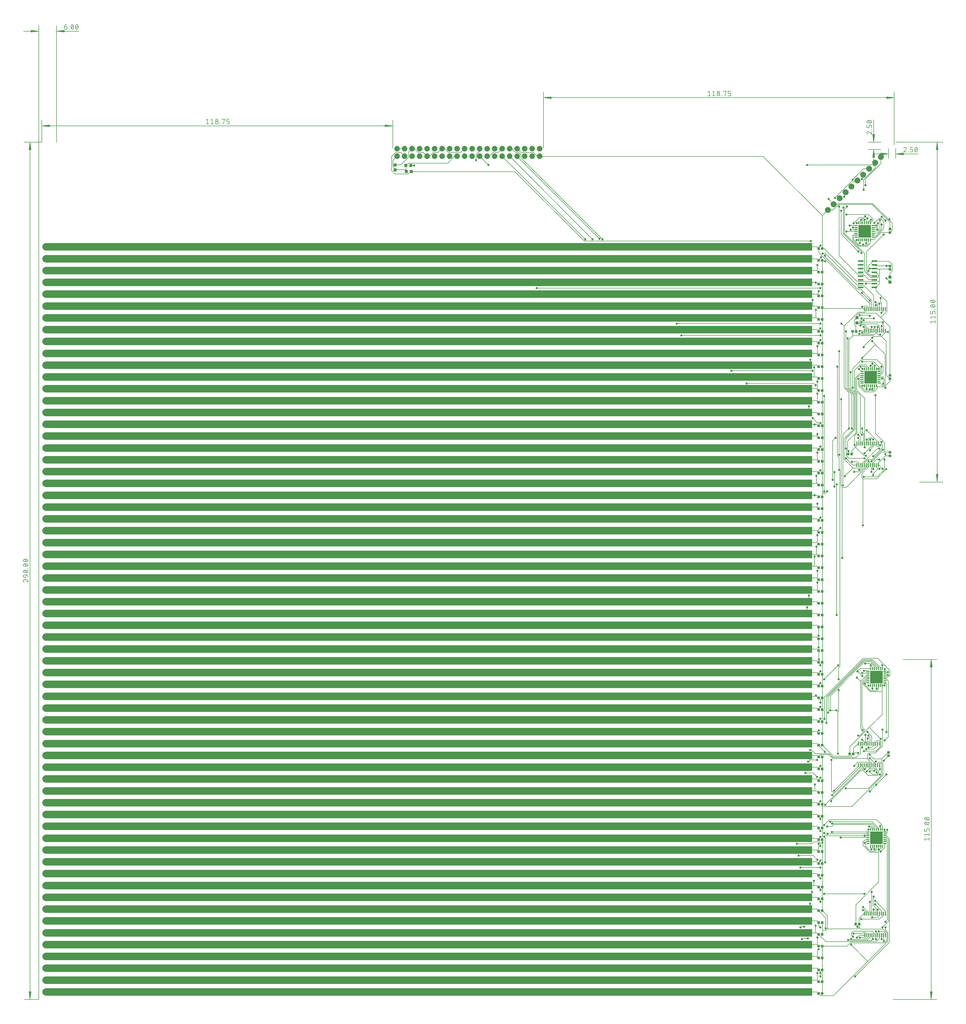
<source format=gbr>
G04 EAGLE Gerber RS-274X export*
G75*
%MOMM*%
%FSLAX34Y34*%
%LPD*%
%INTop Copper*%
%IPPOS*%
%AMOC8*
5,1,8,0,0,1.08239X$1,22.5*%
G01*
%ADD10C,0.130000*%
%ADD11C,0.152400*%
%ADD12R,0.348000X1.397000*%
%ADD13R,1.000000X1.100000*%
%ADD14R,5.080000X2.540000*%
%ADD15C,2.540000*%
%ADD16R,1.050000X0.350000*%
%ADD17R,0.350000X1.050000*%
%ADD18R,4.200000X4.200000*%
%ADD19R,1.100000X1.000000*%
%ADD20R,1.981200X0.558800*%
%ADD21C,1.879600*%
%ADD22C,2.000000*%
%ADD23R,0.850000X0.900000*%
%ADD24R,0.900000X0.850000*%
%ADD25C,0.756400*%


D10*
X2875000Y2845000D02*
X2875000Y2879500D01*
X2900000Y2879500D02*
X2900000Y2845000D01*
X2874350Y2860000D02*
X2823000Y2860000D01*
X2900650Y2860000D02*
X2975539Y2860000D01*
X2874350Y2860000D02*
X2849000Y2863192D01*
X2849000Y2856808D01*
X2874350Y2860000D01*
X2849000Y2861300D01*
X2849000Y2858700D02*
X2874350Y2860000D01*
X2849000Y2862600D01*
X2849000Y2857400D02*
X2874350Y2860000D01*
X2900650Y2860000D02*
X2926000Y2863192D01*
X2926000Y2856808D01*
X2900650Y2860000D01*
X2926000Y2861300D01*
X2926000Y2858700D02*
X2900650Y2860000D01*
X2926000Y2862600D01*
X2926000Y2857400D02*
X2900650Y2860000D01*
D11*
X2931729Y2882763D02*
X2931854Y2882761D01*
X2931979Y2882755D01*
X2932104Y2882746D01*
X2932228Y2882732D01*
X2932352Y2882715D01*
X2932476Y2882694D01*
X2932598Y2882669D01*
X2932720Y2882640D01*
X2932841Y2882608D01*
X2932961Y2882572D01*
X2933080Y2882532D01*
X2933197Y2882489D01*
X2933313Y2882442D01*
X2933428Y2882391D01*
X2933540Y2882337D01*
X2933652Y2882279D01*
X2933761Y2882219D01*
X2933868Y2882154D01*
X2933974Y2882087D01*
X2934077Y2882016D01*
X2934178Y2881942D01*
X2934277Y2881865D01*
X2934373Y2881785D01*
X2934467Y2881702D01*
X2934558Y2881617D01*
X2934647Y2881528D01*
X2934732Y2881437D01*
X2934815Y2881343D01*
X2934895Y2881247D01*
X2934972Y2881148D01*
X2935046Y2881047D01*
X2935117Y2880944D01*
X2935184Y2880838D01*
X2935249Y2880731D01*
X2935309Y2880622D01*
X2935367Y2880510D01*
X2935421Y2880398D01*
X2935472Y2880283D01*
X2935519Y2880167D01*
X2935562Y2880050D01*
X2935602Y2879931D01*
X2935638Y2879811D01*
X2935670Y2879690D01*
X2935699Y2879568D01*
X2935724Y2879446D01*
X2935745Y2879322D01*
X2935762Y2879198D01*
X2935776Y2879074D01*
X2935785Y2878949D01*
X2935791Y2878824D01*
X2935793Y2878699D01*
X2931729Y2882763D02*
X2931586Y2882761D01*
X2931444Y2882755D01*
X2931301Y2882745D01*
X2931159Y2882732D01*
X2931018Y2882714D01*
X2930876Y2882693D01*
X2930736Y2882668D01*
X2930596Y2882639D01*
X2930457Y2882606D01*
X2930319Y2882569D01*
X2930182Y2882529D01*
X2930047Y2882485D01*
X2929912Y2882437D01*
X2929779Y2882385D01*
X2929647Y2882330D01*
X2929517Y2882271D01*
X2929389Y2882209D01*
X2929262Y2882143D01*
X2929137Y2882074D01*
X2929014Y2882002D01*
X2928894Y2881926D01*
X2928775Y2881847D01*
X2928658Y2881764D01*
X2928544Y2881679D01*
X2928432Y2881590D01*
X2928323Y2881499D01*
X2928216Y2881404D01*
X2928111Y2881307D01*
X2928010Y2881206D01*
X2927911Y2881103D01*
X2927815Y2880998D01*
X2927722Y2880889D01*
X2927632Y2880778D01*
X2927545Y2880665D01*
X2927461Y2880550D01*
X2927381Y2880432D01*
X2927303Y2880312D01*
X2927229Y2880190D01*
X2927159Y2880066D01*
X2927091Y2879940D01*
X2927028Y2879812D01*
X2926967Y2879683D01*
X2926910Y2879552D01*
X2926857Y2879420D01*
X2926808Y2879286D01*
X2926762Y2879151D01*
X2934438Y2875538D02*
X2934532Y2875630D01*
X2934622Y2875724D01*
X2934710Y2875821D01*
X2934795Y2875921D01*
X2934877Y2876023D01*
X2934956Y2876128D01*
X2935031Y2876235D01*
X2935103Y2876344D01*
X2935172Y2876455D01*
X2935238Y2876569D01*
X2935300Y2876684D01*
X2935359Y2876801D01*
X2935414Y2876920D01*
X2935465Y2877040D01*
X2935513Y2877162D01*
X2935558Y2877285D01*
X2935598Y2877409D01*
X2935635Y2877535D01*
X2935668Y2877662D01*
X2935697Y2877789D01*
X2935723Y2877918D01*
X2935744Y2878047D01*
X2935762Y2878177D01*
X2935775Y2878307D01*
X2935785Y2878437D01*
X2935791Y2878568D01*
X2935793Y2878699D01*
X2934438Y2875538D02*
X2926762Y2866507D01*
X2935793Y2866507D01*
X2941768Y2866507D02*
X2941768Y2867410D01*
X2942671Y2867410D01*
X2942671Y2866507D01*
X2941768Y2866507D01*
X2948646Y2866507D02*
X2954064Y2866507D01*
X2954182Y2866509D01*
X2954300Y2866515D01*
X2954418Y2866524D01*
X2954535Y2866538D01*
X2954652Y2866555D01*
X2954769Y2866576D01*
X2954884Y2866601D01*
X2954999Y2866630D01*
X2955113Y2866663D01*
X2955225Y2866699D01*
X2955336Y2866739D01*
X2955446Y2866782D01*
X2955555Y2866829D01*
X2955662Y2866879D01*
X2955767Y2866934D01*
X2955870Y2866991D01*
X2955971Y2867052D01*
X2956071Y2867116D01*
X2956168Y2867183D01*
X2956263Y2867253D01*
X2956355Y2867327D01*
X2956446Y2867403D01*
X2956533Y2867483D01*
X2956618Y2867565D01*
X2956700Y2867650D01*
X2956780Y2867737D01*
X2956856Y2867828D01*
X2956930Y2867920D01*
X2957000Y2868015D01*
X2957067Y2868112D01*
X2957131Y2868212D01*
X2957192Y2868313D01*
X2957249Y2868416D01*
X2957304Y2868521D01*
X2957354Y2868628D01*
X2957401Y2868737D01*
X2957444Y2868847D01*
X2957484Y2868958D01*
X2957520Y2869070D01*
X2957553Y2869184D01*
X2957582Y2869299D01*
X2957607Y2869414D01*
X2957628Y2869531D01*
X2957645Y2869648D01*
X2957659Y2869765D01*
X2957668Y2869883D01*
X2957674Y2870001D01*
X2957676Y2870119D01*
X2957677Y2870119D02*
X2957677Y2871926D01*
X2957676Y2871926D02*
X2957674Y2872044D01*
X2957668Y2872162D01*
X2957659Y2872280D01*
X2957645Y2872397D01*
X2957628Y2872514D01*
X2957607Y2872631D01*
X2957582Y2872746D01*
X2957553Y2872861D01*
X2957520Y2872975D01*
X2957484Y2873087D01*
X2957444Y2873198D01*
X2957401Y2873308D01*
X2957354Y2873417D01*
X2957304Y2873524D01*
X2957249Y2873629D01*
X2957192Y2873732D01*
X2957131Y2873833D01*
X2957067Y2873933D01*
X2957000Y2874030D01*
X2956930Y2874125D01*
X2956856Y2874217D01*
X2956780Y2874308D01*
X2956700Y2874395D01*
X2956618Y2874480D01*
X2956533Y2874562D01*
X2956446Y2874642D01*
X2956355Y2874718D01*
X2956263Y2874792D01*
X2956168Y2874862D01*
X2956071Y2874929D01*
X2955971Y2874993D01*
X2955870Y2875054D01*
X2955767Y2875111D01*
X2955662Y2875166D01*
X2955555Y2875216D01*
X2955446Y2875263D01*
X2955336Y2875306D01*
X2955225Y2875346D01*
X2955113Y2875382D01*
X2954999Y2875415D01*
X2954884Y2875444D01*
X2954769Y2875469D01*
X2954652Y2875490D01*
X2954535Y2875507D01*
X2954418Y2875521D01*
X2954300Y2875530D01*
X2954182Y2875536D01*
X2954064Y2875538D01*
X2948646Y2875538D01*
X2948646Y2882763D01*
X2957677Y2882763D01*
X2965632Y2880505D02*
X2965495Y2880216D01*
X2965365Y2879924D01*
X2965242Y2879628D01*
X2965127Y2879330D01*
X2965018Y2879029D01*
X2964917Y2878726D01*
X2964823Y2878420D01*
X2964736Y2878113D01*
X2964657Y2877803D01*
X2964585Y2877491D01*
X2964521Y2877178D01*
X2964464Y2876863D01*
X2964414Y2876547D01*
X2964372Y2876230D01*
X2964338Y2875912D01*
X2964311Y2875594D01*
X2964292Y2875274D01*
X2964281Y2874955D01*
X2964277Y2874635D01*
X2965631Y2880506D02*
X2965670Y2880614D01*
X2965713Y2880721D01*
X2965759Y2880826D01*
X2965810Y2880930D01*
X2965863Y2881032D01*
X2965920Y2881132D01*
X2965981Y2881230D01*
X2966045Y2881325D01*
X2966112Y2881419D01*
X2966183Y2881510D01*
X2966256Y2881599D01*
X2966333Y2881685D01*
X2966412Y2881768D01*
X2966494Y2881849D01*
X2966579Y2881927D01*
X2966667Y2882001D01*
X2966757Y2882073D01*
X2966849Y2882141D01*
X2966944Y2882207D01*
X2967041Y2882269D01*
X2967140Y2882327D01*
X2967242Y2882383D01*
X2967344Y2882434D01*
X2967449Y2882482D01*
X2967555Y2882527D01*
X2967663Y2882568D01*
X2967772Y2882605D01*
X2967882Y2882638D01*
X2967994Y2882667D01*
X2968106Y2882693D01*
X2968219Y2882715D01*
X2968333Y2882732D01*
X2968447Y2882746D01*
X2968562Y2882756D01*
X2968677Y2882762D01*
X2968792Y2882764D01*
X2968792Y2882763D02*
X2968907Y2882761D01*
X2969022Y2882755D01*
X2969137Y2882745D01*
X2969251Y2882731D01*
X2969365Y2882714D01*
X2969478Y2882692D01*
X2969590Y2882666D01*
X2969702Y2882637D01*
X2969812Y2882604D01*
X2969921Y2882567D01*
X2970029Y2882526D01*
X2970135Y2882481D01*
X2970240Y2882433D01*
X2970342Y2882382D01*
X2970443Y2882326D01*
X2970543Y2882268D01*
X2970640Y2882206D01*
X2970734Y2882141D01*
X2970827Y2882072D01*
X2970917Y2882000D01*
X2971005Y2881926D01*
X2971090Y2881848D01*
X2971172Y2881767D01*
X2971251Y2881684D01*
X2971328Y2881598D01*
X2971401Y2881509D01*
X2971472Y2881418D01*
X2971539Y2881324D01*
X2971603Y2881229D01*
X2971664Y2881131D01*
X2971721Y2881031D01*
X2971774Y2880929D01*
X2971825Y2880825D01*
X2971871Y2880720D01*
X2971914Y2880613D01*
X2971953Y2880505D01*
X2972090Y2880216D01*
X2972220Y2879924D01*
X2972343Y2879628D01*
X2972458Y2879330D01*
X2972567Y2879029D01*
X2972668Y2878726D01*
X2972762Y2878420D01*
X2972849Y2878113D01*
X2972928Y2877803D01*
X2973000Y2877491D01*
X2973064Y2877178D01*
X2973121Y2876863D01*
X2973171Y2876547D01*
X2973213Y2876230D01*
X2973247Y2875912D01*
X2973274Y2875594D01*
X2973293Y2875274D01*
X2973304Y2874955D01*
X2973308Y2874635D01*
X2964277Y2874635D02*
X2964281Y2874315D01*
X2964292Y2873996D01*
X2964311Y2873676D01*
X2964338Y2873358D01*
X2964372Y2873040D01*
X2964414Y2872723D01*
X2964464Y2872407D01*
X2964521Y2872092D01*
X2964585Y2871779D01*
X2964657Y2871467D01*
X2964736Y2871157D01*
X2964823Y2870850D01*
X2964917Y2870544D01*
X2965018Y2870241D01*
X2965127Y2869940D01*
X2965242Y2869642D01*
X2965365Y2869346D01*
X2965495Y2869054D01*
X2965632Y2868765D01*
X2965631Y2868765D02*
X2965670Y2868657D01*
X2965713Y2868550D01*
X2965759Y2868445D01*
X2965810Y2868341D01*
X2965863Y2868239D01*
X2965920Y2868139D01*
X2965981Y2868041D01*
X2966045Y2867946D01*
X2966112Y2867852D01*
X2966183Y2867761D01*
X2966256Y2867672D01*
X2966333Y2867586D01*
X2966412Y2867503D01*
X2966494Y2867422D01*
X2966579Y2867344D01*
X2966667Y2867270D01*
X2966757Y2867198D01*
X2966850Y2867129D01*
X2966944Y2867064D01*
X2967041Y2867002D01*
X2967141Y2866944D01*
X2967242Y2866888D01*
X2967344Y2866837D01*
X2967449Y2866789D01*
X2967555Y2866744D01*
X2967663Y2866703D01*
X2967772Y2866666D01*
X2967882Y2866633D01*
X2967994Y2866604D01*
X2968106Y2866578D01*
X2968219Y2866556D01*
X2968333Y2866539D01*
X2968447Y2866525D01*
X2968562Y2866515D01*
X2968677Y2866509D01*
X2968792Y2866507D01*
X2971953Y2868765D02*
X2972090Y2869054D01*
X2972220Y2869346D01*
X2972343Y2869642D01*
X2972458Y2869940D01*
X2972567Y2870241D01*
X2972668Y2870544D01*
X2972762Y2870850D01*
X2972849Y2871157D01*
X2972928Y2871467D01*
X2973000Y2871779D01*
X2973064Y2872092D01*
X2973121Y2872407D01*
X2973171Y2872723D01*
X2973213Y2873040D01*
X2973247Y2873358D01*
X2973274Y2873676D01*
X2973293Y2873996D01*
X2973304Y2874315D01*
X2973308Y2874635D01*
X2971953Y2868765D02*
X2971914Y2868657D01*
X2971871Y2868550D01*
X2971825Y2868445D01*
X2971774Y2868341D01*
X2971721Y2868239D01*
X2971664Y2868139D01*
X2971603Y2868041D01*
X2971539Y2867946D01*
X2971472Y2867852D01*
X2971401Y2867761D01*
X2971328Y2867672D01*
X2971251Y2867586D01*
X2971172Y2867503D01*
X2971090Y2867422D01*
X2971005Y2867344D01*
X2970917Y2867270D01*
X2970827Y2867198D01*
X2970734Y2867129D01*
X2970640Y2867064D01*
X2970543Y2867002D01*
X2970443Y2866944D01*
X2970342Y2866888D01*
X2970239Y2866837D01*
X2970135Y2866789D01*
X2970029Y2866744D01*
X2969921Y2866703D01*
X2969812Y2866666D01*
X2969702Y2866633D01*
X2969590Y2866604D01*
X2969478Y2866578D01*
X2969365Y2866556D01*
X2969251Y2866539D01*
X2969137Y2866525D01*
X2969022Y2866515D01*
X2968907Y2866509D01*
X2968792Y2866507D01*
X2965180Y2870119D02*
X2972405Y2879151D01*
D10*
X2850000Y2875000D02*
X2805500Y2875000D01*
X2805500Y2900000D02*
X2850000Y2900000D01*
X2825000Y2874350D02*
X2825000Y2823000D01*
X2825000Y2900650D02*
X2825000Y2975539D01*
X2825000Y2874350D02*
X2821808Y2849000D01*
X2828192Y2849000D01*
X2825000Y2874350D01*
X2823700Y2849000D01*
X2826300Y2849000D02*
X2825000Y2874350D01*
X2822400Y2849000D01*
X2827600Y2849000D02*
X2825000Y2874350D01*
X2825000Y2900650D02*
X2821808Y2926000D01*
X2828192Y2926000D01*
X2825000Y2900650D01*
X2823700Y2926000D01*
X2826300Y2926000D02*
X2825000Y2900650D01*
X2822400Y2926000D01*
X2827600Y2926000D02*
X2825000Y2900650D01*
D11*
X2802237Y2931729D02*
X2802239Y2931854D01*
X2802245Y2931979D01*
X2802254Y2932104D01*
X2802268Y2932228D01*
X2802285Y2932352D01*
X2802306Y2932476D01*
X2802331Y2932598D01*
X2802360Y2932720D01*
X2802392Y2932841D01*
X2802428Y2932961D01*
X2802468Y2933080D01*
X2802511Y2933197D01*
X2802558Y2933313D01*
X2802609Y2933428D01*
X2802663Y2933540D01*
X2802721Y2933652D01*
X2802781Y2933761D01*
X2802846Y2933868D01*
X2802913Y2933974D01*
X2802984Y2934077D01*
X2803058Y2934178D01*
X2803135Y2934277D01*
X2803215Y2934373D01*
X2803298Y2934467D01*
X2803383Y2934558D01*
X2803472Y2934647D01*
X2803563Y2934732D01*
X2803657Y2934815D01*
X2803753Y2934895D01*
X2803852Y2934972D01*
X2803953Y2935046D01*
X2804056Y2935117D01*
X2804162Y2935184D01*
X2804269Y2935249D01*
X2804378Y2935309D01*
X2804490Y2935367D01*
X2804602Y2935421D01*
X2804717Y2935472D01*
X2804833Y2935519D01*
X2804950Y2935562D01*
X2805069Y2935602D01*
X2805189Y2935638D01*
X2805310Y2935670D01*
X2805432Y2935699D01*
X2805554Y2935724D01*
X2805678Y2935745D01*
X2805802Y2935762D01*
X2805926Y2935776D01*
X2806051Y2935785D01*
X2806176Y2935791D01*
X2806301Y2935793D01*
X2802237Y2931729D02*
X2802239Y2931586D01*
X2802245Y2931444D01*
X2802255Y2931301D01*
X2802268Y2931159D01*
X2802286Y2931018D01*
X2802307Y2930876D01*
X2802332Y2930736D01*
X2802361Y2930596D01*
X2802394Y2930457D01*
X2802431Y2930319D01*
X2802471Y2930182D01*
X2802515Y2930047D01*
X2802563Y2929912D01*
X2802615Y2929779D01*
X2802670Y2929647D01*
X2802729Y2929517D01*
X2802791Y2929389D01*
X2802857Y2929262D01*
X2802926Y2929137D01*
X2802998Y2929014D01*
X2803074Y2928893D01*
X2803153Y2928775D01*
X2803236Y2928658D01*
X2803321Y2928544D01*
X2803410Y2928432D01*
X2803501Y2928323D01*
X2803596Y2928216D01*
X2803693Y2928111D01*
X2803794Y2928010D01*
X2803897Y2927911D01*
X2804002Y2927815D01*
X2804111Y2927722D01*
X2804222Y2927632D01*
X2804335Y2927545D01*
X2804450Y2927461D01*
X2804568Y2927381D01*
X2804688Y2927303D01*
X2804810Y2927229D01*
X2804934Y2927159D01*
X2805060Y2927091D01*
X2805188Y2927028D01*
X2805317Y2926967D01*
X2805448Y2926910D01*
X2805580Y2926857D01*
X2805714Y2926808D01*
X2805849Y2926762D01*
X2809462Y2934438D02*
X2809370Y2934532D01*
X2809276Y2934622D01*
X2809179Y2934710D01*
X2809079Y2934795D01*
X2808977Y2934877D01*
X2808872Y2934955D01*
X2808765Y2935031D01*
X2808656Y2935103D01*
X2808545Y2935172D01*
X2808431Y2935238D01*
X2808316Y2935300D01*
X2808199Y2935359D01*
X2808080Y2935414D01*
X2807960Y2935465D01*
X2807838Y2935513D01*
X2807715Y2935558D01*
X2807591Y2935598D01*
X2807465Y2935635D01*
X2807338Y2935668D01*
X2807211Y2935697D01*
X2807082Y2935723D01*
X2806953Y2935744D01*
X2806823Y2935762D01*
X2806693Y2935775D01*
X2806563Y2935785D01*
X2806432Y2935791D01*
X2806301Y2935793D01*
X2809462Y2934438D02*
X2818493Y2926762D01*
X2818493Y2935793D01*
X2818493Y2941768D02*
X2817590Y2941768D01*
X2817590Y2942671D01*
X2818493Y2942671D01*
X2818493Y2941768D01*
X2818493Y2948646D02*
X2818493Y2954064D01*
X2818491Y2954182D01*
X2818485Y2954300D01*
X2818476Y2954418D01*
X2818462Y2954535D01*
X2818445Y2954652D01*
X2818424Y2954769D01*
X2818399Y2954884D01*
X2818370Y2954999D01*
X2818337Y2955113D01*
X2818301Y2955225D01*
X2818261Y2955336D01*
X2818218Y2955446D01*
X2818171Y2955555D01*
X2818121Y2955662D01*
X2818066Y2955767D01*
X2818009Y2955870D01*
X2817948Y2955971D01*
X2817884Y2956071D01*
X2817817Y2956168D01*
X2817747Y2956263D01*
X2817673Y2956355D01*
X2817597Y2956446D01*
X2817517Y2956533D01*
X2817435Y2956618D01*
X2817350Y2956700D01*
X2817263Y2956780D01*
X2817172Y2956856D01*
X2817080Y2956930D01*
X2816985Y2957000D01*
X2816888Y2957067D01*
X2816788Y2957131D01*
X2816687Y2957192D01*
X2816584Y2957249D01*
X2816479Y2957304D01*
X2816372Y2957354D01*
X2816263Y2957401D01*
X2816153Y2957444D01*
X2816042Y2957484D01*
X2815930Y2957520D01*
X2815816Y2957553D01*
X2815701Y2957582D01*
X2815586Y2957607D01*
X2815469Y2957628D01*
X2815352Y2957645D01*
X2815235Y2957659D01*
X2815117Y2957668D01*
X2814999Y2957674D01*
X2814881Y2957676D01*
X2814881Y2957677D02*
X2813074Y2957677D01*
X2813074Y2957676D02*
X2812956Y2957674D01*
X2812838Y2957668D01*
X2812720Y2957659D01*
X2812603Y2957645D01*
X2812486Y2957628D01*
X2812369Y2957607D01*
X2812254Y2957582D01*
X2812139Y2957553D01*
X2812025Y2957520D01*
X2811913Y2957484D01*
X2811802Y2957444D01*
X2811692Y2957401D01*
X2811583Y2957354D01*
X2811476Y2957304D01*
X2811371Y2957249D01*
X2811268Y2957192D01*
X2811167Y2957131D01*
X2811067Y2957067D01*
X2810970Y2957000D01*
X2810875Y2956930D01*
X2810783Y2956856D01*
X2810692Y2956780D01*
X2810605Y2956700D01*
X2810520Y2956618D01*
X2810438Y2956533D01*
X2810358Y2956446D01*
X2810282Y2956355D01*
X2810208Y2956263D01*
X2810138Y2956168D01*
X2810071Y2956071D01*
X2810007Y2955971D01*
X2809946Y2955870D01*
X2809889Y2955767D01*
X2809834Y2955662D01*
X2809784Y2955555D01*
X2809737Y2955446D01*
X2809694Y2955336D01*
X2809654Y2955225D01*
X2809618Y2955113D01*
X2809585Y2954999D01*
X2809556Y2954884D01*
X2809531Y2954769D01*
X2809510Y2954652D01*
X2809493Y2954535D01*
X2809479Y2954418D01*
X2809470Y2954300D01*
X2809464Y2954182D01*
X2809462Y2954064D01*
X2809462Y2948646D01*
X2802237Y2948646D01*
X2802237Y2957677D01*
X2804495Y2965632D02*
X2804784Y2965495D01*
X2805076Y2965365D01*
X2805372Y2965242D01*
X2805670Y2965127D01*
X2805971Y2965018D01*
X2806274Y2964917D01*
X2806580Y2964823D01*
X2806887Y2964736D01*
X2807197Y2964657D01*
X2807509Y2964585D01*
X2807822Y2964521D01*
X2808137Y2964464D01*
X2808453Y2964414D01*
X2808770Y2964372D01*
X2809088Y2964338D01*
X2809406Y2964311D01*
X2809726Y2964292D01*
X2810045Y2964281D01*
X2810365Y2964277D01*
X2804494Y2965632D02*
X2804386Y2965671D01*
X2804279Y2965714D01*
X2804174Y2965760D01*
X2804071Y2965810D01*
X2803969Y2965864D01*
X2803869Y2965921D01*
X2803771Y2965982D01*
X2803675Y2966046D01*
X2803582Y2966113D01*
X2803491Y2966183D01*
X2803402Y2966257D01*
X2803316Y2966333D01*
X2803233Y2966413D01*
X2803152Y2966495D01*
X2803074Y2966580D01*
X2803000Y2966667D01*
X2802928Y2966758D01*
X2802859Y2966850D01*
X2802794Y2966945D01*
X2802732Y2967042D01*
X2802673Y2967141D01*
X2802618Y2967242D01*
X2802567Y2967345D01*
X2802519Y2967450D01*
X2802474Y2967556D01*
X2802433Y2967663D01*
X2802396Y2967772D01*
X2802363Y2967883D01*
X2802334Y2967994D01*
X2802308Y2968106D01*
X2802286Y2968219D01*
X2802269Y2968333D01*
X2802255Y2968447D01*
X2802245Y2968562D01*
X2802239Y2968677D01*
X2802237Y2968792D01*
X2802239Y2968907D01*
X2802245Y2969022D01*
X2802255Y2969137D01*
X2802269Y2969251D01*
X2802286Y2969365D01*
X2802308Y2969478D01*
X2802334Y2969590D01*
X2802363Y2969702D01*
X2802396Y2969812D01*
X2802433Y2969921D01*
X2802474Y2970029D01*
X2802519Y2970135D01*
X2802567Y2970240D01*
X2802618Y2970342D01*
X2802674Y2970444D01*
X2802732Y2970543D01*
X2802794Y2970640D01*
X2802860Y2970735D01*
X2802928Y2970827D01*
X2803000Y2970917D01*
X2803074Y2971005D01*
X2803152Y2971090D01*
X2803233Y2971172D01*
X2803316Y2971251D01*
X2803402Y2971328D01*
X2803491Y2971401D01*
X2803582Y2971472D01*
X2803676Y2971539D01*
X2803771Y2971603D01*
X2803869Y2971664D01*
X2803969Y2971721D01*
X2804071Y2971774D01*
X2804175Y2971825D01*
X2804280Y2971871D01*
X2804387Y2971914D01*
X2804495Y2971953D01*
X2804784Y2972090D01*
X2805076Y2972220D01*
X2805372Y2972343D01*
X2805670Y2972458D01*
X2805971Y2972567D01*
X2806274Y2972668D01*
X2806580Y2972762D01*
X2806887Y2972849D01*
X2807197Y2972928D01*
X2807509Y2973000D01*
X2807822Y2973064D01*
X2808137Y2973121D01*
X2808453Y2973171D01*
X2808770Y2973213D01*
X2809088Y2973247D01*
X2809406Y2973274D01*
X2809726Y2973293D01*
X2810045Y2973304D01*
X2810365Y2973308D01*
X2810365Y2964277D02*
X2810685Y2964281D01*
X2811004Y2964292D01*
X2811324Y2964311D01*
X2811642Y2964338D01*
X2811960Y2964372D01*
X2812277Y2964414D01*
X2812593Y2964464D01*
X2812908Y2964521D01*
X2813221Y2964585D01*
X2813533Y2964657D01*
X2813843Y2964736D01*
X2814150Y2964823D01*
X2814456Y2964917D01*
X2814759Y2965018D01*
X2815060Y2965127D01*
X2815358Y2965242D01*
X2815654Y2965365D01*
X2815946Y2965495D01*
X2816235Y2965632D01*
X2816236Y2965631D02*
X2816344Y2965670D01*
X2816451Y2965713D01*
X2816556Y2965759D01*
X2816660Y2965810D01*
X2816762Y2965863D01*
X2816862Y2965920D01*
X2816960Y2965981D01*
X2817055Y2966045D01*
X2817149Y2966112D01*
X2817240Y2966183D01*
X2817329Y2966256D01*
X2817415Y2966333D01*
X2817498Y2966412D01*
X2817579Y2966494D01*
X2817657Y2966579D01*
X2817731Y2966667D01*
X2817803Y2966757D01*
X2817872Y2966850D01*
X2817937Y2966944D01*
X2817999Y2967041D01*
X2818057Y2967141D01*
X2818113Y2967242D01*
X2818164Y2967344D01*
X2818212Y2967449D01*
X2818257Y2967555D01*
X2818298Y2967663D01*
X2818335Y2967772D01*
X2818368Y2967882D01*
X2818397Y2967994D01*
X2818423Y2968106D01*
X2818445Y2968219D01*
X2818462Y2968333D01*
X2818476Y2968447D01*
X2818486Y2968562D01*
X2818492Y2968677D01*
X2818494Y2968792D01*
X2816235Y2971953D02*
X2815946Y2972090D01*
X2815654Y2972220D01*
X2815358Y2972343D01*
X2815060Y2972458D01*
X2814759Y2972567D01*
X2814456Y2972668D01*
X2814150Y2972762D01*
X2813843Y2972849D01*
X2813533Y2972928D01*
X2813221Y2973000D01*
X2812908Y2973064D01*
X2812593Y2973121D01*
X2812277Y2973171D01*
X2811960Y2973213D01*
X2811642Y2973247D01*
X2811324Y2973274D01*
X2811004Y2973293D01*
X2810685Y2973304D01*
X2810365Y2973308D01*
X2816235Y2971953D02*
X2816343Y2971914D01*
X2816450Y2971871D01*
X2816555Y2971825D01*
X2816659Y2971774D01*
X2816761Y2971721D01*
X2816861Y2971664D01*
X2816959Y2971603D01*
X2817054Y2971539D01*
X2817148Y2971472D01*
X2817239Y2971401D01*
X2817328Y2971328D01*
X2817414Y2971251D01*
X2817497Y2971172D01*
X2817578Y2971090D01*
X2817656Y2971005D01*
X2817730Y2970917D01*
X2817802Y2970827D01*
X2817871Y2970734D01*
X2817936Y2970640D01*
X2817998Y2970543D01*
X2818056Y2970443D01*
X2818112Y2970342D01*
X2818163Y2970239D01*
X2818211Y2970135D01*
X2818256Y2970029D01*
X2818297Y2969921D01*
X2818334Y2969812D01*
X2818367Y2969702D01*
X2818396Y2969590D01*
X2818422Y2969478D01*
X2818444Y2969365D01*
X2818461Y2969251D01*
X2818475Y2969137D01*
X2818485Y2969022D01*
X2818491Y2968907D01*
X2818493Y2968792D01*
X2814881Y2965180D02*
X2805849Y2972405D01*
D10*
X10000Y2974500D02*
X10000Y2900000D01*
X1197500Y2880000D02*
X1197500Y2974500D01*
X1196850Y2955000D02*
X10650Y2955000D01*
X36000Y2958192D01*
X36000Y2951808D01*
X10650Y2955000D01*
X36000Y2956300D01*
X36000Y2953700D02*
X10650Y2955000D01*
X36000Y2957600D01*
X36000Y2952400D02*
X10650Y2955000D01*
X1171500Y2958192D02*
X1196850Y2955000D01*
X1171500Y2958192D02*
X1171500Y2951808D01*
X1196850Y2955000D01*
X1171500Y2956300D01*
X1171500Y2953700D02*
X1196850Y2955000D01*
X1171500Y2957600D01*
X1171500Y2952400D02*
X1196850Y2955000D01*
D11*
X571048Y2977763D02*
X566532Y2974151D01*
X571048Y2977763D02*
X571048Y2961507D01*
X566532Y2961507D02*
X575564Y2961507D01*
X582164Y2974151D02*
X586679Y2977763D01*
X586679Y2961507D01*
X582164Y2961507D02*
X591195Y2961507D01*
X597794Y2966023D02*
X597796Y2966156D01*
X597802Y2966288D01*
X597812Y2966420D01*
X597825Y2966552D01*
X597843Y2966684D01*
X597864Y2966814D01*
X597889Y2966945D01*
X597918Y2967074D01*
X597951Y2967202D01*
X597987Y2967330D01*
X598027Y2967456D01*
X598071Y2967581D01*
X598119Y2967705D01*
X598170Y2967827D01*
X598225Y2967948D01*
X598283Y2968067D01*
X598345Y2968185D01*
X598410Y2968300D01*
X598479Y2968414D01*
X598550Y2968525D01*
X598626Y2968634D01*
X598704Y2968741D01*
X598785Y2968846D01*
X598870Y2968948D01*
X598957Y2969048D01*
X599047Y2969145D01*
X599140Y2969240D01*
X599236Y2969331D01*
X599334Y2969420D01*
X599435Y2969506D01*
X599539Y2969589D01*
X599645Y2969669D01*
X599753Y2969745D01*
X599863Y2969819D01*
X599976Y2969889D01*
X600090Y2969956D01*
X600207Y2970019D01*
X600325Y2970079D01*
X600445Y2970136D01*
X600567Y2970189D01*
X600690Y2970238D01*
X600814Y2970284D01*
X600940Y2970326D01*
X601067Y2970364D01*
X601195Y2970399D01*
X601324Y2970430D01*
X601453Y2970457D01*
X601584Y2970480D01*
X601715Y2970500D01*
X601847Y2970515D01*
X601979Y2970527D01*
X602111Y2970535D01*
X602244Y2970539D01*
X602376Y2970539D01*
X602509Y2970535D01*
X602641Y2970527D01*
X602773Y2970515D01*
X602905Y2970500D01*
X603036Y2970480D01*
X603167Y2970457D01*
X603296Y2970430D01*
X603425Y2970399D01*
X603553Y2970364D01*
X603680Y2970326D01*
X603806Y2970284D01*
X603930Y2970238D01*
X604053Y2970189D01*
X604175Y2970136D01*
X604295Y2970079D01*
X604413Y2970019D01*
X604530Y2969956D01*
X604644Y2969889D01*
X604757Y2969819D01*
X604867Y2969745D01*
X604975Y2969669D01*
X605081Y2969589D01*
X605185Y2969506D01*
X605286Y2969420D01*
X605384Y2969331D01*
X605480Y2969240D01*
X605573Y2969145D01*
X605663Y2969048D01*
X605750Y2968948D01*
X605835Y2968846D01*
X605916Y2968741D01*
X605994Y2968634D01*
X606070Y2968525D01*
X606141Y2968414D01*
X606210Y2968300D01*
X606275Y2968185D01*
X606337Y2968067D01*
X606395Y2967948D01*
X606450Y2967827D01*
X606501Y2967705D01*
X606549Y2967581D01*
X606593Y2967456D01*
X606633Y2967330D01*
X606669Y2967202D01*
X606702Y2967074D01*
X606731Y2966945D01*
X606756Y2966814D01*
X606777Y2966684D01*
X606795Y2966552D01*
X606808Y2966420D01*
X606818Y2966288D01*
X606824Y2966156D01*
X606826Y2966023D01*
X606824Y2965890D01*
X606818Y2965758D01*
X606808Y2965626D01*
X606795Y2965494D01*
X606777Y2965362D01*
X606756Y2965232D01*
X606731Y2965101D01*
X606702Y2964972D01*
X606669Y2964844D01*
X606633Y2964716D01*
X606593Y2964590D01*
X606549Y2964465D01*
X606501Y2964341D01*
X606450Y2964219D01*
X606395Y2964098D01*
X606337Y2963979D01*
X606275Y2963861D01*
X606210Y2963746D01*
X606141Y2963632D01*
X606070Y2963521D01*
X605994Y2963412D01*
X605916Y2963305D01*
X605835Y2963200D01*
X605750Y2963098D01*
X605663Y2962998D01*
X605573Y2962901D01*
X605480Y2962806D01*
X605384Y2962715D01*
X605286Y2962626D01*
X605185Y2962540D01*
X605081Y2962457D01*
X604975Y2962377D01*
X604867Y2962301D01*
X604757Y2962227D01*
X604644Y2962157D01*
X604530Y2962090D01*
X604413Y2962027D01*
X604295Y2961967D01*
X604175Y2961910D01*
X604053Y2961857D01*
X603930Y2961808D01*
X603806Y2961762D01*
X603680Y2961720D01*
X603553Y2961682D01*
X603425Y2961647D01*
X603296Y2961616D01*
X603167Y2961589D01*
X603036Y2961566D01*
X602905Y2961546D01*
X602773Y2961531D01*
X602641Y2961519D01*
X602509Y2961511D01*
X602376Y2961507D01*
X602244Y2961507D01*
X602111Y2961511D01*
X601979Y2961519D01*
X601847Y2961531D01*
X601715Y2961546D01*
X601584Y2961566D01*
X601453Y2961589D01*
X601324Y2961616D01*
X601195Y2961647D01*
X601067Y2961682D01*
X600940Y2961720D01*
X600814Y2961762D01*
X600690Y2961808D01*
X600567Y2961857D01*
X600445Y2961910D01*
X600325Y2961967D01*
X600207Y2962027D01*
X600090Y2962090D01*
X599976Y2962157D01*
X599863Y2962227D01*
X599753Y2962301D01*
X599645Y2962377D01*
X599539Y2962457D01*
X599435Y2962540D01*
X599334Y2962626D01*
X599236Y2962715D01*
X599140Y2962806D01*
X599047Y2962901D01*
X598957Y2962998D01*
X598870Y2963098D01*
X598785Y2963200D01*
X598704Y2963305D01*
X598626Y2963412D01*
X598550Y2963521D01*
X598479Y2963632D01*
X598410Y2963746D01*
X598345Y2963861D01*
X598283Y2963979D01*
X598225Y2964098D01*
X598170Y2964219D01*
X598119Y2964341D01*
X598071Y2964465D01*
X598027Y2964590D01*
X597987Y2964716D01*
X597951Y2964844D01*
X597918Y2964972D01*
X597889Y2965101D01*
X597864Y2965232D01*
X597843Y2965362D01*
X597825Y2965494D01*
X597812Y2965626D01*
X597802Y2965758D01*
X597796Y2965890D01*
X597794Y2966023D01*
X598698Y2974151D02*
X598700Y2974270D01*
X598706Y2974390D01*
X598716Y2974509D01*
X598730Y2974627D01*
X598747Y2974746D01*
X598769Y2974863D01*
X598794Y2974980D01*
X598824Y2975095D01*
X598857Y2975210D01*
X598894Y2975324D01*
X598934Y2975436D01*
X598979Y2975547D01*
X599027Y2975656D01*
X599078Y2975764D01*
X599133Y2975870D01*
X599192Y2975974D01*
X599254Y2976076D01*
X599319Y2976176D01*
X599388Y2976274D01*
X599460Y2976370D01*
X599535Y2976463D01*
X599612Y2976553D01*
X599693Y2976641D01*
X599777Y2976726D01*
X599864Y2976808D01*
X599953Y2976888D01*
X600045Y2976964D01*
X600139Y2977038D01*
X600236Y2977108D01*
X600334Y2977175D01*
X600435Y2977239D01*
X600539Y2977299D01*
X600644Y2977356D01*
X600751Y2977409D01*
X600859Y2977459D01*
X600969Y2977505D01*
X601081Y2977547D01*
X601194Y2977586D01*
X601308Y2977621D01*
X601423Y2977652D01*
X601540Y2977680D01*
X601657Y2977703D01*
X601774Y2977723D01*
X601893Y2977739D01*
X602012Y2977751D01*
X602131Y2977759D01*
X602250Y2977763D01*
X602370Y2977763D01*
X602489Y2977759D01*
X602608Y2977751D01*
X602727Y2977739D01*
X602846Y2977723D01*
X602963Y2977703D01*
X603080Y2977680D01*
X603197Y2977652D01*
X603312Y2977621D01*
X603426Y2977586D01*
X603539Y2977547D01*
X603651Y2977505D01*
X603761Y2977459D01*
X603869Y2977409D01*
X603976Y2977356D01*
X604081Y2977299D01*
X604185Y2977239D01*
X604286Y2977175D01*
X604384Y2977108D01*
X604481Y2977038D01*
X604575Y2976964D01*
X604667Y2976888D01*
X604756Y2976808D01*
X604843Y2976726D01*
X604927Y2976641D01*
X605008Y2976553D01*
X605085Y2976463D01*
X605160Y2976370D01*
X605232Y2976274D01*
X605301Y2976176D01*
X605366Y2976076D01*
X605428Y2975974D01*
X605487Y2975870D01*
X605542Y2975764D01*
X605593Y2975656D01*
X605641Y2975547D01*
X605686Y2975436D01*
X605726Y2975324D01*
X605763Y2975210D01*
X605796Y2975095D01*
X605826Y2974980D01*
X605851Y2974863D01*
X605873Y2974746D01*
X605890Y2974627D01*
X605904Y2974509D01*
X605914Y2974390D01*
X605920Y2974270D01*
X605922Y2974151D01*
X605920Y2974032D01*
X605914Y2973912D01*
X605904Y2973793D01*
X605890Y2973675D01*
X605873Y2973556D01*
X605851Y2973439D01*
X605826Y2973322D01*
X605796Y2973207D01*
X605763Y2973092D01*
X605726Y2972978D01*
X605686Y2972866D01*
X605641Y2972755D01*
X605593Y2972646D01*
X605542Y2972538D01*
X605487Y2972432D01*
X605428Y2972328D01*
X605366Y2972226D01*
X605301Y2972126D01*
X605232Y2972028D01*
X605160Y2971932D01*
X605085Y2971839D01*
X605008Y2971749D01*
X604927Y2971661D01*
X604843Y2971576D01*
X604756Y2971494D01*
X604667Y2971414D01*
X604575Y2971338D01*
X604481Y2971264D01*
X604384Y2971194D01*
X604286Y2971127D01*
X604185Y2971063D01*
X604081Y2971003D01*
X603976Y2970946D01*
X603869Y2970893D01*
X603761Y2970843D01*
X603651Y2970797D01*
X603539Y2970755D01*
X603426Y2970716D01*
X603312Y2970681D01*
X603197Y2970650D01*
X603080Y2970622D01*
X602963Y2970599D01*
X602846Y2970579D01*
X602727Y2970563D01*
X602608Y2970551D01*
X602489Y2970543D01*
X602370Y2970539D01*
X602250Y2970539D01*
X602131Y2970543D01*
X602012Y2970551D01*
X601893Y2970563D01*
X601774Y2970579D01*
X601657Y2970599D01*
X601540Y2970622D01*
X601423Y2970650D01*
X601308Y2970681D01*
X601194Y2970716D01*
X601081Y2970755D01*
X600969Y2970797D01*
X600859Y2970843D01*
X600751Y2970893D01*
X600644Y2970946D01*
X600539Y2971003D01*
X600435Y2971063D01*
X600334Y2971127D01*
X600236Y2971194D01*
X600139Y2971264D01*
X600045Y2971338D01*
X599953Y2971414D01*
X599864Y2971494D01*
X599777Y2971576D01*
X599693Y2971661D01*
X599612Y2971749D01*
X599535Y2971839D01*
X599460Y2971932D01*
X599388Y2972028D01*
X599319Y2972126D01*
X599254Y2972226D01*
X599192Y2972328D01*
X599133Y2972432D01*
X599078Y2972538D01*
X599027Y2972646D01*
X598979Y2972755D01*
X598934Y2972866D01*
X598894Y2972978D01*
X598857Y2973092D01*
X598824Y2973207D01*
X598794Y2973322D01*
X598769Y2973439D01*
X598747Y2973556D01*
X598730Y2973675D01*
X598716Y2973793D01*
X598706Y2973912D01*
X598700Y2974032D01*
X598698Y2974151D01*
X612801Y2962410D02*
X612801Y2961507D01*
X612801Y2962410D02*
X613704Y2962410D01*
X613704Y2961507D01*
X612801Y2961507D01*
X619679Y2975957D02*
X619679Y2977763D01*
X628710Y2977763D01*
X624194Y2961507D01*
X635310Y2961507D02*
X640728Y2961507D01*
X640846Y2961509D01*
X640964Y2961515D01*
X641082Y2961524D01*
X641199Y2961538D01*
X641316Y2961555D01*
X641433Y2961576D01*
X641548Y2961601D01*
X641663Y2961630D01*
X641777Y2961663D01*
X641889Y2961699D01*
X642000Y2961739D01*
X642110Y2961782D01*
X642219Y2961829D01*
X642326Y2961879D01*
X642431Y2961934D01*
X642534Y2961991D01*
X642635Y2962052D01*
X642735Y2962116D01*
X642832Y2962183D01*
X642927Y2962253D01*
X643019Y2962327D01*
X643110Y2962403D01*
X643197Y2962483D01*
X643282Y2962565D01*
X643364Y2962650D01*
X643444Y2962737D01*
X643520Y2962828D01*
X643594Y2962920D01*
X643664Y2963015D01*
X643731Y2963112D01*
X643795Y2963212D01*
X643856Y2963313D01*
X643913Y2963416D01*
X643968Y2963521D01*
X644018Y2963628D01*
X644065Y2963737D01*
X644108Y2963847D01*
X644148Y2963958D01*
X644184Y2964070D01*
X644217Y2964184D01*
X644246Y2964299D01*
X644271Y2964414D01*
X644292Y2964531D01*
X644309Y2964648D01*
X644323Y2964765D01*
X644332Y2964883D01*
X644338Y2965001D01*
X644340Y2965119D01*
X644341Y2965119D02*
X644341Y2966926D01*
X644340Y2966926D02*
X644338Y2967044D01*
X644332Y2967162D01*
X644323Y2967280D01*
X644309Y2967397D01*
X644292Y2967514D01*
X644271Y2967631D01*
X644246Y2967746D01*
X644217Y2967861D01*
X644184Y2967975D01*
X644148Y2968087D01*
X644108Y2968198D01*
X644065Y2968308D01*
X644018Y2968417D01*
X643968Y2968524D01*
X643913Y2968629D01*
X643856Y2968732D01*
X643795Y2968833D01*
X643731Y2968933D01*
X643664Y2969030D01*
X643594Y2969125D01*
X643520Y2969217D01*
X643444Y2969308D01*
X643364Y2969395D01*
X643282Y2969480D01*
X643197Y2969562D01*
X643110Y2969642D01*
X643019Y2969718D01*
X642927Y2969792D01*
X642832Y2969862D01*
X642735Y2969929D01*
X642635Y2969993D01*
X642534Y2970054D01*
X642431Y2970111D01*
X642326Y2970166D01*
X642219Y2970216D01*
X642110Y2970263D01*
X642000Y2970306D01*
X641889Y2970346D01*
X641777Y2970382D01*
X641663Y2970415D01*
X641548Y2970444D01*
X641433Y2970469D01*
X641316Y2970490D01*
X641199Y2970507D01*
X641082Y2970521D01*
X640964Y2970530D01*
X640846Y2970536D01*
X640728Y2970538D01*
X635310Y2970538D01*
X635310Y2977763D01*
X644341Y2977763D01*
D10*
X1707500Y3069500D02*
X1707500Y2880000D01*
X2895000Y2890000D02*
X2895000Y3069500D01*
X2894350Y3050000D02*
X1708150Y3050000D01*
X1733500Y3053192D01*
X1733500Y3046808D01*
X1708150Y3050000D01*
X1733500Y3051300D01*
X1733500Y3048700D02*
X1708150Y3050000D01*
X1733500Y3052600D01*
X1733500Y3047400D02*
X1708150Y3050000D01*
X2869000Y3053192D02*
X2894350Y3050000D01*
X2869000Y3053192D02*
X2869000Y3046808D01*
X2894350Y3050000D01*
X2869000Y3051300D01*
X2869000Y3048700D02*
X2894350Y3050000D01*
X2869000Y3052600D01*
X2869000Y3047400D02*
X2894350Y3050000D01*
D11*
X2268548Y3072763D02*
X2264032Y3069151D01*
X2268548Y3072763D02*
X2268548Y3056507D01*
X2264032Y3056507D02*
X2273064Y3056507D01*
X2279664Y3069151D02*
X2284179Y3072763D01*
X2284179Y3056507D01*
X2279664Y3056507D02*
X2288695Y3056507D01*
X2295294Y3061023D02*
X2295296Y3061156D01*
X2295302Y3061288D01*
X2295312Y3061420D01*
X2295325Y3061552D01*
X2295343Y3061684D01*
X2295364Y3061814D01*
X2295389Y3061945D01*
X2295418Y3062074D01*
X2295451Y3062202D01*
X2295487Y3062330D01*
X2295527Y3062456D01*
X2295571Y3062581D01*
X2295619Y3062705D01*
X2295670Y3062827D01*
X2295725Y3062948D01*
X2295783Y3063067D01*
X2295845Y3063185D01*
X2295910Y3063300D01*
X2295979Y3063414D01*
X2296050Y3063525D01*
X2296126Y3063634D01*
X2296204Y3063741D01*
X2296285Y3063846D01*
X2296370Y3063948D01*
X2296457Y3064048D01*
X2296547Y3064145D01*
X2296640Y3064240D01*
X2296736Y3064331D01*
X2296834Y3064420D01*
X2296935Y3064506D01*
X2297039Y3064589D01*
X2297145Y3064669D01*
X2297253Y3064745D01*
X2297363Y3064819D01*
X2297476Y3064889D01*
X2297590Y3064956D01*
X2297707Y3065019D01*
X2297825Y3065079D01*
X2297945Y3065136D01*
X2298067Y3065189D01*
X2298190Y3065238D01*
X2298314Y3065284D01*
X2298440Y3065326D01*
X2298567Y3065364D01*
X2298695Y3065399D01*
X2298824Y3065430D01*
X2298953Y3065457D01*
X2299084Y3065480D01*
X2299215Y3065500D01*
X2299347Y3065515D01*
X2299479Y3065527D01*
X2299611Y3065535D01*
X2299744Y3065539D01*
X2299876Y3065539D01*
X2300009Y3065535D01*
X2300141Y3065527D01*
X2300273Y3065515D01*
X2300405Y3065500D01*
X2300536Y3065480D01*
X2300667Y3065457D01*
X2300796Y3065430D01*
X2300925Y3065399D01*
X2301053Y3065364D01*
X2301180Y3065326D01*
X2301306Y3065284D01*
X2301430Y3065238D01*
X2301553Y3065189D01*
X2301675Y3065136D01*
X2301795Y3065079D01*
X2301913Y3065019D01*
X2302030Y3064956D01*
X2302144Y3064889D01*
X2302257Y3064819D01*
X2302367Y3064745D01*
X2302475Y3064669D01*
X2302581Y3064589D01*
X2302685Y3064506D01*
X2302786Y3064420D01*
X2302884Y3064331D01*
X2302980Y3064240D01*
X2303073Y3064145D01*
X2303163Y3064048D01*
X2303250Y3063948D01*
X2303335Y3063846D01*
X2303416Y3063741D01*
X2303494Y3063634D01*
X2303570Y3063525D01*
X2303641Y3063414D01*
X2303710Y3063300D01*
X2303775Y3063185D01*
X2303837Y3063067D01*
X2303895Y3062948D01*
X2303950Y3062827D01*
X2304001Y3062705D01*
X2304049Y3062581D01*
X2304093Y3062456D01*
X2304133Y3062330D01*
X2304169Y3062202D01*
X2304202Y3062074D01*
X2304231Y3061945D01*
X2304256Y3061814D01*
X2304277Y3061684D01*
X2304295Y3061552D01*
X2304308Y3061420D01*
X2304318Y3061288D01*
X2304324Y3061156D01*
X2304326Y3061023D01*
X2304324Y3060890D01*
X2304318Y3060758D01*
X2304308Y3060626D01*
X2304295Y3060494D01*
X2304277Y3060362D01*
X2304256Y3060232D01*
X2304231Y3060101D01*
X2304202Y3059972D01*
X2304169Y3059844D01*
X2304133Y3059716D01*
X2304093Y3059590D01*
X2304049Y3059465D01*
X2304001Y3059341D01*
X2303950Y3059219D01*
X2303895Y3059098D01*
X2303837Y3058979D01*
X2303775Y3058861D01*
X2303710Y3058746D01*
X2303641Y3058632D01*
X2303570Y3058521D01*
X2303494Y3058412D01*
X2303416Y3058305D01*
X2303335Y3058200D01*
X2303250Y3058098D01*
X2303163Y3057998D01*
X2303073Y3057901D01*
X2302980Y3057806D01*
X2302884Y3057715D01*
X2302786Y3057626D01*
X2302685Y3057540D01*
X2302581Y3057457D01*
X2302475Y3057377D01*
X2302367Y3057301D01*
X2302257Y3057227D01*
X2302144Y3057157D01*
X2302030Y3057090D01*
X2301913Y3057027D01*
X2301795Y3056967D01*
X2301675Y3056910D01*
X2301553Y3056857D01*
X2301430Y3056808D01*
X2301306Y3056762D01*
X2301180Y3056720D01*
X2301053Y3056682D01*
X2300925Y3056647D01*
X2300796Y3056616D01*
X2300667Y3056589D01*
X2300536Y3056566D01*
X2300405Y3056546D01*
X2300273Y3056531D01*
X2300141Y3056519D01*
X2300009Y3056511D01*
X2299876Y3056507D01*
X2299744Y3056507D01*
X2299611Y3056511D01*
X2299479Y3056519D01*
X2299347Y3056531D01*
X2299215Y3056546D01*
X2299084Y3056566D01*
X2298953Y3056589D01*
X2298824Y3056616D01*
X2298695Y3056647D01*
X2298567Y3056682D01*
X2298440Y3056720D01*
X2298314Y3056762D01*
X2298190Y3056808D01*
X2298067Y3056857D01*
X2297945Y3056910D01*
X2297825Y3056967D01*
X2297707Y3057027D01*
X2297590Y3057090D01*
X2297476Y3057157D01*
X2297363Y3057227D01*
X2297253Y3057301D01*
X2297145Y3057377D01*
X2297039Y3057457D01*
X2296935Y3057540D01*
X2296834Y3057626D01*
X2296736Y3057715D01*
X2296640Y3057806D01*
X2296547Y3057901D01*
X2296457Y3057998D01*
X2296370Y3058098D01*
X2296285Y3058200D01*
X2296204Y3058305D01*
X2296126Y3058412D01*
X2296050Y3058521D01*
X2295979Y3058632D01*
X2295910Y3058746D01*
X2295845Y3058861D01*
X2295783Y3058979D01*
X2295725Y3059098D01*
X2295670Y3059219D01*
X2295619Y3059341D01*
X2295571Y3059465D01*
X2295527Y3059590D01*
X2295487Y3059716D01*
X2295451Y3059844D01*
X2295418Y3059972D01*
X2295389Y3060101D01*
X2295364Y3060232D01*
X2295343Y3060362D01*
X2295325Y3060494D01*
X2295312Y3060626D01*
X2295302Y3060758D01*
X2295296Y3060890D01*
X2295294Y3061023D01*
X2296198Y3069151D02*
X2296200Y3069270D01*
X2296206Y3069390D01*
X2296216Y3069509D01*
X2296230Y3069627D01*
X2296247Y3069746D01*
X2296269Y3069863D01*
X2296294Y3069980D01*
X2296324Y3070095D01*
X2296357Y3070210D01*
X2296394Y3070324D01*
X2296434Y3070436D01*
X2296479Y3070547D01*
X2296527Y3070656D01*
X2296578Y3070764D01*
X2296633Y3070870D01*
X2296692Y3070974D01*
X2296754Y3071076D01*
X2296819Y3071176D01*
X2296888Y3071274D01*
X2296960Y3071370D01*
X2297035Y3071463D01*
X2297112Y3071553D01*
X2297193Y3071641D01*
X2297277Y3071726D01*
X2297364Y3071808D01*
X2297453Y3071888D01*
X2297545Y3071964D01*
X2297639Y3072038D01*
X2297736Y3072108D01*
X2297834Y3072175D01*
X2297935Y3072239D01*
X2298039Y3072299D01*
X2298144Y3072356D01*
X2298251Y3072409D01*
X2298359Y3072459D01*
X2298469Y3072505D01*
X2298581Y3072547D01*
X2298694Y3072586D01*
X2298808Y3072621D01*
X2298923Y3072652D01*
X2299040Y3072680D01*
X2299157Y3072703D01*
X2299274Y3072723D01*
X2299393Y3072739D01*
X2299512Y3072751D01*
X2299631Y3072759D01*
X2299750Y3072763D01*
X2299870Y3072763D01*
X2299989Y3072759D01*
X2300108Y3072751D01*
X2300227Y3072739D01*
X2300346Y3072723D01*
X2300463Y3072703D01*
X2300580Y3072680D01*
X2300697Y3072652D01*
X2300812Y3072621D01*
X2300926Y3072586D01*
X2301039Y3072547D01*
X2301151Y3072505D01*
X2301261Y3072459D01*
X2301369Y3072409D01*
X2301476Y3072356D01*
X2301581Y3072299D01*
X2301685Y3072239D01*
X2301786Y3072175D01*
X2301884Y3072108D01*
X2301981Y3072038D01*
X2302075Y3071964D01*
X2302167Y3071888D01*
X2302256Y3071808D01*
X2302343Y3071726D01*
X2302427Y3071641D01*
X2302508Y3071553D01*
X2302585Y3071463D01*
X2302660Y3071370D01*
X2302732Y3071274D01*
X2302801Y3071176D01*
X2302866Y3071076D01*
X2302928Y3070974D01*
X2302987Y3070870D01*
X2303042Y3070764D01*
X2303093Y3070656D01*
X2303141Y3070547D01*
X2303186Y3070436D01*
X2303226Y3070324D01*
X2303263Y3070210D01*
X2303296Y3070095D01*
X2303326Y3069980D01*
X2303351Y3069863D01*
X2303373Y3069746D01*
X2303390Y3069627D01*
X2303404Y3069509D01*
X2303414Y3069390D01*
X2303420Y3069270D01*
X2303422Y3069151D01*
X2303420Y3069032D01*
X2303414Y3068912D01*
X2303404Y3068793D01*
X2303390Y3068675D01*
X2303373Y3068556D01*
X2303351Y3068439D01*
X2303326Y3068322D01*
X2303296Y3068207D01*
X2303263Y3068092D01*
X2303226Y3067978D01*
X2303186Y3067866D01*
X2303141Y3067755D01*
X2303093Y3067646D01*
X2303042Y3067538D01*
X2302987Y3067432D01*
X2302928Y3067328D01*
X2302866Y3067226D01*
X2302801Y3067126D01*
X2302732Y3067028D01*
X2302660Y3066932D01*
X2302585Y3066839D01*
X2302508Y3066749D01*
X2302427Y3066661D01*
X2302343Y3066576D01*
X2302256Y3066494D01*
X2302167Y3066414D01*
X2302075Y3066338D01*
X2301981Y3066264D01*
X2301884Y3066194D01*
X2301786Y3066127D01*
X2301685Y3066063D01*
X2301581Y3066003D01*
X2301476Y3065946D01*
X2301369Y3065893D01*
X2301261Y3065843D01*
X2301151Y3065797D01*
X2301039Y3065755D01*
X2300926Y3065716D01*
X2300812Y3065681D01*
X2300697Y3065650D01*
X2300580Y3065622D01*
X2300463Y3065599D01*
X2300346Y3065579D01*
X2300227Y3065563D01*
X2300108Y3065551D01*
X2299989Y3065543D01*
X2299870Y3065539D01*
X2299750Y3065539D01*
X2299631Y3065543D01*
X2299512Y3065551D01*
X2299393Y3065563D01*
X2299274Y3065579D01*
X2299157Y3065599D01*
X2299040Y3065622D01*
X2298923Y3065650D01*
X2298808Y3065681D01*
X2298694Y3065716D01*
X2298581Y3065755D01*
X2298469Y3065797D01*
X2298359Y3065843D01*
X2298251Y3065893D01*
X2298144Y3065946D01*
X2298039Y3066003D01*
X2297935Y3066063D01*
X2297834Y3066127D01*
X2297736Y3066194D01*
X2297639Y3066264D01*
X2297545Y3066338D01*
X2297453Y3066414D01*
X2297364Y3066494D01*
X2297277Y3066576D01*
X2297193Y3066661D01*
X2297112Y3066749D01*
X2297035Y3066839D01*
X2296960Y3066932D01*
X2296888Y3067028D01*
X2296819Y3067126D01*
X2296754Y3067226D01*
X2296692Y3067328D01*
X2296633Y3067432D01*
X2296578Y3067538D01*
X2296527Y3067646D01*
X2296479Y3067755D01*
X2296434Y3067866D01*
X2296394Y3067978D01*
X2296357Y3068092D01*
X2296324Y3068207D01*
X2296294Y3068322D01*
X2296269Y3068439D01*
X2296247Y3068556D01*
X2296230Y3068675D01*
X2296216Y3068793D01*
X2296206Y3068912D01*
X2296200Y3069032D01*
X2296198Y3069151D01*
X2310301Y3057410D02*
X2310301Y3056507D01*
X2310301Y3057410D02*
X2311204Y3057410D01*
X2311204Y3056507D01*
X2310301Y3056507D01*
X2317179Y3070957D02*
X2317179Y3072763D01*
X2326210Y3072763D01*
X2321694Y3056507D01*
X2332810Y3056507D02*
X2338228Y3056507D01*
X2338346Y3056509D01*
X2338464Y3056515D01*
X2338582Y3056524D01*
X2338699Y3056538D01*
X2338816Y3056555D01*
X2338933Y3056576D01*
X2339048Y3056601D01*
X2339163Y3056630D01*
X2339277Y3056663D01*
X2339389Y3056699D01*
X2339500Y3056739D01*
X2339610Y3056782D01*
X2339719Y3056829D01*
X2339826Y3056879D01*
X2339931Y3056934D01*
X2340034Y3056991D01*
X2340135Y3057052D01*
X2340235Y3057116D01*
X2340332Y3057183D01*
X2340427Y3057253D01*
X2340519Y3057327D01*
X2340610Y3057403D01*
X2340697Y3057483D01*
X2340782Y3057565D01*
X2340864Y3057650D01*
X2340944Y3057737D01*
X2341020Y3057828D01*
X2341094Y3057920D01*
X2341164Y3058015D01*
X2341231Y3058112D01*
X2341295Y3058212D01*
X2341356Y3058313D01*
X2341413Y3058416D01*
X2341468Y3058521D01*
X2341518Y3058628D01*
X2341565Y3058737D01*
X2341608Y3058847D01*
X2341648Y3058958D01*
X2341684Y3059070D01*
X2341717Y3059184D01*
X2341746Y3059299D01*
X2341771Y3059414D01*
X2341792Y3059531D01*
X2341809Y3059648D01*
X2341823Y3059765D01*
X2341832Y3059883D01*
X2341838Y3060001D01*
X2341840Y3060119D01*
X2341841Y3060119D02*
X2341841Y3061926D01*
X2341840Y3061926D02*
X2341838Y3062044D01*
X2341832Y3062162D01*
X2341823Y3062280D01*
X2341809Y3062397D01*
X2341792Y3062514D01*
X2341771Y3062631D01*
X2341746Y3062746D01*
X2341717Y3062861D01*
X2341684Y3062975D01*
X2341648Y3063087D01*
X2341608Y3063198D01*
X2341565Y3063308D01*
X2341518Y3063417D01*
X2341468Y3063524D01*
X2341413Y3063629D01*
X2341356Y3063732D01*
X2341295Y3063833D01*
X2341231Y3063933D01*
X2341164Y3064030D01*
X2341094Y3064125D01*
X2341020Y3064217D01*
X2340944Y3064308D01*
X2340864Y3064395D01*
X2340782Y3064480D01*
X2340697Y3064562D01*
X2340610Y3064642D01*
X2340519Y3064718D01*
X2340427Y3064792D01*
X2340332Y3064862D01*
X2340235Y3064929D01*
X2340135Y3064993D01*
X2340034Y3065054D01*
X2339931Y3065111D01*
X2339826Y3065166D01*
X2339719Y3065216D01*
X2339610Y3065263D01*
X2339500Y3065306D01*
X2339389Y3065346D01*
X2339277Y3065382D01*
X2339163Y3065415D01*
X2339048Y3065444D01*
X2338933Y3065469D01*
X2338816Y3065490D01*
X2338699Y3065507D01*
X2338582Y3065521D01*
X2338464Y3065530D01*
X2338346Y3065536D01*
X2338228Y3065538D01*
X2332810Y3065538D01*
X2332810Y3072763D01*
X2341841Y3072763D01*
D10*
X2890000Y0D02*
X3039500Y0D01*
X3039500Y1150000D02*
X2925000Y1150000D01*
X3020000Y1149350D02*
X3020000Y650D01*
X3016808Y26000D01*
X3023192Y26000D01*
X3020000Y650D01*
X3018700Y26000D01*
X3021300Y26000D02*
X3020000Y650D01*
X3017400Y26000D01*
X3022600Y26000D02*
X3020000Y650D01*
X3016808Y1124000D02*
X3020000Y1149350D01*
X3016808Y1124000D02*
X3023192Y1124000D01*
X3020000Y1149350D01*
X3018700Y1124000D01*
X3021300Y1124000D02*
X3020000Y1149350D01*
X3017400Y1124000D01*
X3022600Y1124000D02*
X3020000Y1149350D01*
D11*
X2997237Y542298D02*
X3000849Y537782D01*
X2997237Y542298D02*
X3013493Y542298D01*
X3013493Y537782D02*
X3013493Y546814D01*
X3000849Y553414D02*
X2997237Y557929D01*
X3013493Y557929D01*
X3013493Y553414D02*
X3013493Y562445D01*
X3013493Y569045D02*
X3013493Y574464D01*
X3013491Y574582D01*
X3013485Y574700D01*
X3013476Y574818D01*
X3013462Y574935D01*
X3013445Y575052D01*
X3013424Y575169D01*
X3013399Y575284D01*
X3013370Y575399D01*
X3013337Y575513D01*
X3013301Y575625D01*
X3013261Y575736D01*
X3013218Y575846D01*
X3013171Y575955D01*
X3013121Y576062D01*
X3013066Y576167D01*
X3013009Y576270D01*
X3012948Y576371D01*
X3012884Y576471D01*
X3012817Y576568D01*
X3012747Y576663D01*
X3012673Y576755D01*
X3012597Y576846D01*
X3012517Y576933D01*
X3012435Y577018D01*
X3012350Y577100D01*
X3012263Y577180D01*
X3012172Y577256D01*
X3012080Y577330D01*
X3011985Y577400D01*
X3011888Y577467D01*
X3011788Y577531D01*
X3011687Y577592D01*
X3011584Y577649D01*
X3011479Y577704D01*
X3011372Y577754D01*
X3011263Y577801D01*
X3011153Y577844D01*
X3011042Y577884D01*
X3010930Y577920D01*
X3010816Y577953D01*
X3010701Y577982D01*
X3010586Y578007D01*
X3010469Y578028D01*
X3010352Y578045D01*
X3010235Y578059D01*
X3010117Y578068D01*
X3009999Y578074D01*
X3009881Y578076D01*
X3008074Y578076D01*
X3007956Y578074D01*
X3007838Y578068D01*
X3007720Y578059D01*
X3007603Y578045D01*
X3007486Y578028D01*
X3007369Y578007D01*
X3007254Y577982D01*
X3007139Y577953D01*
X3007025Y577920D01*
X3006913Y577884D01*
X3006802Y577844D01*
X3006692Y577801D01*
X3006583Y577754D01*
X3006476Y577704D01*
X3006371Y577649D01*
X3006268Y577592D01*
X3006167Y577531D01*
X3006067Y577467D01*
X3005970Y577400D01*
X3005875Y577330D01*
X3005783Y577256D01*
X3005692Y577180D01*
X3005605Y577100D01*
X3005520Y577018D01*
X3005438Y576933D01*
X3005358Y576846D01*
X3005282Y576755D01*
X3005208Y576663D01*
X3005138Y576568D01*
X3005071Y576471D01*
X3005007Y576371D01*
X3004946Y576270D01*
X3004889Y576167D01*
X3004834Y576062D01*
X3004784Y575955D01*
X3004737Y575846D01*
X3004694Y575736D01*
X3004654Y575625D01*
X3004618Y575513D01*
X3004585Y575399D01*
X3004556Y575284D01*
X3004531Y575169D01*
X3004510Y575052D01*
X3004493Y574935D01*
X3004479Y574818D01*
X3004470Y574700D01*
X3004464Y574582D01*
X3004462Y574464D01*
X3004462Y569045D01*
X2997237Y569045D01*
X2997237Y578076D01*
X3012590Y584051D02*
X3013493Y584051D01*
X3012590Y584051D02*
X3012590Y584954D01*
X3013493Y584954D01*
X3013493Y584051D01*
X3005365Y590929D02*
X3005045Y590933D01*
X3004726Y590944D01*
X3004406Y590963D01*
X3004088Y590990D01*
X3003770Y591024D01*
X3003453Y591066D01*
X3003137Y591116D01*
X3002822Y591173D01*
X3002509Y591237D01*
X3002197Y591309D01*
X3001887Y591388D01*
X3001580Y591475D01*
X3001274Y591569D01*
X3000971Y591670D01*
X3000670Y591779D01*
X3000372Y591894D01*
X3000076Y592017D01*
X2999784Y592147D01*
X2999495Y592284D01*
X2999494Y592284D02*
X2999386Y592323D01*
X2999279Y592366D01*
X2999174Y592412D01*
X2999071Y592462D01*
X2998969Y592516D01*
X2998869Y592573D01*
X2998771Y592634D01*
X2998675Y592698D01*
X2998582Y592765D01*
X2998491Y592835D01*
X2998402Y592909D01*
X2998316Y592985D01*
X2998233Y593065D01*
X2998152Y593147D01*
X2998074Y593232D01*
X2998000Y593319D01*
X2997928Y593410D01*
X2997859Y593502D01*
X2997794Y593597D01*
X2997732Y593694D01*
X2997673Y593793D01*
X2997618Y593894D01*
X2997567Y593997D01*
X2997519Y594102D01*
X2997474Y594208D01*
X2997433Y594315D01*
X2997396Y594424D01*
X2997363Y594535D01*
X2997334Y594646D01*
X2997308Y594758D01*
X2997286Y594871D01*
X2997269Y594985D01*
X2997255Y595099D01*
X2997245Y595214D01*
X2997239Y595329D01*
X2997237Y595444D01*
X2997239Y595559D01*
X2997245Y595674D01*
X2997255Y595789D01*
X2997269Y595903D01*
X2997286Y596017D01*
X2997308Y596130D01*
X2997334Y596242D01*
X2997363Y596354D01*
X2997396Y596464D01*
X2997433Y596573D01*
X2997474Y596681D01*
X2997519Y596787D01*
X2997567Y596892D01*
X2997618Y596994D01*
X2997674Y597096D01*
X2997732Y597195D01*
X2997794Y597292D01*
X2997860Y597387D01*
X2997928Y597479D01*
X2998000Y597569D01*
X2998074Y597657D01*
X2998152Y597742D01*
X2998233Y597824D01*
X2998316Y597903D01*
X2998402Y597980D01*
X2998491Y598053D01*
X2998582Y598124D01*
X2998676Y598191D01*
X2998771Y598255D01*
X2998869Y598316D01*
X2998969Y598373D01*
X2999071Y598426D01*
X2999175Y598477D01*
X2999280Y598523D01*
X2999387Y598566D01*
X2999495Y598605D01*
X2999495Y598604D02*
X2999784Y598741D01*
X3000076Y598871D01*
X3000372Y598994D01*
X3000670Y599109D01*
X3000971Y599218D01*
X3001274Y599319D01*
X3001580Y599413D01*
X3001887Y599500D01*
X3002197Y599579D01*
X3002509Y599651D01*
X3002822Y599715D01*
X3003137Y599772D01*
X3003453Y599822D01*
X3003770Y599864D01*
X3004088Y599898D01*
X3004406Y599925D01*
X3004726Y599944D01*
X3005045Y599955D01*
X3005365Y599959D01*
X3005365Y590929D02*
X3005685Y590933D01*
X3006004Y590944D01*
X3006324Y590963D01*
X3006642Y590990D01*
X3006960Y591024D01*
X3007277Y591066D01*
X3007593Y591116D01*
X3007908Y591173D01*
X3008221Y591237D01*
X3008533Y591309D01*
X3008843Y591388D01*
X3009150Y591475D01*
X3009456Y591569D01*
X3009759Y591670D01*
X3010060Y591779D01*
X3010358Y591894D01*
X3010654Y592017D01*
X3010946Y592147D01*
X3011235Y592284D01*
X3011236Y592283D02*
X3011344Y592322D01*
X3011451Y592365D01*
X3011556Y592411D01*
X3011660Y592462D01*
X3011762Y592515D01*
X3011862Y592572D01*
X3011960Y592633D01*
X3012055Y592697D01*
X3012149Y592764D01*
X3012240Y592835D01*
X3012329Y592908D01*
X3012415Y592985D01*
X3012498Y593064D01*
X3012579Y593146D01*
X3012657Y593231D01*
X3012731Y593319D01*
X3012803Y593409D01*
X3012872Y593502D01*
X3012937Y593596D01*
X3012999Y593693D01*
X3013057Y593793D01*
X3013113Y593894D01*
X3013164Y593996D01*
X3013212Y594101D01*
X3013257Y594207D01*
X3013298Y594315D01*
X3013335Y594424D01*
X3013368Y594534D01*
X3013397Y594646D01*
X3013423Y594758D01*
X3013445Y594871D01*
X3013462Y594985D01*
X3013476Y595099D01*
X3013486Y595214D01*
X3013492Y595329D01*
X3013494Y595444D01*
X3011235Y598604D02*
X3010946Y598741D01*
X3010654Y598871D01*
X3010358Y598994D01*
X3010060Y599109D01*
X3009759Y599218D01*
X3009456Y599319D01*
X3009150Y599413D01*
X3008843Y599500D01*
X3008533Y599579D01*
X3008221Y599651D01*
X3007908Y599715D01*
X3007593Y599772D01*
X3007277Y599822D01*
X3006960Y599864D01*
X3006642Y599898D01*
X3006324Y599925D01*
X3006004Y599944D01*
X3005685Y599955D01*
X3005365Y599959D01*
X3011235Y598605D02*
X3011343Y598566D01*
X3011450Y598523D01*
X3011555Y598477D01*
X3011659Y598426D01*
X3011761Y598373D01*
X3011861Y598316D01*
X3011959Y598255D01*
X3012054Y598191D01*
X3012148Y598124D01*
X3012239Y598053D01*
X3012328Y597980D01*
X3012414Y597903D01*
X3012497Y597824D01*
X3012578Y597742D01*
X3012656Y597657D01*
X3012730Y597569D01*
X3012802Y597479D01*
X3012871Y597386D01*
X3012936Y597292D01*
X3012998Y597195D01*
X3013056Y597095D01*
X3013112Y596994D01*
X3013163Y596891D01*
X3013211Y596787D01*
X3013256Y596681D01*
X3013297Y596573D01*
X3013334Y596464D01*
X3013367Y596354D01*
X3013396Y596242D01*
X3013422Y596130D01*
X3013444Y596017D01*
X3013461Y595903D01*
X3013475Y595789D01*
X3013485Y595674D01*
X3013491Y595559D01*
X3013493Y595444D01*
X3009881Y591832D02*
X3000849Y599057D01*
X3005365Y606560D02*
X3005045Y606564D01*
X3004726Y606575D01*
X3004406Y606594D01*
X3004088Y606621D01*
X3003770Y606655D01*
X3003453Y606697D01*
X3003137Y606747D01*
X3002822Y606804D01*
X3002509Y606868D01*
X3002197Y606940D01*
X3001887Y607019D01*
X3001580Y607106D01*
X3001274Y607200D01*
X3000971Y607301D01*
X3000670Y607410D01*
X3000372Y607525D01*
X3000076Y607648D01*
X2999784Y607778D01*
X2999495Y607915D01*
X2999494Y607915D02*
X2999386Y607954D01*
X2999279Y607997D01*
X2999174Y608043D01*
X2999071Y608093D01*
X2998969Y608147D01*
X2998869Y608204D01*
X2998771Y608265D01*
X2998675Y608329D01*
X2998582Y608396D01*
X2998491Y608466D01*
X2998402Y608540D01*
X2998316Y608616D01*
X2998233Y608696D01*
X2998152Y608778D01*
X2998074Y608863D01*
X2998000Y608950D01*
X2997928Y609041D01*
X2997859Y609133D01*
X2997794Y609228D01*
X2997732Y609325D01*
X2997673Y609424D01*
X2997618Y609525D01*
X2997567Y609628D01*
X2997519Y609733D01*
X2997474Y609839D01*
X2997433Y609946D01*
X2997396Y610055D01*
X2997363Y610166D01*
X2997334Y610277D01*
X2997308Y610389D01*
X2997286Y610502D01*
X2997269Y610616D01*
X2997255Y610730D01*
X2997245Y610845D01*
X2997239Y610960D01*
X2997237Y611075D01*
X2997239Y611190D01*
X2997245Y611305D01*
X2997255Y611420D01*
X2997269Y611534D01*
X2997286Y611648D01*
X2997308Y611761D01*
X2997334Y611873D01*
X2997363Y611985D01*
X2997396Y612095D01*
X2997433Y612204D01*
X2997474Y612312D01*
X2997519Y612418D01*
X2997567Y612523D01*
X2997618Y612625D01*
X2997674Y612727D01*
X2997732Y612826D01*
X2997794Y612923D01*
X2997860Y613018D01*
X2997928Y613110D01*
X2998000Y613200D01*
X2998074Y613288D01*
X2998152Y613373D01*
X2998233Y613455D01*
X2998316Y613534D01*
X2998402Y613611D01*
X2998491Y613684D01*
X2998582Y613755D01*
X2998676Y613822D01*
X2998771Y613886D01*
X2998869Y613947D01*
X2998969Y614004D01*
X2999071Y614057D01*
X2999175Y614108D01*
X2999280Y614154D01*
X2999387Y614197D01*
X2999495Y614236D01*
X2999784Y614373D01*
X3000076Y614503D01*
X3000372Y614626D01*
X3000670Y614741D01*
X3000971Y614850D01*
X3001274Y614951D01*
X3001580Y615045D01*
X3001887Y615132D01*
X3002197Y615211D01*
X3002509Y615283D01*
X3002822Y615347D01*
X3003137Y615404D01*
X3003453Y615454D01*
X3003770Y615496D01*
X3004088Y615530D01*
X3004406Y615557D01*
X3004726Y615576D01*
X3005045Y615587D01*
X3005365Y615591D01*
X3005365Y606560D02*
X3005685Y606564D01*
X3006004Y606575D01*
X3006324Y606594D01*
X3006642Y606621D01*
X3006960Y606655D01*
X3007277Y606697D01*
X3007593Y606747D01*
X3007908Y606804D01*
X3008221Y606868D01*
X3008533Y606940D01*
X3008843Y607019D01*
X3009150Y607106D01*
X3009456Y607200D01*
X3009759Y607301D01*
X3010060Y607410D01*
X3010358Y607525D01*
X3010654Y607648D01*
X3010946Y607778D01*
X3011235Y607915D01*
X3011236Y607914D02*
X3011344Y607953D01*
X3011451Y607996D01*
X3011556Y608042D01*
X3011660Y608093D01*
X3011762Y608146D01*
X3011862Y608203D01*
X3011960Y608264D01*
X3012055Y608328D01*
X3012149Y608395D01*
X3012240Y608466D01*
X3012329Y608539D01*
X3012415Y608616D01*
X3012498Y608695D01*
X3012579Y608777D01*
X3012657Y608862D01*
X3012731Y608950D01*
X3012803Y609040D01*
X3012872Y609133D01*
X3012937Y609227D01*
X3012999Y609324D01*
X3013057Y609424D01*
X3013113Y609525D01*
X3013164Y609627D01*
X3013212Y609732D01*
X3013257Y609838D01*
X3013298Y609946D01*
X3013335Y610055D01*
X3013368Y610165D01*
X3013397Y610277D01*
X3013423Y610389D01*
X3013445Y610502D01*
X3013462Y610616D01*
X3013476Y610730D01*
X3013486Y610845D01*
X3013492Y610960D01*
X3013494Y611075D01*
X3011235Y614235D02*
X3010946Y614372D01*
X3010654Y614502D01*
X3010358Y614625D01*
X3010060Y614740D01*
X3009759Y614849D01*
X3009456Y614950D01*
X3009150Y615044D01*
X3008843Y615131D01*
X3008533Y615210D01*
X3008221Y615282D01*
X3007908Y615346D01*
X3007593Y615403D01*
X3007277Y615453D01*
X3006960Y615495D01*
X3006642Y615529D01*
X3006324Y615556D01*
X3006004Y615575D01*
X3005685Y615586D01*
X3005365Y615590D01*
X3011235Y614236D02*
X3011343Y614197D01*
X3011450Y614154D01*
X3011555Y614108D01*
X3011659Y614057D01*
X3011761Y614004D01*
X3011861Y613947D01*
X3011959Y613886D01*
X3012054Y613822D01*
X3012148Y613755D01*
X3012239Y613684D01*
X3012328Y613611D01*
X3012414Y613534D01*
X3012497Y613455D01*
X3012578Y613373D01*
X3012656Y613288D01*
X3012730Y613200D01*
X3012802Y613110D01*
X3012871Y613017D01*
X3012936Y612923D01*
X3012998Y612826D01*
X3013056Y612726D01*
X3013112Y612625D01*
X3013163Y612522D01*
X3013211Y612418D01*
X3013256Y612312D01*
X3013297Y612204D01*
X3013334Y612095D01*
X3013367Y611985D01*
X3013396Y611873D01*
X3013422Y611761D01*
X3013444Y611648D01*
X3013461Y611534D01*
X3013475Y611420D01*
X3013485Y611305D01*
X3013491Y611190D01*
X3013493Y611075D01*
X3009881Y607463D02*
X3000849Y614688D01*
D10*
X3059500Y2900000D02*
X2900000Y2900000D01*
X2980000Y1750000D02*
X3059500Y1750000D01*
X3040000Y1750650D02*
X3040000Y2899350D01*
X3036808Y2874000D01*
X3043192Y2874000D01*
X3040000Y2899350D01*
X3038700Y2874000D01*
X3041300Y2874000D02*
X3040000Y2899350D01*
X3037400Y2874000D01*
X3042600Y2874000D02*
X3040000Y2899350D01*
X3036808Y1776000D02*
X3040000Y1750650D01*
X3036808Y1776000D02*
X3043192Y1776000D01*
X3040000Y1750650D01*
X3038700Y1776000D01*
X3041300Y1776000D02*
X3040000Y1750650D01*
X3037400Y1776000D01*
X3042600Y1776000D02*
X3040000Y1750650D01*
D11*
X3020849Y2287782D02*
X3017237Y2292298D01*
X3033493Y2292298D01*
X3033493Y2287782D02*
X3033493Y2296814D01*
X3020849Y2303414D02*
X3017237Y2307929D01*
X3033493Y2307929D01*
X3033493Y2303414D02*
X3033493Y2312445D01*
X3033493Y2319045D02*
X3033493Y2324464D01*
X3033491Y2324582D01*
X3033485Y2324700D01*
X3033476Y2324818D01*
X3033462Y2324935D01*
X3033445Y2325052D01*
X3033424Y2325169D01*
X3033399Y2325284D01*
X3033370Y2325399D01*
X3033337Y2325513D01*
X3033301Y2325625D01*
X3033261Y2325736D01*
X3033218Y2325846D01*
X3033171Y2325955D01*
X3033121Y2326062D01*
X3033066Y2326167D01*
X3033009Y2326270D01*
X3032948Y2326371D01*
X3032884Y2326471D01*
X3032817Y2326568D01*
X3032747Y2326663D01*
X3032673Y2326755D01*
X3032597Y2326846D01*
X3032517Y2326933D01*
X3032435Y2327018D01*
X3032350Y2327100D01*
X3032263Y2327180D01*
X3032172Y2327256D01*
X3032080Y2327330D01*
X3031985Y2327400D01*
X3031888Y2327467D01*
X3031788Y2327531D01*
X3031687Y2327592D01*
X3031584Y2327649D01*
X3031479Y2327704D01*
X3031372Y2327754D01*
X3031263Y2327801D01*
X3031153Y2327844D01*
X3031042Y2327884D01*
X3030930Y2327920D01*
X3030816Y2327953D01*
X3030701Y2327982D01*
X3030586Y2328007D01*
X3030469Y2328028D01*
X3030352Y2328045D01*
X3030235Y2328059D01*
X3030117Y2328068D01*
X3029999Y2328074D01*
X3029881Y2328076D01*
X3028074Y2328076D01*
X3027956Y2328074D01*
X3027838Y2328068D01*
X3027720Y2328059D01*
X3027603Y2328045D01*
X3027486Y2328028D01*
X3027369Y2328007D01*
X3027254Y2327982D01*
X3027139Y2327953D01*
X3027025Y2327920D01*
X3026913Y2327884D01*
X3026802Y2327844D01*
X3026692Y2327801D01*
X3026583Y2327754D01*
X3026476Y2327704D01*
X3026371Y2327649D01*
X3026268Y2327592D01*
X3026167Y2327531D01*
X3026067Y2327467D01*
X3025970Y2327400D01*
X3025875Y2327330D01*
X3025783Y2327256D01*
X3025692Y2327180D01*
X3025605Y2327100D01*
X3025520Y2327018D01*
X3025438Y2326933D01*
X3025358Y2326846D01*
X3025282Y2326755D01*
X3025208Y2326663D01*
X3025138Y2326568D01*
X3025071Y2326471D01*
X3025007Y2326371D01*
X3024946Y2326270D01*
X3024889Y2326167D01*
X3024834Y2326062D01*
X3024784Y2325955D01*
X3024737Y2325846D01*
X3024694Y2325736D01*
X3024654Y2325625D01*
X3024618Y2325513D01*
X3024585Y2325399D01*
X3024556Y2325284D01*
X3024531Y2325169D01*
X3024510Y2325052D01*
X3024493Y2324935D01*
X3024479Y2324818D01*
X3024470Y2324700D01*
X3024464Y2324582D01*
X3024462Y2324464D01*
X3024462Y2319045D01*
X3017237Y2319045D01*
X3017237Y2328076D01*
X3032590Y2334051D02*
X3033493Y2334051D01*
X3032590Y2334051D02*
X3032590Y2334954D01*
X3033493Y2334954D01*
X3033493Y2334051D01*
X3025365Y2340929D02*
X3025045Y2340933D01*
X3024726Y2340944D01*
X3024406Y2340963D01*
X3024088Y2340990D01*
X3023770Y2341024D01*
X3023453Y2341066D01*
X3023137Y2341116D01*
X3022822Y2341173D01*
X3022509Y2341237D01*
X3022197Y2341309D01*
X3021887Y2341388D01*
X3021580Y2341475D01*
X3021274Y2341569D01*
X3020971Y2341670D01*
X3020670Y2341779D01*
X3020372Y2341894D01*
X3020076Y2342017D01*
X3019784Y2342147D01*
X3019495Y2342284D01*
X3019494Y2342284D02*
X3019386Y2342323D01*
X3019279Y2342366D01*
X3019174Y2342412D01*
X3019071Y2342462D01*
X3018969Y2342516D01*
X3018869Y2342573D01*
X3018771Y2342634D01*
X3018675Y2342698D01*
X3018582Y2342765D01*
X3018491Y2342835D01*
X3018402Y2342909D01*
X3018316Y2342985D01*
X3018233Y2343065D01*
X3018152Y2343147D01*
X3018074Y2343232D01*
X3018000Y2343319D01*
X3017928Y2343410D01*
X3017859Y2343502D01*
X3017794Y2343597D01*
X3017732Y2343694D01*
X3017673Y2343793D01*
X3017618Y2343894D01*
X3017567Y2343997D01*
X3017519Y2344102D01*
X3017474Y2344208D01*
X3017433Y2344315D01*
X3017396Y2344424D01*
X3017363Y2344535D01*
X3017334Y2344646D01*
X3017308Y2344758D01*
X3017286Y2344871D01*
X3017269Y2344985D01*
X3017255Y2345099D01*
X3017245Y2345214D01*
X3017239Y2345329D01*
X3017237Y2345444D01*
X3017239Y2345559D01*
X3017245Y2345674D01*
X3017255Y2345789D01*
X3017269Y2345903D01*
X3017286Y2346017D01*
X3017308Y2346130D01*
X3017334Y2346242D01*
X3017363Y2346354D01*
X3017396Y2346464D01*
X3017433Y2346573D01*
X3017474Y2346681D01*
X3017519Y2346787D01*
X3017567Y2346892D01*
X3017618Y2346994D01*
X3017674Y2347096D01*
X3017732Y2347195D01*
X3017794Y2347292D01*
X3017860Y2347387D01*
X3017928Y2347479D01*
X3018000Y2347569D01*
X3018074Y2347657D01*
X3018152Y2347742D01*
X3018233Y2347824D01*
X3018316Y2347903D01*
X3018402Y2347980D01*
X3018491Y2348053D01*
X3018582Y2348124D01*
X3018676Y2348191D01*
X3018771Y2348255D01*
X3018869Y2348316D01*
X3018969Y2348373D01*
X3019071Y2348426D01*
X3019175Y2348477D01*
X3019280Y2348523D01*
X3019387Y2348566D01*
X3019495Y2348605D01*
X3019495Y2348604D02*
X3019784Y2348741D01*
X3020076Y2348871D01*
X3020372Y2348994D01*
X3020670Y2349109D01*
X3020971Y2349218D01*
X3021274Y2349319D01*
X3021580Y2349413D01*
X3021887Y2349500D01*
X3022197Y2349579D01*
X3022509Y2349651D01*
X3022822Y2349715D01*
X3023137Y2349772D01*
X3023453Y2349822D01*
X3023770Y2349864D01*
X3024088Y2349898D01*
X3024406Y2349925D01*
X3024726Y2349944D01*
X3025045Y2349955D01*
X3025365Y2349959D01*
X3025365Y2340929D02*
X3025685Y2340933D01*
X3026004Y2340944D01*
X3026324Y2340963D01*
X3026642Y2340990D01*
X3026960Y2341024D01*
X3027277Y2341066D01*
X3027593Y2341116D01*
X3027908Y2341173D01*
X3028221Y2341237D01*
X3028533Y2341309D01*
X3028843Y2341388D01*
X3029150Y2341475D01*
X3029456Y2341569D01*
X3029759Y2341670D01*
X3030060Y2341779D01*
X3030358Y2341894D01*
X3030654Y2342017D01*
X3030946Y2342147D01*
X3031235Y2342284D01*
X3031236Y2342283D02*
X3031344Y2342322D01*
X3031451Y2342365D01*
X3031556Y2342411D01*
X3031660Y2342462D01*
X3031762Y2342515D01*
X3031862Y2342572D01*
X3031960Y2342633D01*
X3032055Y2342697D01*
X3032149Y2342764D01*
X3032240Y2342835D01*
X3032329Y2342908D01*
X3032415Y2342985D01*
X3032498Y2343064D01*
X3032579Y2343146D01*
X3032657Y2343231D01*
X3032731Y2343319D01*
X3032803Y2343409D01*
X3032872Y2343502D01*
X3032937Y2343596D01*
X3032999Y2343693D01*
X3033057Y2343793D01*
X3033113Y2343894D01*
X3033164Y2343996D01*
X3033212Y2344101D01*
X3033257Y2344207D01*
X3033298Y2344315D01*
X3033335Y2344424D01*
X3033368Y2344534D01*
X3033397Y2344646D01*
X3033423Y2344758D01*
X3033445Y2344871D01*
X3033462Y2344985D01*
X3033476Y2345099D01*
X3033486Y2345214D01*
X3033492Y2345329D01*
X3033494Y2345444D01*
X3031235Y2348604D02*
X3030946Y2348741D01*
X3030654Y2348871D01*
X3030358Y2348994D01*
X3030060Y2349109D01*
X3029759Y2349218D01*
X3029456Y2349319D01*
X3029150Y2349413D01*
X3028843Y2349500D01*
X3028533Y2349579D01*
X3028221Y2349651D01*
X3027908Y2349715D01*
X3027593Y2349772D01*
X3027277Y2349822D01*
X3026960Y2349864D01*
X3026642Y2349898D01*
X3026324Y2349925D01*
X3026004Y2349944D01*
X3025685Y2349955D01*
X3025365Y2349959D01*
X3031235Y2348605D02*
X3031343Y2348566D01*
X3031450Y2348523D01*
X3031555Y2348477D01*
X3031659Y2348426D01*
X3031761Y2348373D01*
X3031861Y2348316D01*
X3031959Y2348255D01*
X3032054Y2348191D01*
X3032148Y2348124D01*
X3032239Y2348053D01*
X3032328Y2347980D01*
X3032414Y2347903D01*
X3032497Y2347824D01*
X3032578Y2347742D01*
X3032656Y2347657D01*
X3032730Y2347569D01*
X3032802Y2347479D01*
X3032871Y2347386D01*
X3032936Y2347292D01*
X3032998Y2347195D01*
X3033056Y2347095D01*
X3033112Y2346994D01*
X3033163Y2346891D01*
X3033211Y2346787D01*
X3033256Y2346681D01*
X3033297Y2346573D01*
X3033334Y2346464D01*
X3033367Y2346354D01*
X3033396Y2346242D01*
X3033422Y2346130D01*
X3033444Y2346017D01*
X3033461Y2345903D01*
X3033475Y2345789D01*
X3033485Y2345674D01*
X3033491Y2345559D01*
X3033493Y2345444D01*
X3029881Y2341832D02*
X3020849Y2349057D01*
X3025365Y2356560D02*
X3025045Y2356564D01*
X3024726Y2356575D01*
X3024406Y2356594D01*
X3024088Y2356621D01*
X3023770Y2356655D01*
X3023453Y2356697D01*
X3023137Y2356747D01*
X3022822Y2356804D01*
X3022509Y2356868D01*
X3022197Y2356940D01*
X3021887Y2357019D01*
X3021580Y2357106D01*
X3021274Y2357200D01*
X3020971Y2357301D01*
X3020670Y2357410D01*
X3020372Y2357525D01*
X3020076Y2357648D01*
X3019784Y2357778D01*
X3019495Y2357915D01*
X3019494Y2357915D02*
X3019386Y2357954D01*
X3019279Y2357997D01*
X3019174Y2358043D01*
X3019071Y2358093D01*
X3018969Y2358147D01*
X3018869Y2358204D01*
X3018771Y2358265D01*
X3018675Y2358329D01*
X3018582Y2358396D01*
X3018491Y2358466D01*
X3018402Y2358540D01*
X3018316Y2358616D01*
X3018233Y2358696D01*
X3018152Y2358778D01*
X3018074Y2358863D01*
X3018000Y2358950D01*
X3017928Y2359041D01*
X3017859Y2359133D01*
X3017794Y2359228D01*
X3017732Y2359325D01*
X3017673Y2359424D01*
X3017618Y2359525D01*
X3017567Y2359628D01*
X3017519Y2359733D01*
X3017474Y2359839D01*
X3017433Y2359946D01*
X3017396Y2360055D01*
X3017363Y2360166D01*
X3017334Y2360277D01*
X3017308Y2360389D01*
X3017286Y2360502D01*
X3017269Y2360616D01*
X3017255Y2360730D01*
X3017245Y2360845D01*
X3017239Y2360960D01*
X3017237Y2361075D01*
X3017239Y2361190D01*
X3017245Y2361305D01*
X3017255Y2361420D01*
X3017269Y2361534D01*
X3017286Y2361648D01*
X3017308Y2361761D01*
X3017334Y2361873D01*
X3017363Y2361985D01*
X3017396Y2362095D01*
X3017433Y2362204D01*
X3017474Y2362312D01*
X3017519Y2362418D01*
X3017567Y2362523D01*
X3017618Y2362625D01*
X3017674Y2362727D01*
X3017732Y2362826D01*
X3017794Y2362923D01*
X3017860Y2363018D01*
X3017928Y2363110D01*
X3018000Y2363200D01*
X3018074Y2363288D01*
X3018152Y2363373D01*
X3018233Y2363455D01*
X3018316Y2363534D01*
X3018402Y2363611D01*
X3018491Y2363684D01*
X3018582Y2363755D01*
X3018676Y2363822D01*
X3018771Y2363886D01*
X3018869Y2363947D01*
X3018969Y2364004D01*
X3019071Y2364057D01*
X3019175Y2364108D01*
X3019280Y2364154D01*
X3019387Y2364197D01*
X3019495Y2364236D01*
X3019784Y2364373D01*
X3020076Y2364503D01*
X3020372Y2364626D01*
X3020670Y2364741D01*
X3020971Y2364850D01*
X3021274Y2364951D01*
X3021580Y2365045D01*
X3021887Y2365132D01*
X3022197Y2365211D01*
X3022509Y2365283D01*
X3022822Y2365347D01*
X3023137Y2365404D01*
X3023453Y2365454D01*
X3023770Y2365496D01*
X3024088Y2365530D01*
X3024406Y2365557D01*
X3024726Y2365576D01*
X3025045Y2365587D01*
X3025365Y2365591D01*
X3025365Y2356560D02*
X3025685Y2356564D01*
X3026004Y2356575D01*
X3026324Y2356594D01*
X3026642Y2356621D01*
X3026960Y2356655D01*
X3027277Y2356697D01*
X3027593Y2356747D01*
X3027908Y2356804D01*
X3028221Y2356868D01*
X3028533Y2356940D01*
X3028843Y2357019D01*
X3029150Y2357106D01*
X3029456Y2357200D01*
X3029759Y2357301D01*
X3030060Y2357410D01*
X3030358Y2357525D01*
X3030654Y2357648D01*
X3030946Y2357778D01*
X3031235Y2357915D01*
X3031236Y2357914D02*
X3031344Y2357953D01*
X3031451Y2357996D01*
X3031556Y2358042D01*
X3031660Y2358093D01*
X3031762Y2358146D01*
X3031862Y2358203D01*
X3031960Y2358264D01*
X3032055Y2358328D01*
X3032149Y2358395D01*
X3032240Y2358466D01*
X3032329Y2358539D01*
X3032415Y2358616D01*
X3032498Y2358695D01*
X3032579Y2358777D01*
X3032657Y2358862D01*
X3032731Y2358950D01*
X3032803Y2359040D01*
X3032872Y2359133D01*
X3032937Y2359227D01*
X3032999Y2359324D01*
X3033057Y2359424D01*
X3033113Y2359525D01*
X3033164Y2359627D01*
X3033212Y2359732D01*
X3033257Y2359838D01*
X3033298Y2359946D01*
X3033335Y2360055D01*
X3033368Y2360165D01*
X3033397Y2360277D01*
X3033423Y2360389D01*
X3033445Y2360502D01*
X3033462Y2360616D01*
X3033476Y2360730D01*
X3033486Y2360845D01*
X3033492Y2360960D01*
X3033494Y2361075D01*
X3031235Y2364235D02*
X3030946Y2364372D01*
X3030654Y2364502D01*
X3030358Y2364625D01*
X3030060Y2364740D01*
X3029759Y2364849D01*
X3029456Y2364950D01*
X3029150Y2365044D01*
X3028843Y2365131D01*
X3028533Y2365210D01*
X3028221Y2365282D01*
X3027908Y2365346D01*
X3027593Y2365403D01*
X3027277Y2365453D01*
X3026960Y2365495D01*
X3026642Y2365529D01*
X3026324Y2365556D01*
X3026004Y2365575D01*
X3025685Y2365586D01*
X3025365Y2365590D01*
X3031235Y2364236D02*
X3031343Y2364197D01*
X3031450Y2364154D01*
X3031555Y2364108D01*
X3031659Y2364057D01*
X3031761Y2364004D01*
X3031861Y2363947D01*
X3031959Y2363886D01*
X3032054Y2363822D01*
X3032148Y2363755D01*
X3032239Y2363684D01*
X3032328Y2363611D01*
X3032414Y2363534D01*
X3032497Y2363455D01*
X3032578Y2363373D01*
X3032656Y2363288D01*
X3032730Y2363200D01*
X3032802Y2363110D01*
X3032871Y2363017D01*
X3032936Y2362923D01*
X3032998Y2362826D01*
X3033056Y2362726D01*
X3033112Y2362625D01*
X3033163Y2362522D01*
X3033211Y2362418D01*
X3033256Y2362312D01*
X3033297Y2362204D01*
X3033334Y2362095D01*
X3033367Y2361985D01*
X3033396Y2361873D01*
X3033422Y2361761D01*
X3033444Y2361648D01*
X3033461Y2361534D01*
X3033475Y2361420D01*
X3033485Y2361305D01*
X3033491Y2361190D01*
X3033493Y2361075D01*
X3029881Y2357463D02*
X3020849Y2364688D01*
D10*
X0Y3294500D02*
X0Y0D01*
X60000Y2900000D02*
X60000Y3294500D01*
X-650Y3275000D02*
X-52000Y3275000D01*
X60650Y3275000D02*
X135539Y3275000D01*
X-650Y3275000D02*
X-26000Y3278192D01*
X-26000Y3271808D01*
X-650Y3275000D01*
X-26000Y3276300D01*
X-26000Y3273700D02*
X-650Y3275000D01*
X-26000Y3277600D01*
X-26000Y3272400D02*
X-650Y3275000D01*
X60650Y3275000D02*
X86000Y3278192D01*
X86000Y3271808D01*
X60650Y3275000D01*
X86000Y3276300D01*
X86000Y3273700D02*
X60650Y3275000D01*
X86000Y3277600D01*
X86000Y3272400D02*
X60650Y3275000D01*
D11*
X86762Y3290538D02*
X92181Y3290538D01*
X92299Y3290536D01*
X92417Y3290530D01*
X92535Y3290521D01*
X92652Y3290507D01*
X92769Y3290490D01*
X92886Y3290469D01*
X93001Y3290444D01*
X93116Y3290415D01*
X93230Y3290382D01*
X93342Y3290346D01*
X93453Y3290306D01*
X93563Y3290263D01*
X93672Y3290216D01*
X93779Y3290166D01*
X93884Y3290111D01*
X93987Y3290054D01*
X94088Y3289993D01*
X94188Y3289929D01*
X94285Y3289862D01*
X94380Y3289792D01*
X94472Y3289718D01*
X94563Y3289642D01*
X94650Y3289562D01*
X94735Y3289480D01*
X94817Y3289395D01*
X94897Y3289308D01*
X94973Y3289217D01*
X95047Y3289125D01*
X95117Y3289030D01*
X95184Y3288933D01*
X95248Y3288833D01*
X95309Y3288732D01*
X95366Y3288629D01*
X95421Y3288524D01*
X95471Y3288417D01*
X95518Y3288308D01*
X95561Y3288198D01*
X95601Y3288087D01*
X95637Y3287975D01*
X95670Y3287861D01*
X95699Y3287746D01*
X95724Y3287631D01*
X95745Y3287514D01*
X95762Y3287397D01*
X95776Y3287280D01*
X95785Y3287162D01*
X95791Y3287044D01*
X95793Y3286926D01*
X95793Y3286023D01*
X95794Y3286023D02*
X95792Y3285890D01*
X95786Y3285758D01*
X95776Y3285626D01*
X95763Y3285494D01*
X95745Y3285362D01*
X95724Y3285232D01*
X95699Y3285101D01*
X95670Y3284972D01*
X95637Y3284844D01*
X95601Y3284716D01*
X95561Y3284590D01*
X95517Y3284465D01*
X95469Y3284341D01*
X95418Y3284219D01*
X95363Y3284098D01*
X95305Y3283979D01*
X95243Y3283861D01*
X95178Y3283746D01*
X95109Y3283632D01*
X95038Y3283521D01*
X94962Y3283412D01*
X94884Y3283305D01*
X94803Y3283200D01*
X94718Y3283098D01*
X94631Y3282998D01*
X94541Y3282901D01*
X94448Y3282806D01*
X94352Y3282715D01*
X94254Y3282626D01*
X94153Y3282540D01*
X94049Y3282457D01*
X93943Y3282377D01*
X93835Y3282301D01*
X93725Y3282227D01*
X93612Y3282157D01*
X93498Y3282090D01*
X93381Y3282027D01*
X93263Y3281967D01*
X93143Y3281910D01*
X93021Y3281857D01*
X92898Y3281808D01*
X92774Y3281762D01*
X92648Y3281720D01*
X92521Y3281682D01*
X92393Y3281647D01*
X92264Y3281616D01*
X92135Y3281589D01*
X92004Y3281566D01*
X91873Y3281546D01*
X91741Y3281531D01*
X91609Y3281519D01*
X91477Y3281511D01*
X91344Y3281507D01*
X91212Y3281507D01*
X91079Y3281511D01*
X90947Y3281519D01*
X90815Y3281531D01*
X90683Y3281546D01*
X90552Y3281566D01*
X90421Y3281589D01*
X90292Y3281616D01*
X90163Y3281647D01*
X90035Y3281682D01*
X89908Y3281720D01*
X89782Y3281762D01*
X89658Y3281808D01*
X89535Y3281857D01*
X89413Y3281910D01*
X89293Y3281967D01*
X89175Y3282027D01*
X89058Y3282090D01*
X88944Y3282157D01*
X88831Y3282227D01*
X88721Y3282301D01*
X88613Y3282377D01*
X88507Y3282457D01*
X88403Y3282540D01*
X88302Y3282626D01*
X88204Y3282715D01*
X88108Y3282806D01*
X88015Y3282901D01*
X87925Y3282998D01*
X87838Y3283098D01*
X87753Y3283200D01*
X87672Y3283305D01*
X87594Y3283412D01*
X87518Y3283521D01*
X87447Y3283632D01*
X87378Y3283746D01*
X87313Y3283861D01*
X87251Y3283979D01*
X87193Y3284098D01*
X87138Y3284219D01*
X87087Y3284341D01*
X87039Y3284465D01*
X86995Y3284590D01*
X86955Y3284716D01*
X86919Y3284844D01*
X86886Y3284972D01*
X86857Y3285101D01*
X86832Y3285232D01*
X86811Y3285362D01*
X86793Y3285494D01*
X86780Y3285626D01*
X86770Y3285758D01*
X86764Y3285890D01*
X86762Y3286023D01*
X86762Y3290538D01*
X86764Y3290715D01*
X86771Y3290893D01*
X86782Y3291070D01*
X86797Y3291246D01*
X86816Y3291422D01*
X86840Y3291598D01*
X86868Y3291773D01*
X86901Y3291948D01*
X86938Y3292121D01*
X86979Y3292294D01*
X87024Y3292465D01*
X87073Y3292635D01*
X87127Y3292804D01*
X87184Y3292972D01*
X87246Y3293138D01*
X87312Y3293303D01*
X87382Y3293466D01*
X87456Y3293627D01*
X87533Y3293786D01*
X87615Y3293944D01*
X87701Y3294099D01*
X87790Y3294252D01*
X87883Y3294403D01*
X87980Y3294552D01*
X88080Y3294698D01*
X88184Y3294842D01*
X88291Y3294983D01*
X88402Y3295121D01*
X88516Y3295257D01*
X88634Y3295390D01*
X88754Y3295520D01*
X88878Y3295647D01*
X89005Y3295771D01*
X89135Y3295891D01*
X89268Y3296009D01*
X89403Y3296123D01*
X89542Y3296234D01*
X89683Y3296341D01*
X89827Y3296445D01*
X89973Y3296545D01*
X90122Y3296642D01*
X90273Y3296735D01*
X90426Y3296824D01*
X90581Y3296910D01*
X90739Y3296992D01*
X90898Y3297069D01*
X91059Y3297143D01*
X91222Y3297213D01*
X91387Y3297279D01*
X91553Y3297341D01*
X91721Y3297398D01*
X91890Y3297452D01*
X92060Y3297501D01*
X92231Y3297546D01*
X92404Y3297587D01*
X92577Y3297624D01*
X92752Y3297657D01*
X92927Y3297685D01*
X93103Y3297709D01*
X93279Y3297728D01*
X93455Y3297743D01*
X93632Y3297754D01*
X93810Y3297761D01*
X93987Y3297763D01*
X101768Y3282410D02*
X101768Y3281507D01*
X101768Y3282410D02*
X102671Y3282410D01*
X102671Y3281507D01*
X101768Y3281507D01*
X108646Y3289635D02*
X108650Y3289955D01*
X108661Y3290274D01*
X108680Y3290594D01*
X108707Y3290912D01*
X108741Y3291230D01*
X108783Y3291547D01*
X108833Y3291863D01*
X108890Y3292178D01*
X108954Y3292491D01*
X109026Y3292803D01*
X109105Y3293113D01*
X109192Y3293420D01*
X109286Y3293726D01*
X109387Y3294029D01*
X109496Y3294330D01*
X109611Y3294628D01*
X109734Y3294924D01*
X109864Y3295216D01*
X110001Y3295505D01*
X110000Y3295506D02*
X110039Y3295614D01*
X110082Y3295721D01*
X110128Y3295826D01*
X110179Y3295930D01*
X110232Y3296032D01*
X110289Y3296132D01*
X110350Y3296230D01*
X110414Y3296325D01*
X110481Y3296419D01*
X110552Y3296510D01*
X110625Y3296599D01*
X110702Y3296685D01*
X110781Y3296768D01*
X110863Y3296849D01*
X110948Y3296927D01*
X111036Y3297001D01*
X111126Y3297073D01*
X111218Y3297141D01*
X111313Y3297207D01*
X111410Y3297269D01*
X111509Y3297327D01*
X111611Y3297383D01*
X111713Y3297434D01*
X111818Y3297482D01*
X111924Y3297527D01*
X112032Y3297568D01*
X112141Y3297605D01*
X112251Y3297638D01*
X112363Y3297667D01*
X112475Y3297693D01*
X112588Y3297715D01*
X112702Y3297732D01*
X112816Y3297746D01*
X112931Y3297756D01*
X113046Y3297762D01*
X113161Y3297764D01*
X113161Y3297763D02*
X113276Y3297761D01*
X113391Y3297755D01*
X113506Y3297745D01*
X113620Y3297731D01*
X113734Y3297714D01*
X113847Y3297692D01*
X113959Y3297666D01*
X114071Y3297637D01*
X114181Y3297604D01*
X114290Y3297567D01*
X114398Y3297526D01*
X114504Y3297481D01*
X114609Y3297433D01*
X114711Y3297382D01*
X114812Y3297326D01*
X114912Y3297268D01*
X115009Y3297206D01*
X115103Y3297141D01*
X115196Y3297072D01*
X115286Y3297000D01*
X115374Y3296926D01*
X115459Y3296848D01*
X115541Y3296767D01*
X115620Y3296684D01*
X115697Y3296598D01*
X115770Y3296509D01*
X115841Y3296418D01*
X115908Y3296324D01*
X115972Y3296229D01*
X116033Y3296131D01*
X116090Y3296031D01*
X116143Y3295929D01*
X116194Y3295825D01*
X116240Y3295720D01*
X116283Y3295613D01*
X116322Y3295505D01*
X116459Y3295216D01*
X116589Y3294924D01*
X116712Y3294628D01*
X116827Y3294330D01*
X116936Y3294029D01*
X117037Y3293726D01*
X117131Y3293420D01*
X117218Y3293113D01*
X117297Y3292803D01*
X117369Y3292491D01*
X117433Y3292178D01*
X117490Y3291863D01*
X117540Y3291547D01*
X117582Y3291230D01*
X117616Y3290912D01*
X117643Y3290594D01*
X117662Y3290274D01*
X117673Y3289955D01*
X117677Y3289635D01*
X108646Y3289635D02*
X108650Y3289315D01*
X108661Y3288996D01*
X108680Y3288676D01*
X108707Y3288358D01*
X108741Y3288040D01*
X108783Y3287723D01*
X108833Y3287407D01*
X108890Y3287092D01*
X108954Y3286779D01*
X109026Y3286467D01*
X109105Y3286157D01*
X109192Y3285850D01*
X109286Y3285544D01*
X109387Y3285241D01*
X109496Y3284940D01*
X109611Y3284642D01*
X109734Y3284346D01*
X109864Y3284054D01*
X110001Y3283765D01*
X110000Y3283765D02*
X110039Y3283657D01*
X110082Y3283550D01*
X110128Y3283445D01*
X110179Y3283341D01*
X110232Y3283239D01*
X110289Y3283139D01*
X110350Y3283041D01*
X110414Y3282946D01*
X110481Y3282852D01*
X110552Y3282761D01*
X110625Y3282672D01*
X110702Y3282586D01*
X110781Y3282503D01*
X110863Y3282422D01*
X110948Y3282344D01*
X111036Y3282270D01*
X111126Y3282198D01*
X111219Y3282129D01*
X111313Y3282064D01*
X111410Y3282002D01*
X111510Y3281944D01*
X111611Y3281888D01*
X111713Y3281837D01*
X111818Y3281789D01*
X111924Y3281744D01*
X112032Y3281703D01*
X112141Y3281666D01*
X112251Y3281633D01*
X112363Y3281604D01*
X112475Y3281578D01*
X112588Y3281556D01*
X112702Y3281539D01*
X112816Y3281525D01*
X112931Y3281515D01*
X113046Y3281509D01*
X113161Y3281507D01*
X116321Y3283765D02*
X116458Y3284054D01*
X116588Y3284346D01*
X116711Y3284642D01*
X116826Y3284940D01*
X116935Y3285241D01*
X117036Y3285544D01*
X117130Y3285850D01*
X117217Y3286157D01*
X117296Y3286467D01*
X117368Y3286779D01*
X117432Y3287092D01*
X117489Y3287407D01*
X117539Y3287723D01*
X117581Y3288040D01*
X117615Y3288358D01*
X117642Y3288676D01*
X117661Y3288996D01*
X117672Y3289315D01*
X117676Y3289635D01*
X116322Y3283765D02*
X116283Y3283657D01*
X116240Y3283550D01*
X116194Y3283445D01*
X116143Y3283341D01*
X116090Y3283239D01*
X116033Y3283139D01*
X115972Y3283041D01*
X115908Y3282946D01*
X115841Y3282852D01*
X115770Y3282761D01*
X115697Y3282672D01*
X115620Y3282586D01*
X115541Y3282503D01*
X115459Y3282422D01*
X115374Y3282344D01*
X115286Y3282270D01*
X115196Y3282198D01*
X115103Y3282129D01*
X115009Y3282064D01*
X114912Y3282002D01*
X114812Y3281944D01*
X114711Y3281888D01*
X114608Y3281837D01*
X114504Y3281789D01*
X114398Y3281744D01*
X114290Y3281703D01*
X114181Y3281666D01*
X114071Y3281633D01*
X113959Y3281604D01*
X113847Y3281578D01*
X113734Y3281556D01*
X113620Y3281539D01*
X113506Y3281525D01*
X113391Y3281515D01*
X113276Y3281509D01*
X113161Y3281507D01*
X109549Y3285119D02*
X116774Y3294151D01*
X124277Y3289635D02*
X124281Y3289955D01*
X124292Y3290274D01*
X124311Y3290594D01*
X124338Y3290912D01*
X124372Y3291230D01*
X124414Y3291547D01*
X124464Y3291863D01*
X124521Y3292178D01*
X124585Y3292491D01*
X124657Y3292803D01*
X124736Y3293113D01*
X124823Y3293420D01*
X124917Y3293726D01*
X125018Y3294029D01*
X125127Y3294330D01*
X125242Y3294628D01*
X125365Y3294924D01*
X125495Y3295216D01*
X125632Y3295505D01*
X125631Y3295506D02*
X125670Y3295614D01*
X125713Y3295721D01*
X125759Y3295826D01*
X125810Y3295930D01*
X125863Y3296032D01*
X125920Y3296132D01*
X125981Y3296230D01*
X126045Y3296325D01*
X126112Y3296419D01*
X126183Y3296510D01*
X126256Y3296599D01*
X126333Y3296685D01*
X126412Y3296768D01*
X126494Y3296849D01*
X126579Y3296927D01*
X126667Y3297001D01*
X126757Y3297073D01*
X126849Y3297141D01*
X126944Y3297207D01*
X127041Y3297269D01*
X127140Y3297327D01*
X127242Y3297383D01*
X127344Y3297434D01*
X127449Y3297482D01*
X127555Y3297527D01*
X127663Y3297568D01*
X127772Y3297605D01*
X127882Y3297638D01*
X127994Y3297667D01*
X128106Y3297693D01*
X128219Y3297715D01*
X128333Y3297732D01*
X128447Y3297746D01*
X128562Y3297756D01*
X128677Y3297762D01*
X128792Y3297764D01*
X128792Y3297763D02*
X128907Y3297761D01*
X129022Y3297755D01*
X129137Y3297745D01*
X129251Y3297731D01*
X129365Y3297714D01*
X129478Y3297692D01*
X129590Y3297666D01*
X129702Y3297637D01*
X129812Y3297604D01*
X129921Y3297567D01*
X130029Y3297526D01*
X130135Y3297481D01*
X130240Y3297433D01*
X130342Y3297382D01*
X130443Y3297326D01*
X130543Y3297268D01*
X130640Y3297206D01*
X130734Y3297141D01*
X130827Y3297072D01*
X130917Y3297000D01*
X131005Y3296926D01*
X131090Y3296848D01*
X131172Y3296767D01*
X131251Y3296684D01*
X131328Y3296598D01*
X131401Y3296509D01*
X131472Y3296418D01*
X131539Y3296324D01*
X131603Y3296229D01*
X131664Y3296131D01*
X131721Y3296031D01*
X131774Y3295929D01*
X131825Y3295825D01*
X131871Y3295720D01*
X131914Y3295613D01*
X131953Y3295505D01*
X132090Y3295216D01*
X132220Y3294924D01*
X132343Y3294628D01*
X132458Y3294330D01*
X132567Y3294029D01*
X132668Y3293726D01*
X132762Y3293420D01*
X132849Y3293113D01*
X132928Y3292803D01*
X133000Y3292491D01*
X133064Y3292178D01*
X133121Y3291863D01*
X133171Y3291547D01*
X133213Y3291230D01*
X133247Y3290912D01*
X133274Y3290594D01*
X133293Y3290274D01*
X133304Y3289955D01*
X133308Y3289635D01*
X124277Y3289635D02*
X124281Y3289315D01*
X124292Y3288996D01*
X124311Y3288676D01*
X124338Y3288358D01*
X124372Y3288040D01*
X124414Y3287723D01*
X124464Y3287407D01*
X124521Y3287092D01*
X124585Y3286779D01*
X124657Y3286467D01*
X124736Y3286157D01*
X124823Y3285850D01*
X124917Y3285544D01*
X125018Y3285241D01*
X125127Y3284940D01*
X125242Y3284642D01*
X125365Y3284346D01*
X125495Y3284054D01*
X125632Y3283765D01*
X125631Y3283765D02*
X125670Y3283657D01*
X125713Y3283550D01*
X125759Y3283445D01*
X125810Y3283341D01*
X125863Y3283239D01*
X125920Y3283139D01*
X125981Y3283041D01*
X126045Y3282946D01*
X126112Y3282852D01*
X126183Y3282761D01*
X126256Y3282672D01*
X126333Y3282586D01*
X126412Y3282503D01*
X126494Y3282422D01*
X126579Y3282344D01*
X126667Y3282270D01*
X126757Y3282198D01*
X126850Y3282129D01*
X126944Y3282064D01*
X127041Y3282002D01*
X127141Y3281944D01*
X127242Y3281888D01*
X127344Y3281837D01*
X127449Y3281789D01*
X127555Y3281744D01*
X127663Y3281703D01*
X127772Y3281666D01*
X127882Y3281633D01*
X127994Y3281604D01*
X128106Y3281578D01*
X128219Y3281556D01*
X128333Y3281539D01*
X128447Y3281525D01*
X128562Y3281515D01*
X128677Y3281509D01*
X128792Y3281507D01*
X131953Y3283765D02*
X132090Y3284054D01*
X132220Y3284346D01*
X132343Y3284642D01*
X132458Y3284940D01*
X132567Y3285241D01*
X132668Y3285544D01*
X132762Y3285850D01*
X132849Y3286157D01*
X132928Y3286467D01*
X133000Y3286779D01*
X133064Y3287092D01*
X133121Y3287407D01*
X133171Y3287723D01*
X133213Y3288040D01*
X133247Y3288358D01*
X133274Y3288676D01*
X133293Y3288996D01*
X133304Y3289315D01*
X133308Y3289635D01*
X131953Y3283765D02*
X131914Y3283657D01*
X131871Y3283550D01*
X131825Y3283445D01*
X131774Y3283341D01*
X131721Y3283239D01*
X131664Y3283139D01*
X131603Y3283041D01*
X131539Y3282946D01*
X131472Y3282852D01*
X131401Y3282761D01*
X131328Y3282672D01*
X131251Y3282586D01*
X131172Y3282503D01*
X131090Y3282422D01*
X131005Y3282344D01*
X130917Y3282270D01*
X130827Y3282198D01*
X130734Y3282129D01*
X130640Y3282064D01*
X130543Y3282002D01*
X130443Y3281944D01*
X130342Y3281888D01*
X130239Y3281837D01*
X130135Y3281789D01*
X130029Y3281744D01*
X129921Y3281703D01*
X129812Y3281666D01*
X129702Y3281633D01*
X129590Y3281604D01*
X129478Y3281578D01*
X129365Y3281556D01*
X129251Y3281539D01*
X129137Y3281525D01*
X129022Y3281515D01*
X128907Y3281509D01*
X128792Y3281507D01*
X125180Y3285119D02*
X132405Y3294151D01*
D10*
X10000Y2900000D02*
X-49500Y2900000D01*
X-49500Y0D02*
X0Y0D01*
X-30000Y650D02*
X-30000Y2899350D01*
X-33192Y2874000D01*
X-26808Y2874000D01*
X-30000Y2899350D01*
X-31300Y2874000D01*
X-28700Y2874000D02*
X-30000Y2899350D01*
X-32600Y2874000D01*
X-27400Y2874000D02*
X-30000Y2899350D01*
X-33192Y26000D02*
X-30000Y650D01*
X-33192Y26000D02*
X-26808Y26000D01*
X-30000Y650D01*
X-31300Y26000D01*
X-28700Y26000D02*
X-30000Y650D01*
X-32600Y26000D01*
X-27400Y26000D02*
X-30000Y650D01*
D11*
X-52763Y1416812D02*
X-52761Y1416937D01*
X-52755Y1417062D01*
X-52746Y1417187D01*
X-52732Y1417311D01*
X-52715Y1417435D01*
X-52694Y1417559D01*
X-52669Y1417681D01*
X-52640Y1417803D01*
X-52608Y1417924D01*
X-52572Y1418044D01*
X-52532Y1418163D01*
X-52489Y1418280D01*
X-52442Y1418396D01*
X-52391Y1418511D01*
X-52337Y1418623D01*
X-52279Y1418735D01*
X-52219Y1418844D01*
X-52154Y1418951D01*
X-52087Y1419057D01*
X-52016Y1419160D01*
X-51942Y1419261D01*
X-51865Y1419360D01*
X-51785Y1419456D01*
X-51702Y1419550D01*
X-51617Y1419641D01*
X-51528Y1419730D01*
X-51437Y1419815D01*
X-51343Y1419898D01*
X-51247Y1419978D01*
X-51148Y1420055D01*
X-51047Y1420129D01*
X-50944Y1420200D01*
X-50838Y1420267D01*
X-50731Y1420332D01*
X-50622Y1420392D01*
X-50510Y1420450D01*
X-50398Y1420504D01*
X-50283Y1420555D01*
X-50167Y1420602D01*
X-50050Y1420645D01*
X-49931Y1420685D01*
X-49811Y1420721D01*
X-49690Y1420753D01*
X-49568Y1420782D01*
X-49446Y1420807D01*
X-49322Y1420828D01*
X-49198Y1420845D01*
X-49074Y1420859D01*
X-48949Y1420868D01*
X-48824Y1420874D01*
X-48699Y1420876D01*
X-52763Y1416812D02*
X-52761Y1416669D01*
X-52755Y1416527D01*
X-52745Y1416384D01*
X-52732Y1416242D01*
X-52714Y1416101D01*
X-52693Y1415959D01*
X-52668Y1415819D01*
X-52639Y1415679D01*
X-52606Y1415540D01*
X-52569Y1415402D01*
X-52529Y1415265D01*
X-52485Y1415130D01*
X-52437Y1414995D01*
X-52385Y1414862D01*
X-52330Y1414730D01*
X-52271Y1414600D01*
X-52209Y1414472D01*
X-52143Y1414345D01*
X-52074Y1414220D01*
X-52002Y1414097D01*
X-51926Y1413977D01*
X-51847Y1413858D01*
X-51764Y1413741D01*
X-51679Y1413627D01*
X-51590Y1413515D01*
X-51499Y1413406D01*
X-51404Y1413299D01*
X-51307Y1413194D01*
X-51206Y1413093D01*
X-51103Y1412994D01*
X-50998Y1412898D01*
X-50889Y1412805D01*
X-50778Y1412715D01*
X-50665Y1412628D01*
X-50550Y1412544D01*
X-50432Y1412464D01*
X-50312Y1412386D01*
X-50190Y1412312D01*
X-50066Y1412242D01*
X-49940Y1412174D01*
X-49812Y1412111D01*
X-49683Y1412050D01*
X-49552Y1411993D01*
X-49420Y1411940D01*
X-49286Y1411891D01*
X-49151Y1411845D01*
X-45538Y1419521D02*
X-45630Y1419615D01*
X-45724Y1419705D01*
X-45821Y1419793D01*
X-45921Y1419878D01*
X-46023Y1419960D01*
X-46128Y1420039D01*
X-46235Y1420114D01*
X-46344Y1420186D01*
X-46455Y1420255D01*
X-46569Y1420321D01*
X-46684Y1420383D01*
X-46801Y1420442D01*
X-46920Y1420497D01*
X-47040Y1420548D01*
X-47162Y1420596D01*
X-47285Y1420641D01*
X-47409Y1420681D01*
X-47535Y1420718D01*
X-47662Y1420751D01*
X-47789Y1420780D01*
X-47918Y1420806D01*
X-48047Y1420827D01*
X-48177Y1420845D01*
X-48307Y1420858D01*
X-48437Y1420868D01*
X-48568Y1420874D01*
X-48699Y1420876D01*
X-45538Y1419522D02*
X-36507Y1411845D01*
X-36507Y1420876D01*
X-43732Y1431089D02*
X-43732Y1436508D01*
X-43732Y1431089D02*
X-43734Y1430971D01*
X-43740Y1430853D01*
X-43749Y1430735D01*
X-43763Y1430618D01*
X-43780Y1430501D01*
X-43801Y1430384D01*
X-43826Y1430269D01*
X-43855Y1430154D01*
X-43888Y1430040D01*
X-43924Y1429928D01*
X-43964Y1429817D01*
X-44007Y1429707D01*
X-44054Y1429598D01*
X-44104Y1429491D01*
X-44159Y1429386D01*
X-44216Y1429283D01*
X-44277Y1429182D01*
X-44341Y1429082D01*
X-44408Y1428985D01*
X-44478Y1428890D01*
X-44552Y1428798D01*
X-44628Y1428707D01*
X-44708Y1428620D01*
X-44790Y1428535D01*
X-44875Y1428453D01*
X-44962Y1428373D01*
X-45053Y1428297D01*
X-45145Y1428223D01*
X-45240Y1428153D01*
X-45337Y1428086D01*
X-45437Y1428022D01*
X-45538Y1427961D01*
X-45641Y1427904D01*
X-45746Y1427849D01*
X-45853Y1427799D01*
X-45962Y1427752D01*
X-46072Y1427709D01*
X-46183Y1427669D01*
X-46295Y1427633D01*
X-46409Y1427600D01*
X-46524Y1427571D01*
X-46639Y1427546D01*
X-46756Y1427525D01*
X-46873Y1427508D01*
X-46990Y1427494D01*
X-47108Y1427485D01*
X-47226Y1427479D01*
X-47344Y1427477D01*
X-47344Y1427476D02*
X-48247Y1427476D01*
X-48380Y1427478D01*
X-48512Y1427484D01*
X-48644Y1427494D01*
X-48776Y1427507D01*
X-48908Y1427525D01*
X-49038Y1427546D01*
X-49169Y1427571D01*
X-49298Y1427600D01*
X-49426Y1427633D01*
X-49554Y1427669D01*
X-49680Y1427709D01*
X-49805Y1427753D01*
X-49929Y1427801D01*
X-50051Y1427852D01*
X-50172Y1427907D01*
X-50291Y1427965D01*
X-50409Y1428027D01*
X-50524Y1428092D01*
X-50638Y1428161D01*
X-50749Y1428232D01*
X-50858Y1428308D01*
X-50965Y1428386D01*
X-51070Y1428467D01*
X-51172Y1428552D01*
X-51272Y1428639D01*
X-51369Y1428729D01*
X-51464Y1428822D01*
X-51555Y1428918D01*
X-51644Y1429016D01*
X-51730Y1429117D01*
X-51813Y1429221D01*
X-51893Y1429327D01*
X-51969Y1429435D01*
X-52043Y1429545D01*
X-52113Y1429658D01*
X-52180Y1429772D01*
X-52243Y1429889D01*
X-52303Y1430007D01*
X-52360Y1430127D01*
X-52413Y1430249D01*
X-52462Y1430372D01*
X-52508Y1430496D01*
X-52550Y1430622D01*
X-52588Y1430749D01*
X-52623Y1430877D01*
X-52654Y1431006D01*
X-52681Y1431135D01*
X-52704Y1431266D01*
X-52724Y1431397D01*
X-52739Y1431529D01*
X-52751Y1431661D01*
X-52759Y1431793D01*
X-52763Y1431926D01*
X-52763Y1432058D01*
X-52759Y1432191D01*
X-52751Y1432323D01*
X-52739Y1432455D01*
X-52724Y1432587D01*
X-52704Y1432718D01*
X-52681Y1432849D01*
X-52654Y1432978D01*
X-52623Y1433107D01*
X-52588Y1433235D01*
X-52550Y1433362D01*
X-52508Y1433488D01*
X-52462Y1433612D01*
X-52413Y1433735D01*
X-52360Y1433857D01*
X-52303Y1433977D01*
X-52243Y1434095D01*
X-52180Y1434212D01*
X-52113Y1434326D01*
X-52043Y1434439D01*
X-51969Y1434549D01*
X-51893Y1434657D01*
X-51813Y1434763D01*
X-51730Y1434867D01*
X-51644Y1434968D01*
X-51555Y1435066D01*
X-51464Y1435162D01*
X-51369Y1435255D01*
X-51272Y1435345D01*
X-51172Y1435432D01*
X-51070Y1435517D01*
X-50965Y1435598D01*
X-50858Y1435676D01*
X-50749Y1435752D01*
X-50638Y1435823D01*
X-50524Y1435892D01*
X-50409Y1435957D01*
X-50291Y1436019D01*
X-50172Y1436077D01*
X-50051Y1436132D01*
X-49929Y1436183D01*
X-49805Y1436231D01*
X-49680Y1436275D01*
X-49554Y1436315D01*
X-49426Y1436351D01*
X-49298Y1436384D01*
X-49169Y1436413D01*
X-49038Y1436438D01*
X-48908Y1436459D01*
X-48776Y1436477D01*
X-48644Y1436490D01*
X-48512Y1436500D01*
X-48380Y1436506D01*
X-48247Y1436508D01*
X-43732Y1436508D01*
X-43557Y1436506D01*
X-43383Y1436500D01*
X-43209Y1436489D01*
X-43035Y1436474D01*
X-42861Y1436455D01*
X-42688Y1436432D01*
X-42516Y1436405D01*
X-42344Y1436373D01*
X-42173Y1436338D01*
X-42003Y1436298D01*
X-41834Y1436254D01*
X-41666Y1436206D01*
X-41499Y1436154D01*
X-41334Y1436098D01*
X-41170Y1436038D01*
X-41007Y1435975D01*
X-40847Y1435907D01*
X-40687Y1435835D01*
X-40530Y1435760D01*
X-40374Y1435680D01*
X-40221Y1435597D01*
X-40069Y1435511D01*
X-39920Y1435420D01*
X-39773Y1435326D01*
X-39628Y1435229D01*
X-39485Y1435128D01*
X-39345Y1435024D01*
X-39208Y1434916D01*
X-39073Y1434805D01*
X-38941Y1434691D01*
X-38812Y1434574D01*
X-38685Y1434453D01*
X-38562Y1434330D01*
X-38441Y1434203D01*
X-38324Y1434074D01*
X-38210Y1433942D01*
X-38099Y1433807D01*
X-37991Y1433670D01*
X-37887Y1433530D01*
X-37786Y1433387D01*
X-37689Y1433242D01*
X-37595Y1433095D01*
X-37504Y1432946D01*
X-37418Y1432794D01*
X-37335Y1432641D01*
X-37255Y1432485D01*
X-37180Y1432328D01*
X-37108Y1432168D01*
X-37040Y1432008D01*
X-36977Y1431845D01*
X-36917Y1431681D01*
X-36861Y1431516D01*
X-36809Y1431349D01*
X-36761Y1431181D01*
X-36717Y1431012D01*
X-36677Y1430842D01*
X-36642Y1430671D01*
X-36610Y1430499D01*
X-36583Y1430327D01*
X-36560Y1430154D01*
X-36541Y1429980D01*
X-36526Y1429806D01*
X-36515Y1429632D01*
X-36509Y1429458D01*
X-36507Y1429283D01*
X-44635Y1443108D02*
X-44955Y1443112D01*
X-45274Y1443123D01*
X-45594Y1443142D01*
X-45912Y1443169D01*
X-46230Y1443203D01*
X-46547Y1443245D01*
X-46863Y1443295D01*
X-47178Y1443352D01*
X-47491Y1443416D01*
X-47803Y1443488D01*
X-48113Y1443567D01*
X-48420Y1443654D01*
X-48726Y1443748D01*
X-49029Y1443849D01*
X-49330Y1443958D01*
X-49628Y1444073D01*
X-49924Y1444196D01*
X-50216Y1444326D01*
X-50505Y1444463D01*
X-50506Y1444462D02*
X-50614Y1444501D01*
X-50721Y1444544D01*
X-50826Y1444590D01*
X-50930Y1444641D01*
X-51032Y1444694D01*
X-51132Y1444751D01*
X-51230Y1444812D01*
X-51325Y1444876D01*
X-51419Y1444943D01*
X-51510Y1445014D01*
X-51599Y1445087D01*
X-51685Y1445164D01*
X-51768Y1445243D01*
X-51849Y1445325D01*
X-51927Y1445410D01*
X-52001Y1445498D01*
X-52073Y1445588D01*
X-52141Y1445680D01*
X-52207Y1445775D01*
X-52269Y1445872D01*
X-52327Y1445971D01*
X-52383Y1446073D01*
X-52434Y1446175D01*
X-52482Y1446280D01*
X-52527Y1446386D01*
X-52568Y1446494D01*
X-52605Y1446603D01*
X-52638Y1446713D01*
X-52667Y1446825D01*
X-52693Y1446937D01*
X-52715Y1447050D01*
X-52732Y1447164D01*
X-52746Y1447278D01*
X-52756Y1447393D01*
X-52762Y1447508D01*
X-52764Y1447623D01*
X-52763Y1447623D02*
X-52761Y1447738D01*
X-52755Y1447853D01*
X-52745Y1447968D01*
X-52731Y1448082D01*
X-52714Y1448196D01*
X-52692Y1448309D01*
X-52666Y1448421D01*
X-52637Y1448533D01*
X-52604Y1448643D01*
X-52567Y1448752D01*
X-52526Y1448860D01*
X-52481Y1448966D01*
X-52433Y1449071D01*
X-52382Y1449173D01*
X-52326Y1449274D01*
X-52268Y1449374D01*
X-52206Y1449471D01*
X-52141Y1449565D01*
X-52072Y1449658D01*
X-52000Y1449748D01*
X-51926Y1449836D01*
X-51848Y1449921D01*
X-51767Y1450003D01*
X-51684Y1450082D01*
X-51598Y1450159D01*
X-51509Y1450232D01*
X-51418Y1450303D01*
X-51324Y1450370D01*
X-51229Y1450434D01*
X-51131Y1450495D01*
X-51031Y1450552D01*
X-50929Y1450605D01*
X-50825Y1450656D01*
X-50720Y1450702D01*
X-50613Y1450745D01*
X-50505Y1450784D01*
X-50216Y1450921D01*
X-49924Y1451051D01*
X-49628Y1451174D01*
X-49330Y1451289D01*
X-49029Y1451398D01*
X-48726Y1451499D01*
X-48420Y1451593D01*
X-48113Y1451680D01*
X-47803Y1451759D01*
X-47491Y1451831D01*
X-47178Y1451895D01*
X-46863Y1451952D01*
X-46547Y1452002D01*
X-46230Y1452044D01*
X-45912Y1452078D01*
X-45594Y1452105D01*
X-45274Y1452124D01*
X-44955Y1452135D01*
X-44635Y1452139D01*
X-44635Y1443108D02*
X-44315Y1443112D01*
X-43996Y1443123D01*
X-43676Y1443142D01*
X-43358Y1443169D01*
X-43040Y1443203D01*
X-42723Y1443245D01*
X-42407Y1443295D01*
X-42092Y1443352D01*
X-41779Y1443416D01*
X-41467Y1443488D01*
X-41157Y1443567D01*
X-40850Y1443654D01*
X-40544Y1443748D01*
X-40241Y1443849D01*
X-39940Y1443958D01*
X-39642Y1444073D01*
X-39346Y1444196D01*
X-39054Y1444326D01*
X-38765Y1444463D01*
X-38765Y1444462D02*
X-38657Y1444501D01*
X-38550Y1444544D01*
X-38445Y1444590D01*
X-38341Y1444641D01*
X-38239Y1444694D01*
X-38139Y1444751D01*
X-38041Y1444812D01*
X-37946Y1444876D01*
X-37852Y1444943D01*
X-37761Y1445014D01*
X-37672Y1445087D01*
X-37586Y1445164D01*
X-37503Y1445243D01*
X-37422Y1445325D01*
X-37344Y1445410D01*
X-37270Y1445498D01*
X-37198Y1445588D01*
X-37129Y1445681D01*
X-37064Y1445775D01*
X-37002Y1445872D01*
X-36944Y1445972D01*
X-36888Y1446073D01*
X-36837Y1446175D01*
X-36789Y1446280D01*
X-36744Y1446386D01*
X-36703Y1446494D01*
X-36666Y1446603D01*
X-36633Y1446713D01*
X-36604Y1446825D01*
X-36578Y1446937D01*
X-36556Y1447050D01*
X-36539Y1447164D01*
X-36525Y1447278D01*
X-36515Y1447393D01*
X-36509Y1447508D01*
X-36507Y1447623D01*
X-38765Y1450783D02*
X-39054Y1450920D01*
X-39346Y1451050D01*
X-39642Y1451173D01*
X-39940Y1451288D01*
X-40241Y1451397D01*
X-40544Y1451498D01*
X-40850Y1451592D01*
X-41157Y1451679D01*
X-41467Y1451758D01*
X-41779Y1451830D01*
X-42092Y1451894D01*
X-42407Y1451951D01*
X-42723Y1452001D01*
X-43040Y1452043D01*
X-43358Y1452077D01*
X-43676Y1452104D01*
X-43996Y1452123D01*
X-44315Y1452134D01*
X-44635Y1452138D01*
X-38765Y1450784D02*
X-38657Y1450745D01*
X-38550Y1450702D01*
X-38445Y1450656D01*
X-38341Y1450605D01*
X-38239Y1450552D01*
X-38139Y1450495D01*
X-38041Y1450434D01*
X-37946Y1450370D01*
X-37852Y1450303D01*
X-37761Y1450232D01*
X-37672Y1450159D01*
X-37586Y1450082D01*
X-37503Y1450003D01*
X-37422Y1449921D01*
X-37344Y1449836D01*
X-37270Y1449748D01*
X-37198Y1449658D01*
X-37129Y1449565D01*
X-37064Y1449471D01*
X-37002Y1449374D01*
X-36944Y1449274D01*
X-36888Y1449173D01*
X-36837Y1449070D01*
X-36789Y1448966D01*
X-36744Y1448860D01*
X-36703Y1448752D01*
X-36666Y1448643D01*
X-36633Y1448533D01*
X-36604Y1448421D01*
X-36578Y1448309D01*
X-36556Y1448196D01*
X-36539Y1448082D01*
X-36525Y1447968D01*
X-36515Y1447853D01*
X-36509Y1447738D01*
X-36507Y1447623D01*
X-40119Y1444011D02*
X-49151Y1451236D01*
X-37410Y1458113D02*
X-36507Y1458113D01*
X-37410Y1458113D02*
X-37410Y1459017D01*
X-36507Y1459017D01*
X-36507Y1458113D01*
X-44635Y1464991D02*
X-44955Y1464995D01*
X-45274Y1465006D01*
X-45594Y1465025D01*
X-45912Y1465052D01*
X-46230Y1465086D01*
X-46547Y1465128D01*
X-46863Y1465178D01*
X-47178Y1465235D01*
X-47491Y1465299D01*
X-47803Y1465371D01*
X-48113Y1465450D01*
X-48420Y1465537D01*
X-48726Y1465631D01*
X-49029Y1465732D01*
X-49330Y1465841D01*
X-49628Y1465956D01*
X-49924Y1466079D01*
X-50216Y1466209D01*
X-50505Y1466346D01*
X-50506Y1466346D02*
X-50614Y1466385D01*
X-50721Y1466428D01*
X-50826Y1466474D01*
X-50930Y1466525D01*
X-51032Y1466578D01*
X-51132Y1466635D01*
X-51230Y1466696D01*
X-51325Y1466760D01*
X-51419Y1466827D01*
X-51510Y1466898D01*
X-51599Y1466971D01*
X-51685Y1467048D01*
X-51768Y1467127D01*
X-51849Y1467209D01*
X-51927Y1467294D01*
X-52001Y1467382D01*
X-52073Y1467472D01*
X-52141Y1467564D01*
X-52207Y1467659D01*
X-52269Y1467756D01*
X-52327Y1467855D01*
X-52383Y1467957D01*
X-52434Y1468059D01*
X-52482Y1468164D01*
X-52527Y1468270D01*
X-52568Y1468378D01*
X-52605Y1468487D01*
X-52638Y1468597D01*
X-52667Y1468709D01*
X-52693Y1468821D01*
X-52715Y1468934D01*
X-52732Y1469048D01*
X-52746Y1469162D01*
X-52756Y1469277D01*
X-52762Y1469392D01*
X-52764Y1469507D01*
X-52763Y1469507D02*
X-52761Y1469622D01*
X-52755Y1469737D01*
X-52745Y1469852D01*
X-52731Y1469966D01*
X-52714Y1470080D01*
X-52692Y1470193D01*
X-52666Y1470305D01*
X-52637Y1470417D01*
X-52604Y1470527D01*
X-52567Y1470636D01*
X-52526Y1470744D01*
X-52481Y1470850D01*
X-52433Y1470955D01*
X-52382Y1471057D01*
X-52326Y1471158D01*
X-52268Y1471258D01*
X-52206Y1471355D01*
X-52141Y1471449D01*
X-52072Y1471542D01*
X-52000Y1471632D01*
X-51926Y1471720D01*
X-51848Y1471805D01*
X-51767Y1471887D01*
X-51684Y1471966D01*
X-51598Y1472043D01*
X-51509Y1472116D01*
X-51418Y1472187D01*
X-51324Y1472254D01*
X-51229Y1472318D01*
X-51131Y1472379D01*
X-51031Y1472436D01*
X-50929Y1472489D01*
X-50825Y1472540D01*
X-50720Y1472586D01*
X-50613Y1472629D01*
X-50505Y1472668D01*
X-50505Y1472667D02*
X-50216Y1472804D01*
X-49924Y1472934D01*
X-49628Y1473057D01*
X-49330Y1473172D01*
X-49029Y1473281D01*
X-48726Y1473382D01*
X-48420Y1473476D01*
X-48113Y1473563D01*
X-47803Y1473642D01*
X-47491Y1473714D01*
X-47178Y1473778D01*
X-46863Y1473835D01*
X-46547Y1473885D01*
X-46230Y1473927D01*
X-45912Y1473961D01*
X-45594Y1473988D01*
X-45274Y1474007D01*
X-44955Y1474018D01*
X-44635Y1474022D01*
X-44635Y1464992D02*
X-44315Y1464996D01*
X-43996Y1465007D01*
X-43676Y1465026D01*
X-43358Y1465053D01*
X-43040Y1465087D01*
X-42723Y1465129D01*
X-42407Y1465179D01*
X-42092Y1465236D01*
X-41779Y1465300D01*
X-41467Y1465372D01*
X-41157Y1465451D01*
X-40850Y1465538D01*
X-40544Y1465632D01*
X-40241Y1465733D01*
X-39940Y1465842D01*
X-39642Y1465957D01*
X-39346Y1466080D01*
X-39054Y1466210D01*
X-38765Y1466347D01*
X-38765Y1466346D02*
X-38657Y1466385D01*
X-38550Y1466428D01*
X-38445Y1466474D01*
X-38341Y1466525D01*
X-38239Y1466578D01*
X-38139Y1466635D01*
X-38041Y1466696D01*
X-37946Y1466760D01*
X-37852Y1466827D01*
X-37761Y1466898D01*
X-37672Y1466971D01*
X-37586Y1467048D01*
X-37503Y1467127D01*
X-37422Y1467209D01*
X-37344Y1467294D01*
X-37270Y1467382D01*
X-37198Y1467472D01*
X-37129Y1467565D01*
X-37064Y1467659D01*
X-37002Y1467756D01*
X-36944Y1467856D01*
X-36888Y1467957D01*
X-36837Y1468059D01*
X-36789Y1468164D01*
X-36744Y1468270D01*
X-36703Y1468378D01*
X-36666Y1468487D01*
X-36633Y1468597D01*
X-36604Y1468709D01*
X-36578Y1468821D01*
X-36556Y1468934D01*
X-36539Y1469048D01*
X-36525Y1469162D01*
X-36515Y1469277D01*
X-36509Y1469392D01*
X-36507Y1469507D01*
X-38765Y1472667D02*
X-39054Y1472804D01*
X-39346Y1472934D01*
X-39642Y1473057D01*
X-39940Y1473172D01*
X-40241Y1473281D01*
X-40544Y1473382D01*
X-40850Y1473476D01*
X-41157Y1473563D01*
X-41467Y1473642D01*
X-41779Y1473714D01*
X-42092Y1473778D01*
X-42407Y1473835D01*
X-42723Y1473885D01*
X-43040Y1473927D01*
X-43358Y1473961D01*
X-43676Y1473988D01*
X-43996Y1474007D01*
X-44315Y1474018D01*
X-44635Y1474022D01*
X-38765Y1472668D02*
X-38657Y1472629D01*
X-38550Y1472586D01*
X-38445Y1472540D01*
X-38341Y1472489D01*
X-38239Y1472436D01*
X-38139Y1472379D01*
X-38041Y1472318D01*
X-37946Y1472254D01*
X-37852Y1472187D01*
X-37761Y1472116D01*
X-37672Y1472043D01*
X-37586Y1471966D01*
X-37503Y1471887D01*
X-37422Y1471805D01*
X-37344Y1471720D01*
X-37270Y1471632D01*
X-37198Y1471542D01*
X-37129Y1471449D01*
X-37064Y1471355D01*
X-37002Y1471258D01*
X-36944Y1471158D01*
X-36888Y1471057D01*
X-36837Y1470954D01*
X-36789Y1470850D01*
X-36744Y1470744D01*
X-36703Y1470636D01*
X-36666Y1470527D01*
X-36633Y1470417D01*
X-36604Y1470305D01*
X-36578Y1470193D01*
X-36556Y1470080D01*
X-36539Y1469966D01*
X-36525Y1469852D01*
X-36515Y1469737D01*
X-36509Y1469622D01*
X-36507Y1469507D01*
X-40119Y1465894D02*
X-49151Y1473119D01*
X-44635Y1480623D02*
X-44955Y1480627D01*
X-45274Y1480638D01*
X-45594Y1480657D01*
X-45912Y1480684D01*
X-46230Y1480718D01*
X-46547Y1480760D01*
X-46863Y1480810D01*
X-47178Y1480867D01*
X-47491Y1480931D01*
X-47803Y1481003D01*
X-48113Y1481082D01*
X-48420Y1481169D01*
X-48726Y1481263D01*
X-49029Y1481364D01*
X-49330Y1481473D01*
X-49628Y1481588D01*
X-49924Y1481711D01*
X-50216Y1481841D01*
X-50505Y1481978D01*
X-50506Y1481977D02*
X-50614Y1482016D01*
X-50721Y1482059D01*
X-50826Y1482105D01*
X-50930Y1482156D01*
X-51032Y1482209D01*
X-51132Y1482266D01*
X-51230Y1482327D01*
X-51325Y1482391D01*
X-51419Y1482458D01*
X-51510Y1482529D01*
X-51599Y1482602D01*
X-51685Y1482679D01*
X-51768Y1482758D01*
X-51849Y1482840D01*
X-51927Y1482925D01*
X-52001Y1483013D01*
X-52073Y1483103D01*
X-52141Y1483195D01*
X-52207Y1483290D01*
X-52269Y1483387D01*
X-52327Y1483486D01*
X-52383Y1483588D01*
X-52434Y1483690D01*
X-52482Y1483795D01*
X-52527Y1483901D01*
X-52568Y1484009D01*
X-52605Y1484118D01*
X-52638Y1484228D01*
X-52667Y1484340D01*
X-52693Y1484452D01*
X-52715Y1484565D01*
X-52732Y1484679D01*
X-52746Y1484793D01*
X-52756Y1484908D01*
X-52762Y1485023D01*
X-52764Y1485138D01*
X-52763Y1485138D02*
X-52761Y1485253D01*
X-52755Y1485368D01*
X-52745Y1485483D01*
X-52731Y1485597D01*
X-52714Y1485711D01*
X-52692Y1485824D01*
X-52666Y1485936D01*
X-52637Y1486048D01*
X-52604Y1486158D01*
X-52567Y1486267D01*
X-52526Y1486375D01*
X-52481Y1486481D01*
X-52433Y1486586D01*
X-52382Y1486688D01*
X-52326Y1486789D01*
X-52268Y1486889D01*
X-52206Y1486986D01*
X-52141Y1487080D01*
X-52072Y1487173D01*
X-52000Y1487263D01*
X-51926Y1487351D01*
X-51848Y1487436D01*
X-51767Y1487518D01*
X-51684Y1487597D01*
X-51598Y1487674D01*
X-51509Y1487747D01*
X-51418Y1487818D01*
X-51324Y1487885D01*
X-51229Y1487949D01*
X-51131Y1488010D01*
X-51031Y1488067D01*
X-50929Y1488120D01*
X-50825Y1488171D01*
X-50720Y1488217D01*
X-50613Y1488260D01*
X-50505Y1488299D01*
X-50505Y1488298D02*
X-50216Y1488435D01*
X-49924Y1488565D01*
X-49628Y1488688D01*
X-49330Y1488803D01*
X-49029Y1488912D01*
X-48726Y1489013D01*
X-48420Y1489107D01*
X-48113Y1489194D01*
X-47803Y1489273D01*
X-47491Y1489345D01*
X-47178Y1489409D01*
X-46863Y1489466D01*
X-46547Y1489516D01*
X-46230Y1489558D01*
X-45912Y1489592D01*
X-45594Y1489619D01*
X-45274Y1489638D01*
X-44955Y1489649D01*
X-44635Y1489653D01*
X-44635Y1480623D02*
X-44315Y1480627D01*
X-43996Y1480638D01*
X-43676Y1480657D01*
X-43358Y1480684D01*
X-43040Y1480718D01*
X-42723Y1480760D01*
X-42407Y1480810D01*
X-42092Y1480867D01*
X-41779Y1480931D01*
X-41467Y1481003D01*
X-41157Y1481082D01*
X-40850Y1481169D01*
X-40544Y1481263D01*
X-40241Y1481364D01*
X-39940Y1481473D01*
X-39642Y1481588D01*
X-39346Y1481711D01*
X-39054Y1481841D01*
X-38765Y1481978D01*
X-38765Y1481977D02*
X-38657Y1482016D01*
X-38550Y1482059D01*
X-38445Y1482105D01*
X-38341Y1482156D01*
X-38239Y1482209D01*
X-38139Y1482266D01*
X-38041Y1482327D01*
X-37946Y1482391D01*
X-37852Y1482458D01*
X-37761Y1482529D01*
X-37672Y1482602D01*
X-37586Y1482679D01*
X-37503Y1482758D01*
X-37422Y1482840D01*
X-37344Y1482925D01*
X-37270Y1483013D01*
X-37198Y1483103D01*
X-37129Y1483196D01*
X-37064Y1483290D01*
X-37002Y1483387D01*
X-36944Y1483487D01*
X-36888Y1483588D01*
X-36837Y1483690D01*
X-36789Y1483795D01*
X-36744Y1483901D01*
X-36703Y1484009D01*
X-36666Y1484118D01*
X-36633Y1484228D01*
X-36604Y1484340D01*
X-36578Y1484452D01*
X-36556Y1484565D01*
X-36539Y1484679D01*
X-36525Y1484793D01*
X-36515Y1484908D01*
X-36509Y1485023D01*
X-36507Y1485138D01*
X-38765Y1488298D02*
X-39054Y1488435D01*
X-39346Y1488565D01*
X-39642Y1488688D01*
X-39940Y1488803D01*
X-40241Y1488912D01*
X-40544Y1489013D01*
X-40850Y1489107D01*
X-41157Y1489194D01*
X-41467Y1489273D01*
X-41779Y1489345D01*
X-42092Y1489409D01*
X-42407Y1489466D01*
X-42723Y1489516D01*
X-43040Y1489558D01*
X-43358Y1489592D01*
X-43676Y1489619D01*
X-43996Y1489638D01*
X-44315Y1489649D01*
X-44635Y1489653D01*
X-38765Y1488299D02*
X-38657Y1488260D01*
X-38550Y1488217D01*
X-38445Y1488171D01*
X-38341Y1488120D01*
X-38239Y1488067D01*
X-38139Y1488010D01*
X-38041Y1487949D01*
X-37946Y1487885D01*
X-37852Y1487818D01*
X-37761Y1487747D01*
X-37672Y1487674D01*
X-37586Y1487597D01*
X-37503Y1487518D01*
X-37422Y1487436D01*
X-37344Y1487351D01*
X-37270Y1487263D01*
X-37198Y1487173D01*
X-37129Y1487080D01*
X-37064Y1486986D01*
X-37002Y1486889D01*
X-36944Y1486789D01*
X-36888Y1486688D01*
X-36837Y1486585D01*
X-36789Y1486481D01*
X-36744Y1486375D01*
X-36703Y1486267D01*
X-36666Y1486158D01*
X-36633Y1486048D01*
X-36604Y1485936D01*
X-36578Y1485824D01*
X-36556Y1485711D01*
X-36539Y1485597D01*
X-36525Y1485483D01*
X-36515Y1485368D01*
X-36509Y1485253D01*
X-36507Y1485138D01*
X-40119Y1481526D02*
X-49151Y1488751D01*
D12*
X2865126Y217240D03*
X2858626Y217240D03*
X2852126Y217240D03*
X2839126Y217240D03*
X2845626Y217240D03*
X2832626Y217240D03*
X2826126Y217240D03*
X2819626Y217240D03*
X2813126Y217240D03*
X2806626Y217240D03*
X2865126Y290360D03*
X2858626Y290360D03*
X2852126Y290360D03*
X2845626Y290360D03*
X2839126Y290360D03*
X2832626Y290360D03*
X2826126Y290360D03*
X2819626Y290360D03*
X2813126Y290360D03*
X2806626Y290360D03*
X2800126Y290360D03*
X2793626Y290360D03*
X2793626Y217240D03*
X2800126Y217240D03*
X2845126Y792240D03*
X2838626Y792240D03*
X2832126Y792240D03*
X2819126Y792240D03*
X2825626Y792240D03*
X2812626Y792240D03*
X2806126Y792240D03*
X2799626Y792240D03*
X2793126Y792240D03*
X2786626Y792240D03*
X2845126Y865360D03*
X2838626Y865360D03*
X2832126Y865360D03*
X2825626Y865360D03*
X2819126Y865360D03*
X2812626Y865360D03*
X2806126Y865360D03*
X2799626Y865360D03*
X2793126Y865360D03*
X2786626Y865360D03*
X2780126Y865360D03*
X2773626Y865360D03*
X2773626Y792240D03*
X2780126Y792240D03*
X2840126Y1807240D03*
X2833626Y1807240D03*
X2827126Y1807240D03*
X2814126Y1807240D03*
X2820626Y1807240D03*
X2807626Y1807240D03*
X2801126Y1807240D03*
X2794626Y1807240D03*
X2788126Y1807240D03*
X2781626Y1807240D03*
X2840126Y1880360D03*
X2833626Y1880360D03*
X2827126Y1880360D03*
X2820626Y1880360D03*
X2814126Y1880360D03*
X2807626Y1880360D03*
X2801126Y1880360D03*
X2794626Y1880360D03*
X2788126Y1880360D03*
X2781626Y1880360D03*
X2775126Y1880360D03*
X2768626Y1880360D03*
X2768626Y1807240D03*
X2775126Y1807240D03*
X2865126Y2262240D03*
X2858626Y2262240D03*
X2852126Y2262240D03*
X2839126Y2262240D03*
X2845626Y2262240D03*
X2832626Y2262240D03*
X2826126Y2262240D03*
X2819626Y2262240D03*
X2813126Y2262240D03*
X2806626Y2262240D03*
X2865126Y2335360D03*
X2858626Y2335360D03*
X2852126Y2335360D03*
X2845626Y2335360D03*
X2839126Y2335360D03*
X2832626Y2335360D03*
X2826126Y2335360D03*
X2819626Y2335360D03*
X2813126Y2335360D03*
X2806626Y2335360D03*
X2800126Y2335360D03*
X2793626Y2335360D03*
X2793626Y2262240D03*
X2800126Y2262240D03*
D13*
X2768100Y2305800D03*
X2768100Y2288800D03*
D14*
X2591800Y25400D03*
X2591800Y65400D03*
X2591800Y105400D03*
X2591800Y145400D03*
X2591800Y185400D03*
X2591800Y225400D03*
X2591800Y265400D03*
X2591800Y305400D03*
X2591800Y345400D03*
X2591800Y385400D03*
X2591800Y425400D03*
X2591800Y465400D03*
X2591800Y505400D03*
X2591800Y545400D03*
X2591800Y585400D03*
X2591800Y625400D03*
X2591800Y665400D03*
X2591800Y705400D03*
X2591800Y745400D03*
X2591800Y785400D03*
X2591800Y825400D03*
X2591800Y865400D03*
X2591800Y905400D03*
X2591800Y945400D03*
X2591800Y985400D03*
X2591800Y1025400D03*
X2591800Y1065400D03*
X2591800Y1105400D03*
X2591800Y1145400D03*
X2591800Y1185400D03*
X2591800Y1225400D03*
X2591800Y1265400D03*
X2591800Y1305400D03*
X2591800Y1345400D03*
X2591800Y1385400D03*
X2591800Y1425400D03*
X2591800Y1465400D03*
X2591800Y1505400D03*
X2591800Y1545400D03*
X2591800Y1585400D03*
X2591800Y1625400D03*
X2591800Y1665400D03*
X2591800Y1705400D03*
X2591800Y1745400D03*
X2591800Y1785400D03*
X2591800Y1825400D03*
X2591800Y1865400D03*
X2591800Y1905400D03*
X2591800Y1945400D03*
X2591800Y1985400D03*
X2591800Y2025400D03*
X2591800Y2065400D03*
X2591800Y2105400D03*
X2591800Y2145400D03*
X2591800Y2185400D03*
X2591800Y2225400D03*
X2591800Y2265400D03*
X2591800Y2305400D03*
X2591800Y2345400D03*
X2591800Y2385400D03*
X2591800Y2425400D03*
X2591800Y2465400D03*
X2591800Y2505400D03*
X2591800Y2545400D03*
D15*
X2584500Y25400D02*
X24500Y25400D01*
X24500Y65400D02*
X2584500Y65400D01*
X2584500Y105400D02*
X24500Y105400D01*
X24500Y145400D02*
X2584500Y145400D01*
X2584500Y185400D02*
X24500Y185400D01*
X24500Y225400D02*
X2584500Y225400D01*
X2584500Y265400D02*
X24500Y265400D01*
X24500Y305400D02*
X2584500Y305400D01*
X2584500Y345400D02*
X24500Y345400D01*
X24500Y385400D02*
X2584500Y385400D01*
X2584500Y425400D02*
X24500Y425400D01*
X24500Y465400D02*
X2584500Y465400D01*
X2584500Y505400D02*
X24500Y505400D01*
X24500Y545400D02*
X2584500Y545400D01*
X2584500Y585400D02*
X24500Y585400D01*
X24500Y625400D02*
X2584500Y625400D01*
X2584500Y665400D02*
X24500Y665400D01*
X24500Y705400D02*
X2584500Y705400D01*
X2584500Y745400D02*
X24500Y745400D01*
X24500Y785400D02*
X2584500Y785400D01*
X2584500Y825400D02*
X24500Y825400D01*
X24500Y865400D02*
X2584500Y865400D01*
X2584500Y905400D02*
X24500Y905400D01*
X24500Y945400D02*
X2584500Y945400D01*
X2584500Y985400D02*
X24500Y985400D01*
X24500Y1025400D02*
X2584500Y1025400D01*
X2584500Y1065400D02*
X24500Y1065400D01*
X24500Y1105400D02*
X2584500Y1105400D01*
X2584500Y1145400D02*
X24500Y1145400D01*
X24500Y1185400D02*
X2584500Y1185400D01*
X2584500Y1225400D02*
X24500Y1225400D01*
X24500Y1265400D02*
X2584500Y1265400D01*
X2584500Y1305400D02*
X24500Y1305400D01*
X24500Y1345400D02*
X2584500Y1345400D01*
X2584500Y1385400D02*
X24500Y1385400D01*
X24500Y1425400D02*
X2584500Y1425400D01*
X2584500Y1465400D02*
X24500Y1465400D01*
X24500Y1505400D02*
X2584500Y1505400D01*
X2584500Y1545400D02*
X24500Y1545400D01*
X24500Y1585400D02*
X2584500Y1585400D01*
X2584500Y1625400D02*
X24500Y1625400D01*
X24500Y1665400D02*
X2584500Y1665400D01*
X2584500Y1705400D02*
X24500Y1705400D01*
X24500Y1745400D02*
X2584500Y1745400D01*
X2584500Y1785400D02*
X24500Y1785400D01*
X24500Y1825400D02*
X2584500Y1825400D01*
X2584500Y1865400D02*
X24500Y1865400D01*
X24500Y1905400D02*
X2584500Y1905400D01*
X2584500Y1945400D02*
X24500Y1945400D01*
X24500Y1985400D02*
X2584500Y1985400D01*
X2584500Y2025400D02*
X24500Y2025400D01*
X24500Y2065400D02*
X2584500Y2065400D01*
X2584500Y2105400D02*
X24500Y2105400D01*
X24500Y2145400D02*
X2584500Y2145400D01*
X2584500Y2185400D02*
X24500Y2185400D01*
X24500Y2225400D02*
X2584500Y2225400D01*
X2584500Y2265400D02*
X24500Y2265400D01*
X24500Y2305400D02*
X2584500Y2305400D01*
X2584500Y2345400D02*
X24500Y2345400D01*
X24500Y2385400D02*
X2584500Y2385400D01*
X2584500Y2425400D02*
X24500Y2425400D01*
X24500Y2465400D02*
X2584500Y2465400D01*
X2584500Y2505400D02*
X24500Y2505400D01*
X24500Y2545400D02*
X2584500Y2545400D01*
D16*
X2806124Y566400D03*
X2806124Y559900D03*
X2806124Y553400D03*
X2806124Y546900D03*
X2806124Y540400D03*
X2806124Y533900D03*
X2806124Y527400D03*
D17*
X2815124Y518400D03*
X2821624Y518400D03*
X2828124Y518400D03*
X2834624Y518400D03*
X2841124Y518400D03*
X2847624Y518400D03*
X2854124Y518400D03*
D16*
X2863124Y527400D03*
X2863124Y533900D03*
X2863124Y540400D03*
X2863124Y546900D03*
X2863124Y553400D03*
X2863124Y559900D03*
X2863124Y566400D03*
D17*
X2854124Y575400D03*
X2847624Y575400D03*
X2841124Y575400D03*
X2834624Y575400D03*
X2828124Y575400D03*
X2821624Y575400D03*
X2815124Y575400D03*
D18*
X2834624Y546900D03*
D13*
X1205800Y2806000D03*
X1205800Y2823000D03*
D19*
X1243600Y2801000D03*
X1260600Y2801000D03*
X1241700Y2821000D03*
X1258700Y2821000D03*
D16*
X2806124Y1110200D03*
X2806124Y1103700D03*
X2806124Y1097200D03*
X2806124Y1090700D03*
X2806124Y1084200D03*
X2806124Y1077700D03*
X2806124Y1071200D03*
D17*
X2815124Y1062200D03*
X2821624Y1062200D03*
X2828124Y1062200D03*
X2834624Y1062200D03*
X2841124Y1062200D03*
X2847624Y1062200D03*
X2854124Y1062200D03*
D16*
X2863124Y1071200D03*
X2863124Y1077700D03*
X2863124Y1084200D03*
X2863124Y1090700D03*
X2863124Y1097200D03*
X2863124Y1103700D03*
X2863124Y1110200D03*
D17*
X2854124Y1119200D03*
X2847624Y1119200D03*
X2841124Y1119200D03*
X2834624Y1119200D03*
X2828124Y1119200D03*
X2821624Y1119200D03*
X2815124Y1119200D03*
D18*
X2834624Y1090700D03*
D16*
X2786124Y2124000D03*
X2786124Y2117500D03*
X2786124Y2111000D03*
X2786124Y2104500D03*
X2786124Y2098000D03*
X2786124Y2091500D03*
X2786124Y2085000D03*
D17*
X2795124Y2076000D03*
X2801624Y2076000D03*
X2808124Y2076000D03*
X2814624Y2076000D03*
X2821124Y2076000D03*
X2827624Y2076000D03*
X2834124Y2076000D03*
D16*
X2843124Y2085000D03*
X2843124Y2091500D03*
X2843124Y2098000D03*
X2843124Y2104500D03*
X2843124Y2111000D03*
X2843124Y2117500D03*
X2843124Y2124000D03*
D17*
X2834124Y2133000D03*
X2827624Y2133000D03*
X2821124Y2133000D03*
X2814624Y2133000D03*
X2808124Y2133000D03*
X2801624Y2133000D03*
X2795124Y2133000D03*
D18*
X2814624Y2104500D03*
D16*
X2766124Y2617800D03*
X2766124Y2611300D03*
X2766124Y2604800D03*
X2766124Y2598300D03*
X2766124Y2591800D03*
X2766124Y2585300D03*
X2766124Y2578800D03*
D17*
X2775124Y2569800D03*
X2781624Y2569800D03*
X2788124Y2569800D03*
X2794624Y2569800D03*
X2801124Y2569800D03*
X2807624Y2569800D03*
X2814124Y2569800D03*
D16*
X2823124Y2578800D03*
X2823124Y2585300D03*
X2823124Y2591800D03*
X2823124Y2598300D03*
X2823124Y2604800D03*
X2823124Y2611300D03*
X2823124Y2617800D03*
D17*
X2814124Y2626800D03*
X2807624Y2626800D03*
X2801124Y2626800D03*
X2794624Y2626800D03*
X2788124Y2626800D03*
X2781624Y2626800D03*
X2775124Y2626800D03*
D18*
X2794624Y2598300D03*
D20*
X2780754Y2497350D03*
X2780754Y2484650D03*
X2780754Y2471950D03*
X2780754Y2459250D03*
X2780754Y2446550D03*
X2780754Y2433850D03*
X2780754Y2421150D03*
X2780754Y2408450D03*
X2827998Y2408450D03*
X2827998Y2421150D03*
X2827998Y2433850D03*
X2827998Y2446550D03*
X2827998Y2459250D03*
X2827998Y2471950D03*
X2827998Y2484650D03*
X2827998Y2497350D03*
D21*
X1212300Y2852400D03*
X1237700Y2852400D03*
X1263100Y2852400D03*
X1288500Y2852400D03*
X1313900Y2852400D03*
X1339300Y2852400D03*
X1364700Y2852400D03*
X1390100Y2852400D03*
X1415500Y2852400D03*
X1440900Y2852400D03*
X1466300Y2852400D03*
X1491700Y2852400D03*
X1517100Y2852400D03*
X1517100Y2877800D03*
X1491700Y2877800D03*
X1466300Y2877800D03*
X1440900Y2877800D03*
X1415500Y2877800D03*
X1390100Y2877800D03*
X1364700Y2877800D03*
X1339300Y2877800D03*
X1313900Y2877800D03*
X1288500Y2877800D03*
X1263100Y2877800D03*
X1237700Y2877800D03*
X1212300Y2877800D03*
X1542500Y2852400D03*
X1542500Y2877800D03*
X1567900Y2852400D03*
X1567900Y2877800D03*
X1593300Y2852400D03*
X1593300Y2877800D03*
X1618700Y2852400D03*
X1618700Y2877800D03*
X1644100Y2852400D03*
X1644100Y2877800D03*
X1669500Y2852400D03*
X1669500Y2877800D03*
X1694900Y2852400D03*
X1694900Y2877800D03*
D22*
X2670000Y2670000D03*
X2690000Y2690000D03*
X2710000Y2710000D03*
X2730000Y2730000D03*
X2750000Y2750000D03*
X2770000Y2770000D03*
X2790000Y2790000D03*
X2810000Y2810000D03*
X2830000Y2830000D03*
X2850000Y2850000D03*
D23*
X2639200Y20000D03*
X2650800Y20000D03*
X2639200Y60000D03*
X2650800Y60000D03*
X2639200Y100000D03*
X2650800Y100000D03*
X2639200Y140000D03*
X2650800Y140000D03*
X2639200Y180000D03*
X2650800Y180000D03*
X2639200Y220000D03*
X2650800Y220000D03*
X2639200Y260000D03*
X2650800Y260000D03*
X2639200Y300000D03*
X2650800Y300000D03*
X2639200Y340000D03*
X2650800Y340000D03*
X2639200Y380000D03*
X2650800Y380000D03*
X2639200Y420000D03*
X2650800Y420000D03*
X2639200Y460000D03*
X2650800Y460000D03*
X2639200Y500000D03*
X2650800Y500000D03*
X2639200Y540000D03*
X2650800Y540000D03*
X2639200Y580000D03*
X2650800Y580000D03*
X2639200Y620000D03*
X2650800Y620000D03*
X2639200Y660000D03*
X2650800Y660000D03*
X2639200Y700000D03*
X2650800Y700000D03*
X2639200Y740000D03*
X2650800Y740000D03*
X2639200Y780000D03*
X2650800Y780000D03*
X2639200Y820000D03*
X2650800Y820000D03*
X2639200Y860000D03*
X2650800Y860000D03*
X2639200Y900000D03*
X2650800Y900000D03*
X2639200Y940000D03*
X2650800Y940000D03*
X2639200Y980000D03*
X2650800Y980000D03*
X2639200Y1020000D03*
X2650800Y1020000D03*
X2639200Y1060000D03*
X2650800Y1060000D03*
X2639200Y1100000D03*
X2650800Y1100000D03*
X2639200Y1140000D03*
X2650800Y1140000D03*
X2639200Y1180000D03*
X2650800Y1180000D03*
X2639200Y1220000D03*
X2650800Y1220000D03*
X2639200Y1300000D03*
X2650800Y1300000D03*
X2639200Y1340000D03*
X2650800Y1340000D03*
X2639200Y1380000D03*
X2650800Y1380000D03*
X2639200Y1420000D03*
X2650800Y1420000D03*
X2639200Y1460000D03*
X2650800Y1460000D03*
X2639200Y1500000D03*
X2650800Y1500000D03*
X2639200Y1540000D03*
X2650800Y1540000D03*
X2639200Y1580000D03*
X2650800Y1580000D03*
X2639200Y1620000D03*
X2650800Y1620000D03*
X2639200Y1660000D03*
X2650800Y1660000D03*
X2639200Y1700000D03*
X2650800Y1700000D03*
X2639200Y1740000D03*
X2650800Y1740000D03*
X2639200Y1780000D03*
X2650800Y1780000D03*
X2639200Y1820000D03*
X2650800Y1820000D03*
X2639200Y1860000D03*
X2650800Y1860000D03*
X2639200Y1900000D03*
X2650800Y1900000D03*
X2639200Y1940000D03*
X2650800Y1940000D03*
X2639200Y1980000D03*
X2650800Y1980000D03*
X2639200Y2020000D03*
X2650800Y2020000D03*
X2639200Y2060000D03*
X2650800Y2060000D03*
X2639200Y2100000D03*
X2650800Y2100000D03*
X2639200Y2140000D03*
X2650800Y2140000D03*
X2639200Y2180000D03*
X2650800Y2180000D03*
X2639200Y2220000D03*
X2650800Y2220000D03*
X2639200Y2260000D03*
X2650800Y2260000D03*
X2639200Y2300000D03*
X2650800Y2300000D03*
X2639200Y2340000D03*
X2650800Y2340000D03*
X2639200Y2380000D03*
X2650800Y2380000D03*
X2639200Y2420000D03*
X2650800Y2420000D03*
X2639200Y2460000D03*
X2650800Y2460000D03*
X2639200Y2500000D03*
X2650800Y2500000D03*
X2639200Y1260000D03*
X2650800Y1260000D03*
X2639200Y2540000D03*
X2650800Y2540000D03*
X2764200Y255000D03*
X2775800Y255000D03*
X2744200Y830000D03*
X2755800Y830000D03*
X2739200Y1845000D03*
X2750800Y1845000D03*
X2754200Y2260000D03*
X2765800Y2260000D03*
D24*
X2875000Y824200D03*
X2875000Y835800D03*
X2880000Y1839200D03*
X2880000Y1850800D03*
X2880000Y2099200D03*
X2880000Y2110800D03*
X2880000Y2594200D03*
X2880000Y2605800D03*
X2880000Y2469200D03*
X2880000Y2480800D03*
D13*
X2880000Y2426500D03*
X2880000Y2443500D03*
D11*
X2800000Y2570000D02*
X2795000Y2570000D01*
X2794624Y2569800D01*
X2800000Y2570000D02*
X2801124Y2569800D01*
X2821250Y2075000D02*
X2821250Y2065000D01*
X2807500Y2463750D02*
X2807500Y2468750D01*
X2806250Y2470000D01*
X2806250Y2480000D01*
X2822500Y2496250D01*
X2827500Y2496250D01*
X2821124Y2076000D02*
X2821250Y2075000D01*
X2827500Y2496250D02*
X2827998Y2497350D01*
X2835000Y1061250D02*
X2835000Y1051250D01*
X2835000Y1061250D02*
X2834624Y1062200D01*
X2880000Y2443500D02*
X2880000Y2456250D01*
X2887500Y2463750D01*
X2887500Y2486250D01*
X2877500Y2496250D01*
X2828750Y2496250D01*
X2827998Y2497350D01*
X2800000Y2557500D02*
X2800000Y2568750D01*
X2801124Y2569800D01*
D25*
X2821250Y2065000D03*
X2807500Y2463750D03*
X2835000Y1051250D03*
X2800000Y2557500D03*
D11*
X2772500Y2288750D02*
X2768750Y2288750D01*
X2772500Y2288750D02*
X2780000Y2281250D01*
X2793750Y2281250D01*
X2806250Y2268750D01*
X2806250Y2262500D01*
X2768750Y2288750D02*
X2768100Y2288800D01*
X2806250Y2262500D02*
X2806626Y2262240D01*
X2781250Y1806250D02*
X2781250Y1801250D01*
X2777500Y1797500D01*
X2755000Y1797500D01*
X2725000Y1827500D01*
X2725000Y1896250D01*
X2757500Y1928750D01*
X2757500Y2046250D01*
X2737500Y2066250D01*
X2737500Y2236250D01*
X2780000Y2278750D02*
X2780000Y2281250D01*
X2781626Y1807240D02*
X2781250Y1806250D01*
X2786250Y791250D02*
X2786250Y783750D01*
X2661250Y658750D01*
X2778750Y208750D02*
X2790000Y208750D01*
X2791250Y207500D01*
X2802500Y207500D01*
X2806250Y211250D01*
X2806250Y216250D01*
X2786250Y791250D02*
X2786626Y792240D01*
X2806626Y217240D02*
X2806250Y216250D01*
X2727500Y1770000D02*
X2755000Y1797500D01*
X2700000Y1742500D02*
X2700000Y1300000D01*
D25*
X2737500Y2236250D03*
X2780000Y2278750D03*
X2661250Y658750D03*
X2778750Y208750D03*
X2727500Y1770000D03*
X2700000Y1742500D03*
X2700000Y1300000D03*
D11*
X2786250Y865000D02*
X2786250Y852500D01*
X2633750Y810000D02*
X2610000Y810000D01*
X2603750Y803750D01*
X2621250Y486250D02*
X2571250Y486250D01*
X2621250Y486250D02*
X2635000Y472500D01*
X2790000Y312500D02*
X2806250Y296250D01*
X2806250Y291250D01*
X2786250Y865000D02*
X2786626Y865360D01*
X2806250Y291250D02*
X2806626Y290360D01*
X2781250Y1881250D02*
X2781250Y1901250D01*
X2772500Y1910000D01*
X2751250Y1931250D02*
X2751250Y2047500D01*
X2731250Y2067500D01*
X2731250Y2260000D01*
X2786250Y2342500D02*
X2788750Y2342500D01*
X2791250Y2345000D01*
X2802500Y2345000D01*
X2806250Y2341250D01*
X2806250Y2336250D01*
X2781250Y1881250D02*
X2781626Y1880360D01*
X2806626Y2335360D02*
X2806250Y2336250D01*
X1848750Y2571250D02*
X1568750Y2851250D01*
X2173750Y2246250D02*
X2645000Y2246250D01*
X1568750Y2851250D02*
X1567900Y2852400D01*
X2686250Y1890000D02*
X2686250Y1757500D01*
X2686250Y1890000D02*
X2696250Y1900000D01*
D25*
X2786250Y852500D03*
X2633750Y810000D03*
X2603750Y803750D03*
X2571250Y486250D03*
X2635000Y472500D03*
X2790000Y312500D03*
X2772500Y1910000D03*
X2751250Y1931250D03*
X2731250Y2260000D03*
X2786250Y2342500D03*
X1848750Y2571250D03*
X2173750Y2246250D03*
X2645000Y2246250D03*
X2686250Y1757500D03*
X2696250Y1900000D03*
D11*
X2780000Y865000D02*
X2780000Y832500D01*
X2766250Y818750D01*
X2687500Y818750D01*
X2675000Y831250D01*
X2627500Y831250D01*
X2615000Y843750D01*
X2610000Y843750D01*
X2577500Y446250D02*
X2645000Y446250D01*
X2788750Y302500D02*
X2793750Y302500D01*
X2800000Y296250D01*
X2800000Y291250D01*
X2780000Y865000D02*
X2780126Y865360D01*
X2800000Y291250D02*
X2800126Y290360D01*
X2775000Y1881250D02*
X2775000Y1897500D01*
X2772500Y1900000D01*
X2741250Y1931250D02*
X2741250Y2052500D01*
X2725000Y2068750D01*
X2725000Y2277500D01*
X2772500Y2325000D01*
X2796250Y2325000D01*
X2800000Y2328750D01*
X2800000Y2335000D01*
X2775000Y1881250D02*
X2775126Y1880360D01*
X2800000Y2335000D02*
X2800126Y2335360D01*
X1873750Y2571250D02*
X1593750Y2851250D01*
X2158750Y2286250D02*
X2645000Y2286250D01*
X2716250Y2286250D02*
X2725000Y2277500D01*
X1593750Y2851250D02*
X1593300Y2852400D01*
X2721250Y1911250D02*
X2721250Y1738750D01*
X2721250Y1911250D02*
X2741250Y1931250D01*
D25*
X2610000Y843750D03*
X2577500Y446250D03*
X2645000Y446250D03*
X2788750Y302500D03*
X2772500Y1900000D03*
X2741250Y1931250D03*
X1873750Y2571250D03*
X2158750Y2286250D03*
X2645000Y2286250D03*
X2716250Y2286250D03*
X2721250Y1738750D03*
D11*
X2780000Y791250D02*
X2780000Y786250D01*
X2691250Y697500D02*
X2685000Y691250D01*
X2691250Y697500D02*
X2780000Y786250D01*
X2590000Y246250D02*
X2580000Y246250D01*
X2577500Y243750D01*
X2756250Y222500D02*
X2786250Y222500D01*
X2791250Y227500D01*
X2796250Y227500D01*
X2800000Y223750D01*
X2800000Y217500D01*
X2780000Y791250D02*
X2780126Y792240D01*
X2800000Y217500D02*
X2800126Y217240D01*
X2775000Y1807500D02*
X2775000Y1813750D01*
X2770000Y1818750D01*
X2751250Y1818750D01*
X2708750Y1833750D02*
X2708750Y1791250D01*
X2708750Y1833750D02*
X2702500Y1840000D01*
X2702500Y2140000D01*
X2791250Y2275000D02*
X2793750Y2275000D01*
X2800000Y2268750D01*
X2800000Y2262500D01*
X2775000Y1807500D02*
X2775126Y1807240D01*
X2800126Y2262240D02*
X2800000Y2262500D01*
X1601250Y2877500D02*
X1593750Y2877500D01*
X1601250Y2877500D02*
X1613750Y2865000D01*
X1623750Y2865000D01*
X1631250Y2857500D01*
X1631250Y2847500D01*
X1907500Y2571250D01*
X2395000Y2083750D02*
X2622500Y2083750D01*
X2628750Y2077500D01*
X1593750Y2877500D02*
X1593300Y2877800D01*
X2682500Y706250D02*
X2691250Y697500D01*
X2682500Y706250D02*
X2682500Y810000D01*
X2703750Y831250D02*
X2703750Y972500D01*
X2706250Y975000D01*
X2706250Y1046250D01*
X2706250Y1082500D02*
X2706250Y1122500D01*
X2711250Y1127500D01*
X2711250Y1788750D01*
X2708750Y1791250D01*
D25*
X2685000Y691250D03*
X2590000Y246250D03*
X2577500Y243750D03*
X2756250Y222500D03*
X2751250Y1818750D03*
X2708750Y1791250D03*
X2702500Y2140000D03*
X2791250Y2275000D03*
X1907500Y2571250D03*
X2395000Y2083750D03*
X2628750Y2077500D03*
X2682500Y810000D03*
X2703750Y831250D03*
X2706250Y1046250D03*
X2706250Y1082500D03*
D11*
X2772500Y791250D02*
X2772500Y787500D01*
X2691250Y706250D01*
X2602500Y206250D02*
X2585000Y206250D01*
X2582500Y203750D01*
X2768750Y208750D02*
X2776250Y216250D01*
X2792500Y216250D01*
X2772500Y791250D02*
X2773626Y792240D01*
X2793626Y217240D02*
X2792500Y216250D01*
X2767500Y1807500D02*
X2753750Y1807500D01*
X2731250Y1830000D01*
X2708750Y1842500D02*
X2708750Y2192500D01*
X2777500Y2261250D02*
X2792500Y2261250D01*
X2767500Y1807500D02*
X2768626Y1807240D01*
X2792500Y2261250D02*
X2793626Y2262240D01*
X1897500Y2572500D02*
X1618750Y2851250D01*
X2343750Y2126250D02*
X2617500Y2126250D01*
X1618750Y2851250D02*
X1618700Y2852400D01*
D25*
X2691250Y706250D03*
X2602500Y206250D03*
X2582500Y203750D03*
X2768750Y208750D03*
X2731250Y1830000D03*
X2708750Y1842500D03*
X2708750Y2192500D03*
X2777500Y2261250D03*
X1897500Y2572500D03*
X2343750Y2126250D03*
X2617500Y2126250D03*
D11*
X1226250Y2823750D02*
X1206250Y2823750D01*
X1226250Y2823750D02*
X1251250Y2848750D01*
X1251250Y2866250D01*
X1262500Y2877500D01*
X1206250Y2823750D02*
X1205800Y2823000D01*
X1262500Y2877500D02*
X1263100Y2877800D01*
X1315000Y2852500D02*
X1322500Y2852500D01*
X1335000Y2865000D01*
X1351250Y2865000D01*
X1363750Y2877500D01*
X1315000Y2852500D02*
X1313900Y2852400D01*
X1363750Y2877500D02*
X1364700Y2877800D01*
X1271250Y2877500D02*
X1263750Y2877500D01*
X1271250Y2877500D02*
X1283750Y2865000D01*
X1301250Y2865000D01*
X1313750Y2852500D01*
X1263750Y2877500D02*
X1263100Y2877800D01*
X1313750Y2852500D02*
X1313900Y2852400D01*
X1517500Y2852500D02*
X1525000Y2852500D01*
X1537500Y2865000D01*
X1555000Y2865000D01*
X1567500Y2877500D01*
X1517500Y2852500D02*
X1517100Y2852400D01*
X1567500Y2877500D02*
X1567900Y2877800D01*
X1686250Y2852500D02*
X1693750Y2852500D01*
X1686250Y2852500D02*
X1673750Y2865000D01*
X1631250Y2865000D01*
X1618750Y2877500D01*
X1693750Y2852500D02*
X1694900Y2852400D01*
X1618750Y2877500D02*
X1618700Y2877800D01*
X1373750Y2877500D02*
X1365000Y2877500D01*
X1373750Y2877500D02*
X1386250Y2865000D01*
X1427500Y2865000D01*
X1440000Y2877500D01*
X1365000Y2877500D02*
X1364700Y2877800D01*
X1440000Y2877500D02*
X1440900Y2877800D01*
X2651250Y2651250D02*
X2651250Y2540000D01*
X2651250Y2651250D02*
X2670000Y2670000D01*
X2880000Y2628750D02*
X2880000Y2605800D01*
X2880000Y2628750D02*
X2820000Y2688750D01*
X2706250Y2688750D01*
X2687500Y2670000D01*
X2670000Y2670000D01*
X2807500Y2568750D02*
X2807500Y2556250D01*
X2802500Y2551250D01*
X2790000Y2551250D02*
X2776250Y2551250D01*
X2790000Y2551250D02*
X2802500Y2551250D01*
X2776250Y2551250D02*
X2757500Y2570000D01*
X2757500Y2581250D01*
X2761250Y2585000D01*
X2765000Y2585000D01*
X2807624Y2569800D02*
X2807500Y2568750D01*
X2766124Y2585300D02*
X2765000Y2585000D01*
X2830000Y2470000D02*
X2845000Y2470000D01*
X2880000Y2470000D01*
X2830000Y2470000D02*
X2828750Y2471250D01*
X2880000Y2470000D02*
X2880000Y2469200D01*
X2828750Y2471250D02*
X2827998Y2471950D01*
X2828750Y2408750D02*
X2832500Y2408750D01*
X2845000Y2421250D01*
X2845000Y2428750D02*
X2845000Y2470000D01*
X2845000Y2428750D02*
X2845000Y2421250D01*
X2828750Y2408750D02*
X2827998Y2408450D01*
X2790000Y2551250D02*
X2790000Y2553750D01*
X2812500Y2472500D02*
X2827500Y2472500D01*
X2827998Y2471950D01*
X2880000Y2275000D02*
X2880000Y2110800D01*
X2848750Y2306250D02*
X2833750Y2321250D01*
X2848750Y2306250D02*
X2880000Y2275000D01*
X2833750Y2321250D02*
X2775000Y2321250D01*
X2768750Y2315000D01*
X2768750Y2306250D01*
X2768100Y2305800D01*
X2765000Y2277500D02*
X2765000Y2260000D01*
X2765000Y2277500D02*
X2760000Y2282500D01*
X2760000Y2297500D01*
X2767500Y2305000D01*
X2765800Y2260000D02*
X2765000Y2260000D01*
X2767500Y2305000D02*
X2768100Y2305800D01*
X2832500Y2397500D02*
X2832500Y2408750D01*
X2832500Y2397500D02*
X2870000Y2360000D01*
X2870000Y2327500D01*
X2848750Y2306250D01*
X2832500Y2408750D02*
X2827998Y2408450D01*
X2657500Y2540000D02*
X2651250Y2540000D01*
X2657500Y2540000D02*
X2768750Y2428750D01*
X2845000Y2428750D01*
X2651250Y2540000D02*
X2650800Y2540000D01*
X2451250Y2851250D02*
X1695000Y2851250D01*
X2451250Y2851250D02*
X2651250Y2651250D01*
X1695000Y2851250D02*
X1694900Y2852400D01*
X2651250Y820000D02*
X2651250Y780000D01*
X2651250Y820000D02*
X2650800Y820000D01*
X2651250Y740000D02*
X2651250Y700000D01*
X2651250Y660000D02*
X2651250Y652500D01*
X2651250Y620000D01*
X2871250Y831250D02*
X2875000Y835000D01*
X2871250Y831250D02*
X2870000Y831250D01*
X2852500Y813750D01*
X2852500Y802500D01*
X2856250Y798750D01*
X2856250Y757500D01*
X2751250Y652500D01*
X2651250Y652500D01*
X2875000Y835000D02*
X2875000Y835800D01*
X2651250Y700000D02*
X2651250Y660000D01*
X2651250Y700000D02*
X2650800Y700000D01*
X2650800Y660000D02*
X2651250Y660000D01*
X2651250Y740000D02*
X2651250Y780000D01*
X2650800Y780000D01*
X2650800Y740000D02*
X2651250Y740000D01*
X2651250Y60000D02*
X2651250Y20000D01*
X2650800Y20000D01*
X2651250Y100000D02*
X2651250Y140000D01*
X2651250Y180000D01*
X2651250Y140000D02*
X2650800Y140000D01*
X2651250Y100000D02*
X2651250Y60000D01*
X2650800Y60000D01*
X2650800Y100000D02*
X2651250Y100000D01*
X2835000Y518750D02*
X2840000Y518750D01*
X2835000Y518750D02*
X2834624Y518400D01*
X2840000Y518750D02*
X2841124Y518400D01*
X2805000Y533750D02*
X2801250Y533750D01*
X2797500Y530000D01*
X2797500Y518750D01*
X2815000Y501250D01*
X2830000Y501250D01*
X2833750Y505000D01*
X2833750Y517500D01*
X2806124Y533900D02*
X2805000Y533750D01*
X2833750Y517500D02*
X2834624Y518400D01*
X2841250Y518750D02*
X2847500Y518750D01*
X2847624Y518400D01*
X2841250Y518750D02*
X2841124Y518400D01*
X2776250Y273750D02*
X2776250Y255000D01*
X2776250Y273750D02*
X2792500Y290000D01*
X2793626Y290360D01*
X2651250Y540000D02*
X2651250Y580000D01*
X2651250Y500000D02*
X2651250Y460000D01*
X2651250Y420000D02*
X2651250Y380000D01*
X2651250Y260000D02*
X2651250Y233750D01*
X2651250Y220000D01*
X2650800Y220000D01*
X2650800Y260000D02*
X2651250Y260000D01*
X2651250Y300000D02*
X2651250Y340000D01*
X2651250Y233750D02*
X2665000Y233750D01*
X2668750Y237500D01*
X2668750Y238750D02*
X2668750Y282500D01*
X2668750Y238750D02*
X2668750Y237500D01*
X2668750Y282500D02*
X2651250Y300000D01*
X2650800Y300000D01*
X2651250Y340000D02*
X2651250Y380000D01*
X2650800Y380000D01*
X2650800Y340000D02*
X2651250Y340000D01*
X2651250Y420000D02*
X2651250Y460000D01*
X2650800Y460000D01*
X2650800Y420000D02*
X2651250Y420000D01*
X2651250Y500000D02*
X2651250Y530000D01*
X2651250Y540000D01*
X2650800Y540000D01*
X2650800Y500000D02*
X2651250Y500000D01*
X2776250Y255000D02*
X2776250Y242500D01*
X2772500Y238750D01*
X2668750Y238750D01*
X2775800Y255000D02*
X2776250Y255000D01*
X2795000Y530000D02*
X2797500Y530000D01*
X2735000Y180000D02*
X2651250Y180000D01*
X2735000Y180000D02*
X2746250Y191250D01*
X2862500Y191250D01*
X2870000Y198750D01*
X2870000Y225000D01*
X2857500Y237500D01*
X2781250Y237500D01*
X2776250Y242500D01*
X2651250Y180000D02*
X2650800Y180000D01*
X2651250Y580000D02*
X2651250Y620000D01*
X2650800Y620000D01*
X2650800Y580000D02*
X2651250Y580000D01*
X2815000Y2062500D02*
X2815000Y2075000D01*
X2815000Y2062500D02*
X2818750Y2058750D01*
X2823750Y2058750D01*
X2827500Y2062500D01*
X2827500Y2075000D01*
X2815000Y2075000D02*
X2814624Y2076000D01*
X2827500Y2075000D02*
X2827624Y2076000D01*
X2785000Y2091250D02*
X2781250Y2091250D01*
X2777500Y2087500D01*
X2777500Y2077500D01*
X2796250Y2058750D01*
X2811250Y2058750D01*
X2813750Y2061250D02*
X2815000Y2062500D01*
X2813750Y2061250D02*
X2811250Y2058750D01*
X2786124Y2091500D02*
X2785000Y2091250D01*
X2751250Y1856250D02*
X2751250Y1845000D01*
X2763750Y1868750D02*
X2767500Y1872500D01*
X2763750Y1868750D02*
X2751250Y1856250D01*
X2767500Y1872500D02*
X2767500Y1880000D01*
X2751250Y1845000D02*
X2750800Y1845000D01*
X2767500Y1880000D02*
X2768626Y1880360D01*
X2851250Y1851250D02*
X2862500Y1851250D01*
X2880000Y1851250D01*
X2851250Y1851250D02*
X2820000Y1820000D01*
X2817500Y1820000D01*
X2798750Y1838750D02*
X2793750Y1838750D01*
X2763750Y1868750D01*
X2880000Y1851250D02*
X2880000Y1850800D01*
X2813750Y2061250D02*
X2811250Y2063750D01*
X2831250Y2043750D02*
X2831250Y1913750D01*
X2862500Y1882500D01*
X2862500Y1851250D01*
X2651250Y2496250D02*
X2651250Y2500000D01*
X2651250Y2496250D02*
X2651250Y2460000D01*
X2651250Y2500000D02*
X2650800Y2500000D01*
X2651250Y2420000D02*
X2651250Y2380000D01*
X2651250Y2340000D02*
X2651250Y2336250D01*
X2651250Y2300000D01*
X2651250Y2336250D02*
X2792500Y2336250D01*
X2793626Y2335360D01*
X2651250Y2336250D02*
X2650800Y2340000D01*
X2651250Y2340000D02*
X2651250Y2380000D01*
X2650800Y2380000D01*
X2650800Y2340000D02*
X2651250Y2340000D01*
X2651250Y2420000D02*
X2651250Y2460000D01*
X2650800Y2460000D01*
X2650800Y2420000D02*
X2651250Y2420000D01*
X2841250Y1062500D02*
X2847500Y1062500D01*
X2841250Y1062500D02*
X2841124Y1062200D01*
X2847500Y1062500D02*
X2847624Y1062200D01*
X2805000Y1077500D02*
X2801250Y1077500D01*
X2797500Y1073750D01*
X2797500Y1068750D02*
X2797500Y1062500D01*
X2797500Y1068750D02*
X2797500Y1073750D01*
X2797500Y1062500D02*
X2815000Y1045000D01*
X2837500Y1045000D01*
X2841250Y1048750D01*
X2841250Y1061250D01*
X2806124Y1077700D02*
X2805000Y1077500D01*
X2841124Y1062200D02*
X2841250Y1061250D01*
X2756250Y848750D02*
X2756250Y833750D01*
X2756250Y830000D01*
X2756250Y848750D02*
X2772500Y865000D01*
X2756250Y830000D02*
X2755800Y830000D01*
X2772500Y865000D02*
X2773626Y865360D01*
X2651250Y2220000D02*
X2651250Y2260000D01*
X2651250Y2180000D02*
X2651250Y2140000D01*
X2651250Y2100000D02*
X2651250Y2060000D01*
X2651250Y2020000D02*
X2651250Y1980000D01*
X2651250Y1940000D02*
X2651250Y1900000D01*
X2651250Y1860000D02*
X2651250Y1820000D01*
X2651250Y1780000D02*
X2651250Y1740000D01*
X2651250Y1700000D02*
X2651250Y1660000D01*
X2651250Y1620000D02*
X2651250Y1580000D01*
X2651250Y1540000D02*
X2651250Y1500000D01*
X2651250Y1460000D02*
X2651250Y1420000D01*
X2651250Y1380000D02*
X2651250Y1340000D01*
X2651250Y1300000D02*
X2651250Y1260000D01*
X2651250Y1220000D02*
X2651250Y1180000D01*
X2651250Y1140000D02*
X2651250Y1100000D01*
X2651250Y1060000D02*
X2651250Y1020000D01*
X2651250Y900000D02*
X2651250Y860000D01*
X2651250Y940000D02*
X2651250Y980000D01*
X2651250Y940000D02*
X2651250Y900000D01*
X2650800Y900000D01*
X2650800Y940000D02*
X2651250Y940000D01*
X2651250Y980000D02*
X2651250Y1020000D01*
X2650800Y1020000D01*
X2650800Y980000D02*
X2651250Y980000D01*
X2651250Y1060000D02*
X2651250Y1100000D01*
X2650800Y1100000D01*
X2650800Y1060000D02*
X2651250Y1060000D01*
X2651250Y1140000D02*
X2651250Y1180000D01*
X2650800Y1180000D01*
X2650800Y1140000D02*
X2651250Y1140000D01*
X2651250Y1220000D02*
X2651250Y1260000D01*
X2650800Y1260000D01*
X2650800Y1220000D02*
X2651250Y1220000D01*
X2651250Y1300000D02*
X2651250Y1340000D01*
X2650800Y1340000D01*
X2650800Y1300000D02*
X2651250Y1300000D01*
X2651250Y1380000D02*
X2651250Y1420000D01*
X2650800Y1420000D01*
X2650800Y1380000D02*
X2651250Y1380000D01*
X2651250Y1460000D02*
X2651250Y1500000D01*
X2650800Y1500000D01*
X2650800Y1460000D02*
X2651250Y1460000D01*
X2651250Y1540000D02*
X2651250Y1580000D01*
X2650800Y1580000D01*
X2650800Y1540000D02*
X2651250Y1540000D01*
X2651250Y1620000D02*
X2651250Y1660000D01*
X2650800Y1660000D01*
X2650800Y1620000D02*
X2651250Y1620000D01*
X2651250Y1700000D02*
X2651250Y1711250D01*
X2651250Y1740000D01*
X2650800Y1740000D01*
X2650800Y1700000D02*
X2651250Y1700000D01*
X2651250Y1780000D02*
X2651250Y1820000D01*
X2650800Y1820000D01*
X2650800Y1780000D02*
X2651250Y1780000D01*
X2651250Y1860000D02*
X2651250Y1900000D01*
X2650800Y1900000D01*
X2650800Y1860000D02*
X2651250Y1860000D01*
X2651250Y1940000D02*
X2651250Y1980000D01*
X2650800Y1980000D01*
X2650800Y1940000D02*
X2651250Y1940000D01*
X2651250Y2020000D02*
X2651250Y2060000D01*
X2650800Y2060000D01*
X2650800Y2020000D02*
X2651250Y2020000D01*
X2651250Y2100000D02*
X2651250Y2140000D01*
X2650800Y2140000D01*
X2650800Y2100000D02*
X2651250Y2100000D01*
X2651250Y2180000D02*
X2651250Y2220000D01*
X2650800Y2220000D01*
X2650800Y2180000D02*
X2651250Y2180000D01*
X2755000Y830000D02*
X2751250Y826250D01*
X2751250Y825000D01*
X2748750Y822500D01*
X2688750Y822500D01*
X2651250Y860000D01*
X2755000Y830000D02*
X2755800Y830000D01*
X2651250Y860000D02*
X2650800Y860000D01*
X2795000Y1068750D02*
X2797500Y1068750D01*
X2772500Y833750D02*
X2756250Y833750D01*
X2755800Y830000D01*
X2651250Y2260000D02*
X2651250Y2300000D01*
X2650800Y2300000D01*
X2650800Y2260000D02*
X2651250Y2260000D01*
X2667500Y1718750D02*
X2660000Y1711250D01*
X2651250Y1711250D01*
X2825000Y813750D02*
X2852500Y813750D01*
X2825000Y813750D02*
X2811250Y827500D01*
X2661250Y2496250D02*
X2651250Y2496250D01*
X2650800Y2500000D01*
D25*
X2790000Y2553750D03*
X2812500Y2472500D03*
X2795000Y530000D03*
X2651250Y530000D03*
X2817500Y1820000D03*
X2798750Y1838750D03*
X2811250Y2063750D03*
X2831250Y2043750D03*
X2795000Y1068750D03*
X2772500Y833750D03*
X2667500Y1718750D03*
X2811250Y827500D03*
X2661250Y2496250D03*
D11*
X2633800Y65400D02*
X2591800Y65400D01*
X2633800Y65400D02*
X2634600Y64600D01*
X2639200Y60000D01*
X2863750Y546250D02*
X2868750Y546250D01*
X2875000Y540000D01*
X2875000Y263750D01*
X2855000Y243750D01*
X2822500Y208750D02*
X2822500Y203750D01*
X2822500Y208750D02*
X2820000Y211250D01*
X2820000Y216250D01*
X2863750Y546250D02*
X2863124Y546900D01*
X2819626Y217240D02*
X2820000Y216250D01*
X2635000Y90000D02*
X2635000Y65000D01*
X2738750Y201250D02*
X2743750Y201250D01*
X2746250Y198750D01*
X2817500Y198750D01*
X2822500Y203750D01*
X2635000Y65000D02*
X2634600Y64600D01*
D25*
X2855000Y243750D03*
X2822500Y203750D03*
X2635000Y90000D03*
X2738750Y201250D03*
D11*
X2633800Y25400D02*
X2591800Y25400D01*
X2633800Y25400D02*
X2639200Y20000D01*
X2863750Y540000D02*
X2867500Y540000D01*
X2871250Y536250D01*
X2871250Y268750D01*
X2865000Y262500D01*
X2865000Y243750D02*
X2865000Y235000D01*
X2873750Y226250D01*
X2873750Y197500D01*
X2805000Y128750D02*
X2688750Y12500D01*
X2805000Y128750D02*
X2873750Y197500D01*
X2688750Y12500D02*
X2646250Y12500D01*
X2638750Y20000D01*
X2863750Y540000D02*
X2863124Y540400D01*
X2639200Y20000D02*
X2638750Y20000D01*
X2812500Y210000D02*
X2812500Y216250D01*
X2812500Y210000D02*
X2805000Y202500D01*
X2751250Y202500D01*
X2748750Y205000D01*
X2748750Y185000D02*
X2805000Y128750D01*
X2812500Y216250D02*
X2813126Y217240D01*
D25*
X2865000Y262500D03*
X2865000Y243750D03*
X2748750Y205000D03*
X2748750Y185000D03*
D11*
X2633800Y105400D02*
X2591800Y105400D01*
X2633800Y105400D02*
X2639200Y100000D01*
X2863750Y552500D02*
X2868750Y552500D01*
X2878750Y542500D01*
X2878750Y193750D01*
X2762500Y77500D01*
X2645000Y90000D02*
X2645000Y93750D01*
X2645000Y90000D02*
X2645000Y77500D01*
X2645000Y93750D02*
X2638750Y100000D01*
X2863750Y552500D02*
X2863124Y553400D01*
X2639200Y100000D02*
X2638750Y100000D01*
X2825000Y217500D02*
X2825000Y225000D01*
X2818750Y231250D01*
X2756250Y231250D01*
X2750000Y225000D01*
X2750000Y217500D01*
X2755000Y212500D01*
X2825000Y217500D02*
X2826126Y217240D01*
D25*
X2762500Y77500D03*
X2645000Y77500D03*
X2755000Y212500D03*
X2645000Y90000D03*
D11*
X2633800Y145400D02*
X2591800Y145400D01*
X2633800Y145400D02*
X2634600Y144600D01*
X2639200Y140000D01*
X2863750Y560000D02*
X2867500Y560000D01*
X2871250Y563750D01*
X2871250Y573750D01*
X2832500Y216250D02*
X2832500Y203750D01*
X2863124Y559900D02*
X2863750Y560000D01*
X2832626Y217240D02*
X2832500Y216250D01*
X2635000Y166250D02*
X2635000Y145000D01*
X2635000Y166250D02*
X2638750Y170000D01*
X2635000Y145000D02*
X2634600Y144600D01*
D25*
X2871250Y573750D03*
X2832500Y203750D03*
X2638750Y170000D03*
D11*
X2633800Y185400D02*
X2591800Y185400D01*
X2633800Y185400D02*
X2634600Y184600D01*
X2639200Y180000D01*
X2862500Y567500D02*
X2862500Y572500D01*
X2861250Y573750D01*
X2832500Y230000D02*
X2838750Y223750D01*
X2838750Y217500D01*
X2863124Y566400D02*
X2862500Y567500D01*
X2838750Y217500D02*
X2839126Y217240D01*
X2635000Y210000D02*
X2635000Y185000D01*
X2634600Y184600D01*
D25*
X2861250Y573750D03*
X2832500Y230000D03*
X2635000Y210000D03*
D11*
X2628750Y225400D02*
X2591800Y225400D01*
X2628750Y225400D02*
X2633800Y225400D01*
X2639200Y220000D01*
X2853750Y576250D02*
X2853750Y588750D01*
X2835000Y607500D01*
X2675000Y607500D01*
X2657500Y590000D01*
X2628750Y250000D02*
X2628750Y225400D01*
X2854124Y575400D02*
X2853750Y576250D01*
X2628750Y225400D02*
X2628750Y225000D01*
X2845000Y216250D02*
X2845000Y207500D01*
X2832500Y195000D01*
X2663750Y195000D01*
X2638750Y220000D01*
X2845000Y216250D02*
X2845626Y217240D01*
X2639200Y220000D02*
X2638750Y220000D01*
D25*
X2657500Y590000D03*
X2628750Y250000D03*
D11*
X2633800Y265400D02*
X2591800Y265400D01*
X2633800Y265400D02*
X2639200Y260000D01*
X2847500Y576250D02*
X2847500Y586250D01*
X2852500Y216250D02*
X2852500Y203750D01*
X2847624Y575400D02*
X2847500Y576250D01*
X2852126Y217240D02*
X2852500Y216250D01*
X2640000Y248750D02*
X2640000Y260000D01*
X2640000Y248750D02*
X2645000Y243750D01*
X2640000Y260000D02*
X2639200Y260000D01*
D25*
X2847500Y586250D03*
X2852500Y203750D03*
X2645000Y243750D03*
D11*
X2633800Y305400D02*
X2591800Y305400D01*
X2633800Y305400D02*
X2639200Y300000D01*
X2840000Y576250D02*
X2840000Y581250D01*
X2820000Y601250D01*
X2677500Y601250D01*
X2610000Y323750D02*
X2610000Y305000D01*
X2840000Y576250D02*
X2841124Y575400D01*
X2610000Y305000D02*
X2591800Y305400D01*
X2858750Y216250D02*
X2858750Y198750D01*
X2860000Y197500D01*
X2662500Y240000D02*
X2662500Y276250D01*
X2638750Y300000D01*
X2858626Y217240D02*
X2858750Y216250D01*
X2639200Y300000D02*
X2638750Y300000D01*
D25*
X2677500Y601250D03*
X2610000Y323750D03*
X2860000Y197500D03*
X2662500Y240000D03*
D11*
X2633800Y345400D02*
X2591800Y345400D01*
X2633800Y345400D02*
X2639200Y340000D01*
X2833750Y576250D02*
X2833750Y581250D01*
X2820000Y595000D01*
X2685000Y595000D01*
X2616250Y363750D02*
X2616250Y345000D01*
X2834624Y575400D02*
X2833750Y576250D01*
X2616250Y345000D02*
X2591800Y345400D01*
X2857500Y290000D02*
X2857500Y283750D01*
X2845000Y271250D01*
X2782500Y271250D01*
X2645000Y330000D02*
X2645000Y333750D01*
X2638750Y340000D01*
X2857500Y290000D02*
X2858626Y290360D01*
X2639200Y340000D02*
X2638750Y340000D01*
D25*
X2685000Y595000D03*
X2616250Y363750D03*
X2782500Y271250D03*
X2645000Y330000D03*
D11*
X2622500Y385400D02*
X2591800Y385400D01*
X2622500Y385400D02*
X2633800Y385400D01*
X2639200Y380000D01*
X2827500Y576250D02*
X2827500Y580000D01*
X2816250Y591250D01*
X2690000Y591250D01*
X2683750Y585000D01*
X2667500Y585000D01*
X2622500Y401250D02*
X2622500Y385400D01*
X2828124Y575400D02*
X2827500Y576250D01*
X2622500Y385400D02*
X2622500Y385000D01*
X2851250Y300000D02*
X2851250Y291250D01*
X2851250Y300000D02*
X2830000Y321250D01*
X2793750Y357500D02*
X2657500Y357500D01*
X2645000Y370000D02*
X2645000Y373750D01*
X2638750Y380000D01*
X2851250Y291250D02*
X2852126Y290360D01*
X2639200Y380000D02*
X2638750Y380000D01*
D25*
X2667500Y585000D03*
X2622500Y401250D03*
X2830000Y321250D03*
X2793750Y357500D03*
X2657500Y357500D03*
X2645000Y370000D03*
D11*
X2633800Y425400D02*
X2591800Y425400D01*
X2633800Y425400D02*
X2639200Y420000D01*
X2821250Y576250D02*
X2821250Y580000D01*
X2816250Y585000D01*
X2810000Y585000D01*
X2820000Y277500D02*
X2838750Y277500D01*
X2845000Y283750D01*
X2845000Y290000D01*
X2821624Y575400D02*
X2821250Y576250D01*
X2845626Y290360D02*
X2845000Y290000D01*
X2640000Y415000D02*
X2640000Y420000D01*
X2640000Y415000D02*
X2645000Y410000D01*
X2640000Y420000D02*
X2639200Y420000D01*
D25*
X2810000Y585000D03*
X2820000Y277500D03*
X2645000Y410000D03*
D11*
X2633800Y465400D02*
X2591800Y465400D01*
X2633800Y465400D02*
X2639200Y460000D01*
X2807500Y575000D02*
X2815000Y575000D01*
X2838750Y303750D02*
X2838750Y291250D01*
X2815000Y575000D02*
X2815124Y575400D01*
X2838750Y291250D02*
X2839126Y290360D01*
X2645000Y470000D02*
X2637500Y462500D01*
X2639200Y460000D01*
D25*
X2807500Y575000D03*
X2838750Y303750D03*
X2645000Y470000D03*
D11*
X2633800Y505400D02*
X2591800Y505400D01*
X2633800Y505400D02*
X2634600Y504600D01*
X2639200Y500000D01*
X2683750Y566250D02*
X2805000Y566250D01*
X2638750Y526250D02*
X2638750Y508750D01*
X2634600Y504600D01*
X2805000Y566250D02*
X2806124Y566400D01*
X2832500Y310000D02*
X2832500Y291250D01*
X2832500Y310000D02*
X2823750Y318750D01*
X2823750Y346250D01*
X2825000Y347500D01*
X2832500Y291250D02*
X2832626Y290360D01*
D25*
X2683750Y566250D03*
X2638750Y526250D03*
X2825000Y347500D03*
D11*
X2633800Y545400D02*
X2591800Y545400D01*
X2633800Y545400D02*
X2639200Y540000D01*
X2668750Y560000D02*
X2805000Y560000D01*
X2645000Y550000D02*
X2637500Y542500D01*
X2805000Y560000D02*
X2806124Y559900D01*
X2639200Y540000D02*
X2637500Y542500D01*
X2825000Y303750D02*
X2825000Y291250D01*
X2661250Y463750D02*
X2661250Y547500D01*
X2657500Y551250D01*
X2825000Y291250D02*
X2826126Y290360D01*
D25*
X2668750Y560000D03*
X2645000Y550000D03*
X2825000Y303750D03*
X2661250Y463750D03*
X2657500Y551250D03*
D11*
X2633800Y585400D02*
X2591800Y585400D01*
X2633800Y585400D02*
X2639200Y580000D01*
X2666250Y553750D02*
X2795000Y553750D01*
X2805000Y553750D01*
X2666250Y553750D02*
X2657500Y562500D01*
X2645000Y570000D02*
X2645000Y573750D01*
X2638750Y580000D01*
X2805000Y553750D02*
X2806124Y553400D01*
X2639200Y580000D02*
X2638750Y580000D01*
X2818750Y363750D02*
X2818750Y291250D01*
X2819626Y290360D01*
D25*
X2657500Y562500D03*
X2645000Y570000D03*
X2818750Y363750D03*
X2795000Y553750D03*
D11*
X2633800Y625400D02*
X2591800Y625400D01*
X2633800Y625400D02*
X2639200Y620000D01*
X2713750Y547500D02*
X2805000Y547500D01*
X2645000Y610000D02*
X2645000Y613750D01*
X2638750Y620000D01*
X2805000Y547500D02*
X2806124Y546900D01*
X2639200Y620000D02*
X2638750Y620000D01*
X2812500Y330000D02*
X2812500Y291250D01*
X2813126Y290360D01*
D25*
X2713750Y547500D03*
X2645000Y610000D03*
X2812500Y330000D03*
D11*
X2633800Y665400D02*
X2591800Y665400D01*
X2633800Y665400D02*
X2639200Y660000D01*
X2863750Y1083750D02*
X2867500Y1083750D01*
X2875000Y1076250D01*
X2875000Y888750D01*
X2862500Y876250D01*
X2846250Y761250D02*
X2842500Y761250D01*
X2838750Y757500D01*
X2806250Y757500D01*
X2788750Y775000D01*
X2788750Y781250D01*
X2792500Y785000D01*
X2792500Y791250D01*
X2863750Y1083750D02*
X2863124Y1084200D01*
X2793126Y792240D02*
X2792500Y791250D01*
X2645000Y670000D02*
X2637500Y662500D01*
X2681250Y670000D02*
X2681250Y673750D01*
X2782500Y775000D01*
X2788750Y775000D01*
X2637500Y662500D02*
X2639200Y660000D01*
D25*
X2862500Y876250D03*
X2846250Y761250D03*
X2645000Y670000D03*
X2681250Y670000D03*
D11*
X2626250Y705400D02*
X2591800Y705400D01*
X2626250Y705400D02*
X2633800Y705400D01*
X2639200Y700000D01*
X2863750Y1091250D02*
X2876250Y1091250D01*
X2880000Y1095000D01*
X2880000Y1112500D01*
X2838750Y1153750D01*
X2790000Y1153750D01*
X2658750Y1022500D01*
X2658750Y948750D01*
X2626250Y727500D02*
X2626250Y705400D01*
X2863124Y1090700D02*
X2863750Y1091250D01*
X2626250Y705400D02*
X2626250Y705000D01*
X2798750Y782500D02*
X2798750Y791250D01*
X2798750Y782500D02*
X2795000Y778750D01*
X2798750Y791250D02*
X2799626Y792240D01*
D25*
X2658750Y948750D03*
X2626250Y727500D03*
X2795000Y778750D03*
D11*
X2633800Y745400D02*
X2591800Y745400D01*
X2633800Y745400D02*
X2639200Y740000D01*
X2863750Y1097500D02*
X2873750Y1097500D01*
X2827500Y773750D02*
X2818750Y773750D01*
X2811250Y781250D02*
X2806250Y786250D01*
X2811250Y781250D02*
X2818750Y773750D01*
X2806250Y786250D02*
X2806250Y791250D01*
X2863124Y1097200D02*
X2863750Y1097500D01*
X2806126Y792240D02*
X2806250Y791250D01*
X2645000Y750000D02*
X2637500Y742500D01*
X2801250Y771250D02*
X2811250Y781250D01*
X2639200Y740000D02*
X2637500Y742500D01*
D25*
X2873750Y1097500D03*
X2827500Y773750D03*
X2645000Y750000D03*
X2801250Y771250D03*
D11*
X2633800Y785400D02*
X2591800Y785400D01*
X2633800Y785400D02*
X2639200Y780000D01*
X2863750Y1103750D02*
X2870000Y1103750D01*
X2873750Y1107500D01*
X2835000Y775000D02*
X2835000Y767500D01*
X2835000Y775000D02*
X2827500Y782500D01*
X2816250Y782500D01*
X2813750Y785000D01*
X2813750Y791250D01*
X2863124Y1103700D02*
X2863750Y1103750D01*
X2812626Y792240D02*
X2813750Y791250D01*
X2645000Y790000D02*
X2637500Y782500D01*
X2758750Y790000D02*
X2771250Y802500D01*
X2808750Y802500D01*
X2812500Y798750D01*
X2812500Y792500D01*
X2639200Y780000D02*
X2637500Y782500D01*
X2812500Y792500D02*
X2812626Y792240D01*
D25*
X2873750Y1107500D03*
X2835000Y767500D03*
X2645000Y790000D03*
X2758750Y790000D03*
D11*
X2633800Y825400D02*
X2591800Y825400D01*
X2633800Y825400D02*
X2639200Y820000D01*
X2862500Y1111250D02*
X2862500Y1117500D01*
X2855000Y912500D02*
X2855000Y857500D01*
X2831250Y833750D01*
X2808750Y833750D01*
X2805000Y830000D01*
X2805000Y815000D02*
X2805000Y812500D01*
X2805000Y815000D02*
X2805000Y830000D01*
X2805000Y812500D02*
X2818750Y798750D01*
X2818750Y792500D01*
X2863124Y1110200D02*
X2862500Y1111250D01*
X2818750Y792500D02*
X2819126Y792240D01*
X2645000Y827500D02*
X2638750Y821250D01*
X2645000Y827500D02*
X2673750Y827500D01*
X2686250Y815000D01*
X2805000Y815000D01*
X2639200Y820000D02*
X2638750Y821250D01*
D25*
X2862500Y1117500D03*
X2855000Y912500D03*
D11*
X2633800Y865400D02*
X2591800Y865400D01*
X2633800Y865400D02*
X2639200Y860000D01*
X2853750Y1120000D02*
X2853750Y1130000D01*
X2827500Y800000D02*
X2826250Y798750D01*
X2827500Y800000D02*
X2832500Y805000D01*
X2826250Y798750D02*
X2826250Y792500D01*
X2854124Y1119200D02*
X2853750Y1120000D01*
X2826250Y792500D02*
X2825626Y792240D01*
X2640000Y857500D02*
X2640000Y860000D01*
X2640000Y857500D02*
X2660000Y837500D01*
X2811250Y816250D02*
X2827500Y800000D01*
X2640000Y860000D02*
X2639200Y860000D01*
D25*
X2853750Y1130000D03*
X2832500Y805000D03*
X2660000Y837500D03*
X2811250Y816250D03*
D11*
X2633800Y905400D02*
X2591800Y905400D01*
X2633800Y905400D02*
X2634600Y904600D01*
X2639200Y900000D01*
X2847500Y1120000D02*
X2847500Y1123750D01*
X2821250Y1150000D01*
X2791250Y1150000D01*
X2665000Y1023750D01*
X2665000Y935000D01*
X2640000Y910000D02*
X2634600Y904600D01*
X2847624Y1119200D02*
X2847500Y1120000D01*
X2832500Y791250D02*
X2832500Y782500D01*
X2841250Y773750D01*
X2841250Y765000D01*
X2837500Y761250D01*
X2821250Y761250D01*
X2811250Y771250D01*
X2832500Y791250D02*
X2832126Y792240D01*
D25*
X2665000Y935000D03*
X2640000Y910000D03*
X2811250Y771250D03*
D11*
X2633800Y945400D02*
X2591800Y945400D01*
X2633800Y945400D02*
X2639200Y940000D01*
X2840000Y1120000D02*
X2840000Y1125000D01*
X2818750Y1146250D01*
X2792500Y1146250D01*
X2671250Y1025000D01*
X2671250Y970000D01*
X2645000Y950000D02*
X2637500Y942500D01*
X2840000Y1120000D02*
X2841124Y1119200D01*
X2637500Y942500D02*
X2639200Y940000D01*
X2838750Y798750D02*
X2838750Y792500D01*
X2838750Y798750D02*
X2842500Y802500D01*
X2847500Y802500D01*
X2852500Y797500D01*
X2852500Y758750D01*
X2807500Y713750D01*
X2730000Y713750D01*
X2838626Y792240D02*
X2838750Y792500D01*
D25*
X2671250Y970000D03*
X2645000Y950000D03*
X2730000Y713750D03*
D11*
X2633800Y985400D02*
X2591800Y985400D01*
X2633800Y985400D02*
X2639200Y980000D01*
X2833750Y1120000D02*
X2833750Y1125000D01*
X2816250Y1142500D01*
X2793750Y1142500D01*
X2677500Y1026250D01*
X2677500Y977500D01*
X2645000Y990000D02*
X2637500Y982500D01*
X2833750Y1120000D02*
X2834624Y1119200D01*
X2637500Y982500D02*
X2639200Y980000D01*
X2837500Y865000D02*
X2837500Y858750D01*
X2825000Y846250D01*
X2800000Y846250D01*
X2700000Y977500D02*
X2677500Y977500D01*
X2837500Y865000D02*
X2838626Y865360D01*
D25*
X2677500Y977500D03*
X2645000Y990000D03*
X2800000Y846250D03*
X2700000Y977500D03*
D11*
X2630000Y1025400D02*
X2591800Y1025400D01*
X2630000Y1025400D02*
X2633800Y1025400D01*
X2639200Y1020000D01*
X2827500Y1120000D02*
X2827500Y1126250D01*
X2817500Y1136250D01*
X2796250Y1136250D01*
X2630000Y1027500D02*
X2630000Y1025400D01*
X2827500Y1120000D02*
X2828124Y1119200D01*
X2630000Y1025400D02*
X2630000Y1025000D01*
X2832500Y871250D02*
X2832500Y866250D01*
X2832500Y871250D02*
X2836250Y875000D01*
X2847500Y875000D01*
X2850000Y872500D01*
X2850000Y857500D01*
X2832500Y840000D01*
X2792500Y840000D01*
X2645000Y1003750D02*
X2645000Y1013750D01*
X2638750Y1020000D01*
X2832500Y866250D02*
X2832126Y865360D01*
X2639200Y1020000D02*
X2638750Y1020000D01*
D25*
X2796250Y1136250D03*
X2630000Y1027500D03*
X2792500Y840000D03*
X2645000Y1003750D03*
D11*
X2633800Y1065400D02*
X2591800Y1065400D01*
X2633800Y1065400D02*
X2639200Y1060000D01*
X2821250Y1120000D02*
X2821250Y1123750D01*
X2815000Y1130000D01*
X2705000Y1130000D02*
X2657500Y1082500D01*
X2645000Y1070000D02*
X2637500Y1062500D01*
X2821250Y1120000D02*
X2821624Y1119200D01*
X2639200Y1060000D02*
X2637500Y1062500D01*
X2825000Y865000D02*
X2825000Y858750D01*
X2818750Y852500D01*
X2807500Y852500D01*
X2825000Y865000D02*
X2825626Y865360D01*
D25*
X2815000Y1130000D03*
X2705000Y1130000D03*
X2657500Y1082500D03*
X2645000Y1070000D03*
X2807500Y852500D03*
D11*
X2633800Y1105400D02*
X2591800Y1105400D01*
X2633800Y1105400D02*
X2639200Y1100000D01*
X2778750Y1118750D02*
X2815000Y1118750D01*
X2778750Y1118750D02*
X2770000Y1110000D01*
X2645000Y1110000D02*
X2637500Y1102500D01*
X2815000Y1118750D02*
X2815124Y1119200D01*
X2639200Y1100000D02*
X2637500Y1102500D01*
X2818750Y890000D02*
X2818750Y866250D01*
X2818750Y890000D02*
X2803750Y905000D01*
X2787500Y1093750D02*
X2771250Y1110000D01*
X2770000Y1110000D01*
X2818750Y866250D02*
X2819126Y865360D01*
D25*
X2770000Y1110000D03*
X2645000Y1110000D03*
X2803750Y905000D03*
X2787500Y1093750D03*
D11*
X2633800Y1145400D02*
X2591800Y1145400D01*
X2633800Y1145400D02*
X2639200Y1140000D01*
X2792500Y1111250D02*
X2805000Y1111250D01*
X2645000Y1130000D02*
X2645000Y1133750D01*
X2638750Y1140000D01*
X2805000Y1111250D02*
X2806124Y1110200D01*
X2639200Y1140000D02*
X2638750Y1140000D01*
X2812500Y887500D02*
X2812500Y866250D01*
X2812500Y887500D02*
X2807500Y892500D01*
X2812500Y866250D02*
X2812626Y865360D01*
D25*
X2792500Y1111250D03*
X2645000Y1130000D03*
X2807500Y892500D03*
D11*
X2633800Y1185400D02*
X2591800Y1185400D01*
X2633800Y1185400D02*
X2639200Y1180000D01*
X2786250Y1103750D02*
X2805000Y1103750D01*
X2640000Y1150000D02*
X2640000Y1180000D01*
X2805000Y1103750D02*
X2806124Y1103700D01*
X2640000Y1180000D02*
X2639200Y1180000D01*
X2805000Y882500D02*
X2805000Y866250D01*
X2806126Y865360D01*
D25*
X2786250Y1103750D03*
X2640000Y1150000D03*
X2805000Y882500D03*
D11*
X2633800Y1225400D02*
X2591800Y1225400D01*
X2633800Y1225400D02*
X2639200Y1220000D01*
X2801250Y1096250D02*
X2805000Y1096250D01*
X2801250Y1096250D02*
X2781250Y1076250D01*
X2781250Y917500D01*
X2787500Y911250D01*
X2797500Y895000D02*
X2797500Y867500D01*
X2798750Y866250D01*
X2805000Y1096250D02*
X2806124Y1097200D01*
X2798750Y866250D02*
X2799626Y865360D01*
X2638750Y1190000D02*
X2638750Y1220000D01*
X2768750Y1088750D02*
X2781250Y1076250D01*
X2639200Y1220000D02*
X2638750Y1220000D01*
D25*
X2787500Y911250D03*
X2797500Y895000D03*
X2638750Y1190000D03*
X2768750Y1088750D03*
D11*
X2633800Y1265400D02*
X2591800Y1265400D01*
X2633800Y1265400D02*
X2639200Y1260000D01*
X2801250Y1090000D02*
X2805000Y1090000D01*
X2801250Y1090000D02*
X2785000Y1073750D01*
X2785000Y922500D01*
X2793750Y913750D01*
X2793750Y908750D01*
X2777500Y892500D01*
X2772500Y892500D01*
X2786250Y878750D02*
X2792500Y872500D01*
X2792500Y866250D01*
X2805000Y1090000D02*
X2806124Y1090700D01*
X2792500Y866250D02*
X2793126Y865360D01*
X2638750Y1230000D02*
X2638750Y1260000D01*
X2639200Y1260000D01*
D25*
X2772500Y892500D03*
X2786250Y878750D03*
X2638750Y1230000D03*
D11*
X2633800Y1305400D02*
X2591800Y1305400D01*
X2633800Y1305400D02*
X2639200Y1300000D01*
X2843750Y2098750D02*
X2852500Y2098750D01*
X2853750Y2100000D01*
X2843750Y1863750D02*
X2837500Y1863750D01*
X2788750Y1815000D01*
X2788750Y1807500D01*
X2843124Y2098000D02*
X2843750Y2098750D01*
X2788750Y1807500D02*
X2788126Y1807240D01*
X2600000Y1326250D02*
X2600000Y1305000D01*
X2776250Y1791250D02*
X2778750Y1791250D01*
X2787500Y1800000D01*
X2787500Y1806250D01*
X2600000Y1305000D02*
X2591800Y1305400D01*
X2787500Y1806250D02*
X2788126Y1807240D01*
D25*
X2853750Y2100000D03*
X2843750Y1863750D03*
X2600000Y1326250D03*
X2776250Y1791250D03*
D11*
X2633800Y1345400D02*
X2591800Y1345400D01*
X2633800Y1345400D02*
X2639200Y1340000D01*
X2843750Y2105000D02*
X2850000Y2105000D01*
X2851250Y2106250D01*
X2856250Y2106250D01*
X2860000Y2102500D01*
X2860000Y2085000D01*
X2857500Y2082500D01*
X2856250Y1858750D02*
X2853750Y1858750D01*
X2821250Y1826250D01*
X2805000Y1826250D01*
X2795000Y1816250D01*
X2795000Y1807500D01*
X2843124Y2104500D02*
X2843750Y2105000D01*
X2795000Y1807500D02*
X2794626Y1807240D01*
X2606250Y1366250D02*
X2606250Y1345000D01*
X2758750Y1785000D02*
X2778750Y1785000D01*
X2793750Y1800000D01*
X2793750Y1806250D01*
X2606250Y1345000D02*
X2591800Y1345400D01*
X2793750Y1806250D02*
X2794626Y1807240D01*
D25*
X2857500Y2082500D03*
X2856250Y1858750D03*
X2606250Y1366250D03*
X2758750Y1785000D03*
D11*
X2633800Y1385400D02*
X2591800Y1385400D01*
X2633800Y1385400D02*
X2634600Y1384600D01*
X2639200Y1380000D01*
X2843750Y2111250D02*
X2847500Y2111250D01*
X2857500Y2121250D01*
X2857500Y2142500D01*
X2836250Y2163750D01*
X2783750Y2163750D01*
X2753750Y2133750D01*
X2753750Y2068750D01*
X2715000Y2030000D02*
X2715000Y1736250D01*
X2718750Y1732500D01*
X2732500Y1732500D01*
X2800000Y1800000D01*
X2800000Y1806250D01*
X2843124Y2111000D02*
X2843750Y2111250D01*
X2801126Y1807240D02*
X2800000Y1806250D01*
X2635000Y1410000D02*
X2635000Y1385000D01*
X2718750Y1493750D02*
X2718750Y1732500D01*
X2635000Y1385000D02*
X2634600Y1384600D01*
D25*
X2753750Y2068750D03*
X2715000Y2030000D03*
X2635000Y1410000D03*
X2718750Y1493750D03*
D11*
X2633800Y1425400D02*
X2591800Y1425400D01*
X2633800Y1425400D02*
X2634600Y1424600D01*
X2639200Y1420000D01*
X2843124Y2117500D02*
X2847500Y2117500D01*
X2851250Y2121250D01*
X2851250Y2140000D01*
X2867500Y1793750D02*
X2835000Y1761250D01*
X2788750Y1761250D01*
X2785000Y1765000D01*
X2785000Y1778750D01*
X2807500Y1801250D01*
X2807500Y1806250D01*
X2807626Y1807240D01*
X2635000Y1450000D02*
X2635000Y1425000D01*
X2788750Y1603750D02*
X2788750Y1761250D01*
X2635000Y1425000D02*
X2634600Y1424600D01*
D25*
X2851250Y2140000D03*
X2867500Y1793750D03*
X2635000Y1450000D03*
X2788750Y1603750D03*
D11*
X2625000Y1465400D02*
X2591800Y1465400D01*
X2625000Y1465400D02*
X2633800Y1465400D01*
X2639200Y1460000D01*
X2843750Y2125000D02*
X2847500Y2128750D01*
X2847500Y2135000D01*
X2825000Y2157500D01*
X2786250Y2157500D01*
X2747500Y2121250D02*
X2747500Y2066250D01*
X2765000Y2048750D01*
X2765000Y1916250D01*
X2737500Y1888750D01*
X2737500Y1861250D01*
X2732500Y1856250D01*
X2732500Y1838750D01*
X2741250Y1830000D01*
X2793750Y1830000D01*
X2807500Y1820000D02*
X2813750Y1813750D01*
X2813750Y1807500D01*
X2843124Y2124000D02*
X2843750Y2125000D01*
X2813750Y1807500D02*
X2814126Y1807240D01*
X2625000Y1498750D02*
X2625000Y1465400D01*
X2625000Y1465000D01*
D25*
X2786250Y2157500D03*
X2747500Y2121250D03*
X2793750Y1830000D03*
X2807500Y1820000D03*
X2625000Y1498750D03*
D11*
X2631250Y1505400D02*
X2591800Y1505400D01*
X2631250Y1505400D02*
X2633800Y1505400D01*
X2639200Y1500000D01*
X2835000Y2132500D02*
X2841250Y2132500D01*
X2843750Y1826250D02*
X2833750Y1826250D01*
X2821250Y1813750D01*
X2821250Y1807500D01*
X2835000Y2132500D02*
X2834124Y2133000D01*
X2821250Y1807500D02*
X2820626Y1807240D01*
X2631250Y1531250D02*
X2631250Y1505400D01*
X2817500Y1785000D02*
X2817500Y1797500D01*
X2820000Y1800000D01*
X2820000Y1806250D01*
X2631250Y1505400D02*
X2631250Y1505000D01*
X2820000Y1806250D02*
X2820626Y1807240D01*
D25*
X2841250Y2132500D03*
X2843750Y1826250D03*
X2631250Y1531250D03*
X2817500Y1785000D03*
D11*
X2633800Y1545400D02*
X2591800Y1545400D01*
X2633800Y1545400D02*
X2634600Y1544600D01*
X2639200Y1540000D01*
X2828750Y2133750D02*
X2828750Y2143750D01*
X2851250Y1885000D02*
X2851250Y1880000D01*
X2853750Y1877500D01*
X2853750Y1865000D01*
X2826250Y1837500D01*
X2823750Y1837500D01*
X2823750Y1797500D02*
X2823750Y1793750D01*
X2823750Y1797500D02*
X2826250Y1800000D01*
X2826250Y1806250D01*
X2827624Y2133000D02*
X2828750Y2133750D01*
X2827126Y1807240D02*
X2826250Y1806250D01*
X2635000Y1570000D02*
X2635000Y1545000D01*
X2634600Y1544600D01*
D25*
X2828750Y2143750D03*
X2851250Y1885000D03*
X2823750Y1837500D03*
X2823750Y1793750D03*
X2635000Y1570000D03*
D11*
X2633800Y1585400D02*
X2591800Y1585400D01*
X2633800Y1585400D02*
X2634600Y1584600D01*
X2639200Y1580000D01*
X2821250Y2133750D02*
X2821250Y2151250D01*
X2840000Y1795000D02*
X2845000Y1795000D01*
X2840000Y1795000D02*
X2833750Y1801250D01*
X2833750Y1806250D01*
X2821124Y2133000D02*
X2821250Y2133750D01*
X2833626Y1807240D02*
X2833750Y1806250D01*
X2645000Y1595000D02*
X2634600Y1584600D01*
X2823750Y1773750D02*
X2823750Y1778750D01*
X2840000Y1795000D01*
D25*
X2821250Y2151250D03*
X2845000Y1795000D03*
X2645000Y1595000D03*
X2823750Y1773750D03*
D11*
X2633800Y1625400D02*
X2591800Y1625400D01*
X2633800Y1625400D02*
X2639200Y1620000D01*
X2815000Y2133750D02*
X2815000Y2143750D01*
X2847500Y1875000D02*
X2842500Y1870000D01*
X2837500Y1870000D01*
X2833750Y1873750D01*
X2833750Y1880000D01*
X2814624Y2133000D02*
X2815000Y2133750D01*
X2833626Y1880360D02*
X2833750Y1880000D01*
X2645000Y1630000D02*
X2637500Y1622500D01*
X2791250Y1767500D02*
X2836250Y1767500D01*
X2861250Y1792500D01*
X2861250Y1826250D01*
X2637500Y1622500D02*
X2639200Y1620000D01*
D25*
X2815000Y2143750D03*
X2847500Y1875000D03*
X2645000Y1630000D03*
X2791250Y1767500D03*
X2861250Y1826250D03*
D11*
X2633800Y1665400D02*
X2591800Y1665400D01*
X2633800Y1665400D02*
X2634600Y1664600D01*
X2639200Y1660000D01*
X2807500Y2133750D02*
X2807500Y2137500D01*
X2798750Y2146250D01*
X2778750Y2146250D01*
X2760000Y2127500D01*
X2760000Y2058750D01*
X2768750Y2050000D01*
X2768750Y1915000D01*
X2761250Y1907500D01*
X2761250Y1875000D01*
X2812500Y1860000D02*
X2812500Y1857500D01*
X2812500Y1860000D02*
X2826250Y1873750D01*
X2826250Y1880000D01*
X2808124Y2133000D02*
X2807500Y2133750D01*
X2827126Y1880360D02*
X2826250Y1880000D01*
X2635000Y1677500D02*
X2635000Y1665000D01*
X2692500Y1735000D02*
X2692500Y1783750D01*
X2635000Y1665000D02*
X2634600Y1664600D01*
D25*
X2761250Y1875000D03*
X2812500Y1857500D03*
X2635000Y1677500D03*
X2692500Y1735000D03*
X2692500Y1783750D03*
D11*
X2625000Y1705400D02*
X2591800Y1705400D01*
X2625000Y1705400D02*
X2633800Y1705400D01*
X2639200Y1700000D01*
X2801250Y2133750D02*
X2801250Y2137500D01*
X2797500Y2141250D01*
X2782500Y2141250D01*
X2781250Y2140000D01*
X2801250Y2133750D02*
X2801624Y2133000D01*
X2625000Y1705400D02*
X2625000Y1705000D01*
X2820000Y1873750D02*
X2820000Y1880000D01*
X2820000Y1873750D02*
X2793750Y1847500D01*
X2820000Y1880000D02*
X2820626Y1880360D01*
D25*
X2781250Y2140000D03*
X2625000Y1705000D03*
X2793750Y1847500D03*
D11*
X2631250Y1745400D02*
X2591800Y1745400D01*
X2631250Y1745400D02*
X2633800Y1745400D01*
X2639200Y1740000D01*
X2787500Y2132500D02*
X2795000Y2132500D01*
X2813750Y1893750D02*
X2813750Y1881250D01*
X2795000Y2132500D02*
X2795124Y2133000D01*
X2813750Y1881250D02*
X2814126Y1880360D01*
X2631250Y1771250D02*
X2631250Y1745400D01*
X2631250Y1745000D01*
D25*
X2787500Y2132500D03*
X2813750Y1893750D03*
X2631250Y1771250D03*
D11*
X2633800Y1785400D02*
X2591800Y1785400D01*
X2633800Y1785400D02*
X2639200Y1780000D01*
X2782500Y2125000D02*
X2785000Y2125000D01*
X2782500Y2125000D02*
X2775000Y2132500D01*
X2817500Y1900000D02*
X2823750Y1893750D01*
X2817500Y1900000D02*
X2811250Y1900000D01*
X2807500Y1896250D01*
X2807500Y1881250D01*
X2786124Y2124000D02*
X2785000Y2125000D01*
X2807500Y1881250D02*
X2807626Y1880360D01*
X2645000Y1790000D02*
X2637500Y1782500D01*
X2639200Y1780000D01*
D25*
X2775000Y2132500D03*
X2823750Y1893750D03*
X2645000Y1790000D03*
D11*
X2633800Y1825400D02*
X2591800Y1825400D01*
X2633800Y1825400D02*
X2634600Y1824600D01*
X2639200Y1820000D01*
X2778750Y2117500D02*
X2786124Y2117500D01*
X2778750Y2117500D02*
X2763750Y2102500D01*
X2763750Y2060000D01*
X2780000Y2043750D01*
X2780000Y1915000D01*
X2785000Y1910000D01*
X2801250Y1893750D02*
X2801250Y1881250D01*
X2801126Y1880360D01*
X2635000Y1850000D02*
X2635000Y1825000D01*
X2634600Y1824600D01*
D25*
X2785000Y1910000D03*
X2801250Y1893750D03*
X2635000Y1850000D03*
D11*
X2633800Y1865400D02*
X2591800Y1865400D01*
X2633800Y1865400D02*
X2639200Y1860000D01*
X2776250Y2110000D02*
X2785000Y2110000D01*
X2776250Y2110000D02*
X2767500Y2101250D01*
X2767500Y2061250D01*
X2795000Y2033750D01*
X2795000Y1881250D01*
X2785000Y2110000D02*
X2786124Y2111000D01*
X2795000Y1881250D02*
X2794626Y1880360D01*
X2645000Y1870000D02*
X2637500Y1862500D01*
X2795000Y1867500D02*
X2795000Y1880000D01*
X2639200Y1860000D02*
X2637500Y1862500D01*
X2794626Y1880360D02*
X2795000Y1880000D01*
D25*
X2645000Y1870000D03*
X2795000Y1867500D03*
D11*
X2633800Y1905400D02*
X2591800Y1905400D01*
X2633800Y1905400D02*
X2634600Y1904600D01*
X2639200Y1900000D01*
X2778750Y2103750D02*
X2785000Y2103750D01*
X2778750Y2103750D02*
X2773750Y2098750D01*
X2786250Y1931250D02*
X2786250Y1917500D01*
X2791250Y1912500D01*
X2791250Y1890000D01*
X2788750Y1887500D01*
X2788750Y1881250D01*
X2785000Y2103750D02*
X2786124Y2104500D01*
X2788750Y1881250D02*
X2788126Y1880360D01*
X2635000Y1905000D02*
X2635000Y1912500D01*
X2635000Y1905000D02*
X2634600Y1904600D01*
D25*
X2773750Y2098750D03*
X2786250Y1931250D03*
X2635000Y1912500D03*
D11*
X2625000Y1945400D02*
X2591800Y1945400D01*
X2625000Y1945400D02*
X2633800Y1945400D01*
X2639200Y1940000D01*
X2823750Y2592500D02*
X2838750Y2592500D01*
X2852500Y2606250D01*
X2852500Y2621250D01*
X2823750Y2592500D02*
X2823124Y2591800D01*
X2625000Y1945400D02*
X2625000Y1945000D01*
X2812500Y2255000D02*
X2812500Y2261250D01*
X2812500Y2255000D02*
X2810000Y2252500D01*
X2788750Y2252500D01*
X2786250Y2255000D01*
X2812500Y2261250D02*
X2813126Y2262240D01*
D25*
X2852500Y2621250D03*
X2625000Y1945000D03*
X2786250Y2255000D03*
D11*
X2633800Y1985400D02*
X2591800Y1985400D01*
X2633800Y1985400D02*
X2639200Y1980000D01*
X2823750Y2598750D02*
X2840000Y2598750D01*
X2846250Y2605000D01*
X2846250Y2636250D01*
X2606250Y2006250D02*
X2606250Y1985000D01*
X2823124Y2598300D02*
X2823750Y2598750D01*
X2606250Y1985000D02*
X2591800Y1985400D01*
X2818750Y2262500D02*
X2818750Y2275000D01*
X2865000Y2635000D02*
X2852500Y2647500D01*
X2818750Y2262500D02*
X2819626Y2262240D01*
D25*
X2846250Y2636250D03*
X2606250Y2006250D03*
X2818750Y2275000D03*
X2865000Y2635000D03*
X2852500Y2647500D03*
D11*
X2633800Y2025400D02*
X2591800Y2025400D01*
X2633800Y2025400D02*
X2634600Y2024600D01*
X2639200Y2020000D01*
X2823750Y2605000D02*
X2837500Y2605000D01*
X2828750Y2275000D02*
X2828750Y2271250D01*
X2826250Y2268750D01*
X2826250Y2262500D01*
X2823124Y2604800D02*
X2823750Y2605000D01*
X2826250Y2262500D02*
X2826126Y2262240D01*
X2635000Y2050000D02*
X2635000Y2025000D01*
X2791250Y2206250D02*
X2791250Y2208750D01*
X2821250Y2238750D01*
X2635000Y2025000D02*
X2634600Y2024600D01*
D25*
X2837500Y2605000D03*
X2828750Y2275000D03*
X2635000Y2050000D03*
X2791250Y2206250D03*
X2821250Y2238750D03*
D11*
X2633800Y2065400D02*
X2591800Y2065400D01*
X2633800Y2065400D02*
X2634600Y2064600D01*
X2639200Y2060000D01*
X2823750Y2611250D02*
X2836250Y2611250D01*
X2840000Y2615000D01*
X2840000Y2625000D01*
X2840000Y2248750D02*
X2847500Y2248750D01*
X2840000Y2248750D02*
X2833750Y2255000D01*
X2833750Y2261250D01*
X2823750Y2611250D02*
X2823124Y2611300D01*
X2832626Y2262240D02*
X2833750Y2261250D01*
X2635000Y2090000D02*
X2635000Y2065000D01*
X2776250Y2251250D02*
X2781250Y2251250D01*
X2783750Y2248750D01*
X2827500Y2248750D01*
X2833750Y2255000D01*
X2635000Y2065000D02*
X2634600Y2064600D01*
D25*
X2840000Y2625000D03*
X2847500Y2248750D03*
X2635000Y2090000D03*
X2776250Y2251250D03*
D11*
X2623750Y2105400D02*
X2591800Y2105400D01*
X2623750Y2105400D02*
X2633800Y2105400D01*
X2639200Y2100000D01*
X2823750Y2617500D02*
X2833750Y2617500D01*
X2838750Y2275000D02*
X2838750Y2262500D01*
X2823750Y2617500D02*
X2823124Y2617800D01*
X2838750Y2262500D02*
X2839126Y2262240D01*
X2623750Y2138750D02*
X2623750Y2105400D01*
X2623750Y2105000D01*
D25*
X2833750Y2617500D03*
X2838750Y2275000D03*
X2623750Y2138750D03*
D11*
X2633800Y2145400D02*
X2591800Y2145400D01*
X2633800Y2145400D02*
X2639200Y2140000D01*
X2815000Y2627500D02*
X2822500Y2635000D01*
X2822500Y2640000D01*
X2807500Y2655000D01*
X2732500Y2655000D01*
X2611250Y2163750D02*
X2611250Y2145000D01*
X2814124Y2626800D02*
X2815000Y2627500D01*
X2611250Y2145000D02*
X2591800Y2145400D01*
X2845000Y2262500D02*
X2845000Y2277500D01*
X2837500Y2285000D01*
X2781250Y2285000D01*
X2777500Y2288750D01*
X2777500Y2293750D01*
X2781250Y2297500D01*
X2791250Y2297500D01*
X2845000Y2262500D02*
X2845626Y2262240D01*
D25*
X2732500Y2655000D03*
X2611250Y2163750D03*
X2791250Y2297500D03*
D11*
X2633800Y2185400D02*
X2591800Y2185400D01*
X2633800Y2185400D02*
X2634600Y2184600D01*
X2639200Y2180000D01*
X2808750Y2627500D02*
X2808750Y2632500D01*
X2813750Y2637500D01*
X2816250Y2637500D01*
X2852500Y2277500D02*
X2852500Y2262500D01*
X2807624Y2626800D02*
X2808750Y2627500D01*
X2852500Y2262500D02*
X2852126Y2262240D01*
X2635000Y2210000D02*
X2635000Y2185000D01*
X2783750Y2303750D02*
X2826250Y2303750D01*
X2635000Y2185000D02*
X2634600Y2184600D01*
D25*
X2816250Y2637500D03*
X2852500Y2277500D03*
X2635000Y2210000D03*
X2783750Y2303750D03*
X2826250Y2303750D03*
D11*
X2633800Y2225400D02*
X2591800Y2225400D01*
X2633800Y2225400D02*
X2639200Y2220000D01*
X2801250Y2627500D02*
X2801250Y2640000D01*
X2803750Y2642500D01*
X2856250Y2290000D02*
X2856250Y2282500D01*
X2858750Y2280000D01*
X2858750Y2262500D01*
X2801124Y2626800D02*
X2801250Y2627500D01*
X2858750Y2262500D02*
X2858626Y2262240D01*
X2645000Y2230000D02*
X2637500Y2222500D01*
X2783750Y2291250D02*
X2855000Y2291250D01*
X2856250Y2290000D01*
X2639200Y2220000D02*
X2637500Y2222500D01*
D25*
X2803750Y2642500D03*
X2856250Y2290000D03*
X2645000Y2230000D03*
X2783750Y2291250D03*
D11*
X2633800Y2265400D02*
X2591800Y2265400D01*
X2633800Y2265400D02*
X2639200Y2260000D01*
X2795000Y2627500D02*
X2795000Y2637500D01*
X2857500Y2328750D02*
X2851250Y2322500D01*
X2857500Y2328750D02*
X2857500Y2335000D01*
X2794624Y2626800D02*
X2795000Y2627500D01*
X2858626Y2335360D02*
X2857500Y2335000D01*
X2645000Y2270000D02*
X2637500Y2262500D01*
X2777500Y2315000D02*
X2808750Y2315000D01*
X2811250Y2312500D01*
X2639200Y2260000D02*
X2637500Y2262500D01*
D25*
X2795000Y2637500D03*
X2851250Y2322500D03*
X2645000Y2270000D03*
X2777500Y2315000D03*
X2811250Y2312500D03*
D11*
X2630000Y2305400D02*
X2591800Y2305400D01*
X2630000Y2305400D02*
X2633800Y2305400D01*
X2639200Y2300000D01*
X2788750Y2627500D02*
X2788750Y2641250D01*
X2796250Y2648750D01*
X2848750Y2372500D02*
X2848750Y2358750D01*
X2851250Y2356250D01*
X2851250Y2336250D01*
X2788124Y2626800D02*
X2788750Y2627500D01*
X2851250Y2336250D02*
X2852126Y2335360D01*
X2630000Y2332500D02*
X2630000Y2305400D01*
X2757500Y2625000D02*
X2776250Y2643750D01*
X2786250Y2643750D01*
X2788750Y2641250D01*
X2630000Y2305400D02*
X2630000Y2305000D01*
D25*
X2796250Y2648750D03*
X2848750Y2372500D03*
X2630000Y2332500D03*
X2757500Y2625000D03*
D11*
X2618750Y2345400D02*
X2591800Y2345400D01*
X2618750Y2345400D02*
X2633800Y2345400D01*
X2639200Y2340000D01*
X2782500Y2627500D02*
X2782500Y2637500D01*
X2845000Y2353750D02*
X2845000Y2336250D01*
X2781624Y2626800D02*
X2782500Y2627500D01*
X2845000Y2336250D02*
X2845626Y2335360D01*
X2618750Y2345400D02*
X2618750Y2366250D01*
X2618750Y2345400D02*
X2618750Y2345000D01*
D25*
X2782500Y2637500D03*
X2845000Y2353750D03*
X2618750Y2366250D03*
D11*
X2633800Y2385400D02*
X2591800Y2385400D01*
X2633800Y2385400D02*
X2634600Y2384600D01*
X2639200Y2380000D01*
X2767500Y2626250D02*
X2775000Y2626250D01*
X2638750Y2396250D02*
X2638750Y2388750D01*
X2634600Y2384600D01*
X2775000Y2626250D02*
X2775124Y2626800D01*
X2838750Y2351250D02*
X2838750Y2336250D01*
X2838750Y2351250D02*
X2831250Y2358750D01*
X2838750Y2336250D02*
X2839126Y2335360D01*
D25*
X2767500Y2626250D03*
X2638750Y2396250D03*
X2831250Y2358750D03*
D11*
X2628750Y2425400D02*
X2591800Y2425400D01*
X2628750Y2425400D02*
X2633800Y2425400D01*
X2639200Y2420000D01*
X2743750Y2617500D02*
X2765000Y2617500D01*
X2766124Y2617800D01*
X2628750Y2425400D02*
X2628750Y2425000D01*
X2832500Y2348750D02*
X2832500Y2336250D01*
X2811250Y2363750D02*
X2785000Y2390000D01*
X2832500Y2336250D02*
X2832626Y2335360D01*
D25*
X2743750Y2617500D03*
X2628750Y2425000D03*
X2832500Y2348750D03*
X2811250Y2363750D03*
X2785000Y2390000D03*
D11*
X2633800Y2465400D02*
X2591800Y2465400D01*
X2633800Y2465400D02*
X2634600Y2464600D01*
X2639200Y2460000D01*
X2755000Y2611250D02*
X2765000Y2611250D01*
X2635000Y2483750D02*
X2635000Y2465000D01*
X2765000Y2611250D02*
X2766124Y2611300D01*
X2635000Y2465000D02*
X2634600Y2464600D01*
X2825000Y2381250D02*
X2825000Y2336250D01*
X2825000Y2381250D02*
X2791250Y2415000D01*
X2770000Y2415000D01*
X2662500Y2522500D01*
X2652500Y2522500D01*
X2825000Y2336250D02*
X2826126Y2335360D01*
D25*
X2755000Y2611250D03*
X2635000Y2483750D03*
X2652500Y2522500D03*
D11*
X2633800Y2505400D02*
X2591800Y2505400D01*
X2633800Y2505400D02*
X2639200Y2500000D01*
X2747500Y2603750D02*
X2765000Y2603750D01*
X2647500Y2510000D02*
X2638750Y2501250D01*
X2765000Y2603750D02*
X2766124Y2604800D01*
X2638750Y2501250D02*
X2639200Y2500000D01*
X2818750Y2365000D02*
X2818750Y2336250D01*
X2818750Y2365000D02*
X2781250Y2402500D01*
X2770000Y2402500D01*
X2660000Y2512500D01*
X2660000Y2516250D01*
X2818750Y2336250D02*
X2819626Y2335360D01*
D25*
X2747500Y2603750D03*
X2647500Y2510000D03*
X2660000Y2516250D03*
D11*
X2633800Y2545400D02*
X2591800Y2545400D01*
X2633800Y2545400D02*
X2639200Y2540000D01*
X2732500Y2597500D02*
X2765000Y2597500D01*
X2645000Y2550000D02*
X2637500Y2542500D01*
X2765000Y2597500D02*
X2766124Y2598300D01*
X2639200Y2540000D02*
X2637500Y2542500D01*
X2812500Y2353750D02*
X2812500Y2336250D01*
X2812500Y2353750D02*
X2640000Y2526250D01*
X2640000Y2540000D01*
X2812500Y2336250D02*
X2813126Y2335360D01*
X2640000Y2540000D02*
X2639200Y2540000D01*
D25*
X2732500Y2597500D03*
X2645000Y2550000D03*
D11*
X2840000Y1886250D02*
X2840000Y1881250D01*
X2840000Y1886250D02*
X2801250Y1925000D01*
X2645000Y1950000D02*
X2635000Y1950000D01*
X2618750Y1966250D01*
X2725000Y2715000D02*
X2725000Y2725000D01*
X2730000Y2730000D01*
X2840000Y1881250D02*
X2840126Y1880360D01*
D25*
X2801250Y1925000D03*
X2645000Y1950000D03*
X2618750Y1966250D03*
X2725000Y2715000D03*
D11*
X2865000Y298750D02*
X2865000Y291250D01*
X2865000Y298750D02*
X2830000Y333750D01*
X2645000Y518750D02*
X2645000Y528750D01*
X2641250Y532500D01*
X2621250Y532500D01*
X2615000Y526250D01*
X2565000Y526250D01*
X2693750Y2711250D02*
X2748750Y2766250D01*
X2766250Y2766250D01*
X2770000Y2770000D01*
X2865000Y291250D02*
X2865126Y290360D01*
D25*
X2830000Y333750D03*
X2645000Y518750D03*
X2565000Y526250D03*
X2693750Y2711250D03*
D11*
X2816250Y517500D02*
X2816250Y508750D01*
X2817500Y507500D01*
X2815000Y1061250D02*
X2807500Y1061250D01*
X2815124Y518400D02*
X2816250Y517500D01*
X2815000Y1061250D02*
X2815124Y1062200D01*
X1270000Y2821250D02*
X1258750Y2821250D01*
X1258700Y2821000D01*
X2787500Y2076250D02*
X2795000Y2076250D01*
X2775000Y2568750D02*
X2767500Y2568750D01*
X2795000Y2076250D02*
X2795124Y2076000D01*
X2775000Y2568750D02*
X2775124Y2569800D01*
X2645000Y2406250D02*
X1685000Y2406250D01*
D25*
X2817500Y507500D03*
X2807500Y1061250D03*
X1270000Y2821250D03*
X2787500Y2076250D03*
X2767500Y2568750D03*
X1685000Y2406250D03*
X2645000Y2406250D03*
D11*
X2822500Y517500D02*
X2822500Y512500D01*
X2827500Y507500D01*
X2821250Y1051250D02*
X2821250Y1061250D01*
X2821624Y518400D02*
X2822500Y517500D01*
X2821250Y1061250D02*
X2821624Y1062200D01*
X1260000Y2800000D02*
X1257500Y2800000D01*
X1250000Y2792500D01*
X1205000Y2792500D01*
X1193750Y2803750D01*
X1193750Y2851250D01*
X1207500Y2865000D01*
X1225000Y2865000D01*
X1237500Y2852500D01*
X1260600Y2801000D02*
X1260000Y2800000D01*
X1237700Y2852400D02*
X1237500Y2852500D01*
X2781250Y2568750D02*
X2781250Y2562500D01*
X2777500Y2558750D01*
X2801250Y2075000D02*
X2801250Y2065000D01*
X2781250Y2568750D02*
X2781624Y2569800D01*
X2801624Y2076000D02*
X2801250Y2075000D01*
X1611250Y2800000D02*
X1261250Y2800000D01*
X1611250Y2800000D02*
X1846250Y2565000D01*
X2612500Y2565000D01*
X2715000Y2588750D02*
X2715000Y2667500D01*
X2715000Y2588750D02*
X2773750Y2530000D01*
X1261250Y2800000D02*
X1260600Y2801000D01*
D25*
X2827500Y507500D03*
X2821250Y1051250D03*
X2777500Y2558750D03*
X2801250Y2065000D03*
X2612500Y2565000D03*
X2715000Y2667500D03*
X2773750Y2530000D03*
D11*
X2843124Y2085000D02*
X2846250Y2085000D01*
X2855000Y2076250D01*
X2860000Y2076250D01*
X2863750Y2080000D01*
X2863750Y2182500D01*
X2831250Y2215000D02*
X2820000Y2226250D01*
X2831250Y2215000D02*
X2863750Y2182500D01*
X2827500Y2626250D02*
X2843750Y2642500D01*
X2848750Y2642500D01*
X2858750Y2632500D01*
X2858750Y2607500D01*
X2831250Y2580000D01*
X2823750Y2580000D01*
X2823124Y2578800D01*
X2862500Y526250D02*
X2862500Y513750D01*
X2848750Y500000D01*
X2833750Y726250D02*
X2868750Y761250D01*
X2868750Y903750D02*
X2868750Y1065000D01*
X2863750Y1070000D01*
X2863124Y527400D02*
X2862500Y526250D01*
X2863750Y1070000D02*
X2863124Y1071200D01*
X2786250Y2170000D02*
X2831250Y2215000D01*
X2657500Y2041250D02*
X2657500Y1717500D01*
X2620000Y766250D02*
X2593750Y766250D01*
X2620000Y766250D02*
X2633750Y752500D01*
X2811250Y703750D02*
X2833750Y726250D01*
D25*
X2820000Y2226250D03*
X2827500Y2626250D03*
X2848750Y500000D03*
X2833750Y726250D03*
X2868750Y761250D03*
X2868750Y903750D03*
X2786250Y2170000D03*
X2657500Y2041250D03*
X2657500Y1717500D03*
X2593750Y766250D03*
X2633750Y752500D03*
X2811250Y703750D03*
D11*
X2815000Y2447500D02*
X2827500Y2447500D01*
X2815000Y2447500D02*
X2801250Y2461250D01*
X2801250Y2530000D01*
X2858750Y2587500D01*
X2785000Y2775000D02*
X2785000Y2785000D01*
X2790000Y2790000D01*
X2827500Y2447500D02*
X2827998Y2446550D01*
D25*
X2858750Y2587500D03*
X2785000Y2775000D03*
D11*
X2808750Y2435000D02*
X2827500Y2435000D01*
X2808750Y2435000D02*
X2790000Y2453750D01*
X2770000Y2453750D01*
X2708750Y2515000D01*
X2708750Y2682500D01*
X2753750Y2772500D02*
X2791250Y2810000D01*
X2810000Y2810000D01*
X2827500Y2435000D02*
X2827998Y2433850D01*
D25*
X2708750Y2682500D03*
X2753750Y2772500D03*
D11*
X2828750Y2458750D02*
X2832500Y2458750D01*
X2841250Y2450000D01*
X2841250Y2443750D01*
X2838750Y2441250D01*
X2816250Y2441250D01*
X2793750Y2463750D01*
X2793750Y2523750D01*
X2726250Y2591250D01*
X2726250Y2673750D01*
X2735000Y2682500D01*
X2791250Y2738750D02*
X2791250Y2773750D01*
X2830000Y2812500D01*
X2830000Y2820000D02*
X2830000Y2830000D01*
X2830000Y2820000D02*
X2830000Y2812500D01*
X2827998Y2459250D02*
X2828750Y2458750D01*
X1521250Y2822500D02*
X1492500Y2851250D01*
X2600000Y2822500D02*
X2821250Y2822500D01*
X2823750Y2820000D01*
X2830000Y2820000D01*
X1492500Y2851250D02*
X1491700Y2852400D01*
D25*
X2735000Y2682500D03*
X2791250Y2738750D03*
X1521250Y2822500D03*
X2600000Y2822500D03*
D11*
X2798750Y2421250D02*
X2827500Y2421250D01*
X2783750Y2525000D02*
X2783750Y2528750D01*
X2722500Y2590000D01*
X2722500Y2678750D01*
X2797500Y2753750D02*
X2797500Y2775000D01*
X2850000Y2827500D01*
X2850000Y2850000D01*
X2827500Y2421250D02*
X2827998Y2421150D01*
X1491250Y2868750D02*
X1491250Y2877500D01*
X1491250Y2868750D02*
X1480000Y2857500D01*
X1480000Y2838750D01*
X1491250Y2877500D02*
X1491700Y2877800D01*
D25*
X2798750Y2421250D03*
X2783750Y2525000D03*
X2722500Y2678750D03*
X2797500Y2753750D03*
X1480000Y2838750D03*
D11*
X1237500Y2878750D02*
X1212500Y2878750D01*
X1212300Y2877800D01*
X1237500Y2878750D02*
X1237700Y2877800D01*
X2765000Y320000D02*
X2765000Y255000D01*
X2765000Y320000D02*
X2842500Y397500D01*
X2842500Y497500D02*
X2842500Y502500D01*
X2842500Y497500D02*
X2842500Y397500D01*
X2845000Y505000D02*
X2853750Y513750D01*
X2845000Y505000D02*
X2842500Y502500D01*
X2853750Y513750D02*
X2853750Y517500D01*
X2765000Y255000D02*
X2764200Y255000D01*
X2853750Y517500D02*
X2854124Y518400D01*
X2805000Y540000D02*
X2796250Y540000D01*
X2788750Y532500D01*
X2788750Y522500D01*
X2813750Y497500D01*
X2842500Y497500D01*
X2806124Y540400D02*
X2805000Y540000D01*
X2865000Y223750D02*
X2865000Y217500D01*
X2865000Y223750D02*
X2858750Y230000D01*
X2842500Y230000D01*
X2770000Y245000D02*
X2770000Y248750D01*
X2763750Y255000D01*
X2865000Y217500D02*
X2865126Y217240D01*
X2764200Y255000D02*
X2763750Y255000D01*
X2858750Y807500D02*
X2875000Y823750D01*
X2846250Y791250D02*
X2846250Y778750D01*
X2875000Y823750D02*
X2875000Y824200D01*
X2846250Y791250D02*
X2845126Y792240D01*
X2745000Y830000D02*
X2745000Y855000D01*
X2810000Y920000D02*
X2853750Y963750D01*
X2810000Y920000D02*
X2745000Y855000D01*
X2853750Y1041250D02*
X2853750Y1061250D01*
X2853750Y1041250D02*
X2853750Y963750D01*
X2745000Y830000D02*
X2744200Y830000D01*
X2853750Y1061250D02*
X2854124Y1062200D01*
X2805000Y1083750D02*
X2801250Y1083750D01*
X2788750Y1071250D01*
X2788750Y1066250D01*
X2813750Y1041250D01*
X2853750Y1041250D01*
X2806124Y1084200D02*
X2805000Y1083750D01*
X2810000Y920000D02*
X2848750Y881250D01*
X2842500Y507500D02*
X2845000Y505000D01*
X2865000Y1838750D02*
X2880000Y1838750D01*
X2865000Y1838750D02*
X2841250Y1815000D01*
X2841250Y1808750D02*
X2841250Y1807500D01*
X2841250Y1808750D02*
X2841250Y1815000D01*
X2880000Y1838750D02*
X2880000Y1839200D01*
X2841250Y1807500D02*
X2840126Y1807240D01*
X2880000Y2091250D02*
X2880000Y2099200D01*
X2880000Y2091250D02*
X2861250Y2072500D01*
X2837500Y2072500D01*
X2835000Y2075000D01*
X2834124Y2076000D01*
X2785000Y2097500D02*
X2781250Y2097500D01*
X2773750Y2090000D01*
X2773750Y2076250D01*
X2795000Y2055000D01*
X2825000Y2055000D01*
X2837500Y2067500D01*
X2837500Y2072500D01*
X2786124Y2098000D02*
X2785000Y2097500D01*
X2865000Y1845000D02*
X2865000Y1838750D01*
X2865000Y2068750D02*
X2861250Y2072500D01*
X2740000Y1855000D02*
X2740000Y1845000D01*
X2731250Y1863750D02*
X2731250Y1897500D01*
X2761250Y1927500D01*
X2761250Y2047500D01*
X2741250Y2067500D01*
X2741250Y2231250D01*
X2753750Y2243750D01*
X2753750Y2245000D02*
X2753750Y2260000D01*
X2753750Y2245000D02*
X2753750Y2243750D01*
X2740000Y1845000D02*
X2739200Y1845000D01*
X2753750Y2260000D02*
X2754200Y2260000D01*
X2865000Y2257500D02*
X2865000Y2256250D01*
X2865000Y2257500D02*
X2865000Y2261250D01*
X2865000Y2256250D02*
X2851250Y2242500D01*
X2826250Y2242500D01*
X2823750Y2245000D01*
X2753750Y2245000D01*
X2865000Y2261250D02*
X2865126Y2262240D01*
X2876250Y2103750D02*
X2880000Y2100000D01*
X2876250Y2103750D02*
X2875000Y2103750D01*
X2867500Y2111250D01*
X2867500Y2226250D01*
X2851250Y2242500D01*
X2880000Y2100000D02*
X2880000Y2099200D01*
X1242500Y2806250D02*
X1242500Y2820000D01*
X1242500Y2806250D02*
X1242500Y2801250D01*
X1243600Y2801000D01*
X1242500Y2820000D02*
X1241700Y2821000D01*
X1242500Y2806250D02*
X1206250Y2806250D01*
X1205800Y2806000D01*
X1205000Y2806250D02*
X1205000Y2810000D01*
X1197500Y2817500D01*
X1197500Y2837500D01*
X1211250Y2851250D01*
X1205000Y2806250D02*
X1205800Y2806000D01*
X1211250Y2851250D02*
X1212300Y2852400D01*
X1406250Y2851250D02*
X1415000Y2851250D01*
X1406250Y2851250D02*
X1383750Y2828750D01*
X1250000Y2828750D01*
X1242500Y2821250D01*
X1415000Y2851250D02*
X1415500Y2852400D01*
X1242500Y2821250D02*
X1241700Y2821000D01*
X2850000Y2593750D02*
X2880000Y2593750D01*
X2850000Y2593750D02*
X2826250Y2570000D01*
X2815000Y2570000D01*
X2814124Y2569800D01*
X2765000Y2591250D02*
X2761250Y2591250D01*
X2753750Y2583750D01*
X2753750Y2568750D01*
X2775000Y2547500D01*
X2803750Y2547500D01*
X2813750Y2557500D01*
X2813750Y2568750D01*
X2766124Y2591800D02*
X2765000Y2591250D01*
X2814124Y2569800D02*
X2813750Y2568750D01*
X2702500Y2690000D02*
X2690000Y2690000D01*
X2702500Y2690000D02*
X2705000Y2692500D01*
X2821250Y2692500D01*
X2875000Y2638750D02*
X2887500Y2626250D01*
X2875000Y2638750D02*
X2821250Y2692500D01*
X2887500Y2626250D02*
X2887500Y2601250D01*
X2880000Y2593750D01*
X2880000Y2594200D01*
X2690000Y2690000D02*
X2672500Y2707500D01*
X2865000Y2257500D02*
X2873750Y2257500D01*
X2875000Y2638750D02*
X2878750Y2638750D01*
X2865126Y2262240D02*
X2865000Y2257500D01*
X2861250Y1062500D02*
X2855000Y1062500D01*
X2855000Y1795000D02*
X2841250Y1808750D01*
X2855000Y1062500D02*
X2854124Y1062200D01*
X2840126Y1807240D02*
X2841250Y1808750D01*
D25*
X2842500Y230000D03*
X2770000Y245000D03*
X2858750Y807500D03*
X2846250Y778750D03*
X2848750Y881250D03*
X2842500Y507500D03*
X2865000Y1845000D03*
X2865000Y2068750D03*
X2740000Y1855000D03*
X2731250Y1863750D03*
X2672500Y2707500D03*
X2873750Y2257500D03*
X2878750Y2638750D03*
X2861250Y1062500D03*
X2855000Y1795000D03*
D11*
X2868750Y2481250D02*
X2831250Y2481250D01*
X2868750Y2481250D02*
X2880000Y2481250D01*
X2831250Y2481250D02*
X2828750Y2483750D01*
X2880000Y2481250D02*
X2880000Y2480800D01*
X2828750Y2483750D02*
X2827998Y2484650D01*
X2868750Y2438750D02*
X2880000Y2427500D01*
X2880000Y2426500D01*
D25*
X2868750Y2438750D03*
X2868750Y2481250D03*
M02*

</source>
